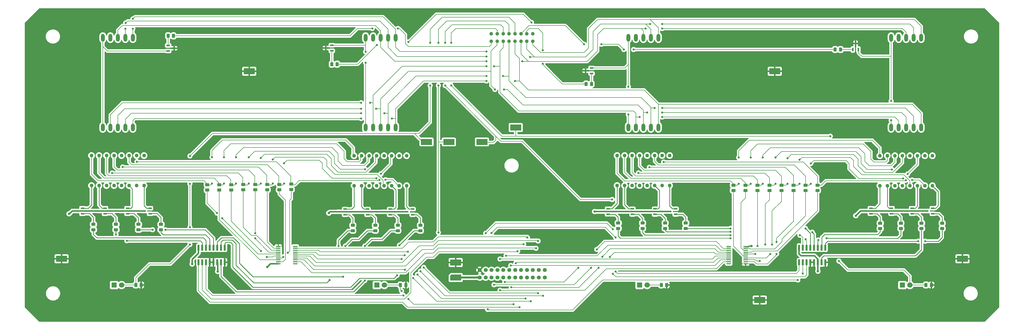
<source format=gbr>
%TF.GenerationSoftware,KiCad,Pcbnew,8.0.8-8.0.8-0~ubuntu24.04.1*%
%TF.CreationDate,2025-08-07T17:00:54-04:00*%
%TF.ProjectId,display_15_in,64697370-6c61-4795-9f31-355f696e2e6b,2*%
%TF.SameCoordinates,Original*%
%TF.FileFunction,Copper,L1,Top*%
%TF.FilePolarity,Positive*%
%FSLAX46Y46*%
G04 Gerber Fmt 4.6, Leading zero omitted, Abs format (unit mm)*
G04 Created by KiCad (PCBNEW 8.0.8-8.0.8-0~ubuntu24.04.1) date 2025-08-07 17:00:54*
%MOMM*%
%LPD*%
G01*
G04 APERTURE LIST*
G04 Aperture macros list*
%AMRoundRect*
0 Rectangle with rounded corners*
0 $1 Rounding radius*
0 $2 $3 $4 $5 $6 $7 $8 $9 X,Y pos of 4 corners*
0 Add a 4 corners polygon primitive as box body*
4,1,4,$2,$3,$4,$5,$6,$7,$8,$9,$2,$3,0*
0 Add four circle primitives for the rounded corners*
1,1,$1+$1,$2,$3*
1,1,$1+$1,$4,$5*
1,1,$1+$1,$6,$7*
1,1,$1+$1,$8,$9*
0 Add four rect primitives between the rounded corners*
20,1,$1+$1,$2,$3,$4,$5,0*
20,1,$1+$1,$4,$5,$6,$7,0*
20,1,$1+$1,$6,$7,$8,$9,0*
20,1,$1+$1,$8,$9,$2,$3,0*%
%AMOutline5P*
0 Free polygon, 5 corners , with rotation*
0 The origin of the aperture is its center*
0 number of corners: always 5*
0 $1 to $10 corner X, Y*
0 $11 Rotation angle, in degrees counterclockwise*
0 create outline with 5 corners*
4,1,5,$1,$2,$3,$4,$5,$6,$7,$8,$9,$10,$1,$2,$11*%
%AMOutline6P*
0 Free polygon, 6 corners , with rotation*
0 The origin of the aperture is its center*
0 number of corners: always 6*
0 $1 to $12 corner X, Y*
0 $13 Rotation angle, in degrees counterclockwise*
0 create outline with 6 corners*
4,1,6,$1,$2,$3,$4,$5,$6,$7,$8,$9,$10,$11,$12,$1,$2,$13*%
%AMOutline7P*
0 Free polygon, 7 corners , with rotation*
0 The origin of the aperture is its center*
0 number of corners: always 7*
0 $1 to $14 corner X, Y*
0 $15 Rotation angle, in degrees counterclockwise*
0 create outline with 7 corners*
4,1,7,$1,$2,$3,$4,$5,$6,$7,$8,$9,$10,$11,$12,$13,$14,$1,$2,$15*%
%AMOutline8P*
0 Free polygon, 8 corners , with rotation*
0 The origin of the aperture is its center*
0 number of corners: always 8*
0 $1 to $16 corner X, Y*
0 $17 Rotation angle, in degrees counterclockwise*
0 create outline with 8 corners*
4,1,8,$1,$2,$3,$4,$5,$6,$7,$8,$9,$10,$11,$12,$13,$14,$15,$16,$1,$2,$17*%
G04 Aperture macros list end*
%TA.AperFunction,SMDPad,CuDef*%
%ADD10RoundRect,0.250000X-0.450000X0.262500X-0.450000X-0.262500X0.450000X-0.262500X0.450000X0.262500X0*%
%TD*%
%TA.AperFunction,ComponentPad*%
%ADD11C,1.270000*%
%TD*%
%TA.AperFunction,ComponentPad*%
%ADD12R,1.800000X1.800000*%
%TD*%
%TA.AperFunction,ComponentPad*%
%ADD13C,1.800000*%
%TD*%
%TA.AperFunction,SMDPad,CuDef*%
%ADD14RoundRect,0.250000X0.450000X-0.262500X0.450000X0.262500X-0.450000X0.262500X-0.450000X-0.262500X0*%
%TD*%
%TA.AperFunction,SMDPad,CuDef*%
%ADD15R,1.168400X0.533400*%
%TD*%
%TA.AperFunction,SMDPad,CuDef*%
%ADD16R,3.800000X2.000000*%
%TD*%
%TA.AperFunction,ComponentPad*%
%ADD17O,1.308000X2.616000*%
%TD*%
%TA.AperFunction,SMDPad,CuDef*%
%ADD18RoundRect,0.075000X0.225000X-0.910000X0.225000X0.910000X-0.225000X0.910000X-0.225000X-0.910000X0*%
%TD*%
%TA.AperFunction,SMDPad,CuDef*%
%ADD19RoundRect,0.250000X0.262500X0.450000X-0.262500X0.450000X-0.262500X-0.450000X0.262500X-0.450000X0*%
%TD*%
%TA.AperFunction,SMDPad,CuDef*%
%ADD20RoundRect,0.250000X-0.262500X-0.450000X0.262500X-0.450000X0.262500X0.450000X-0.262500X0.450000X0*%
%TD*%
%TA.AperFunction,SMDPad,CuDef*%
%ADD21R,0.533400X1.168400*%
%TD*%
%TA.AperFunction,ComponentPad*%
%ADD22C,1.219200*%
%TD*%
%TA.AperFunction,SMDPad,CuDef*%
%ADD23RoundRect,0.051250X0.733750X0.153750X-0.733750X0.153750X-0.733750X-0.153750X0.733750X-0.153750X0*%
%TD*%
%TA.AperFunction,SMDPad,CuDef*%
%ADD24RoundRect,0.051250X-0.733750X-0.153750X0.733750X-0.153750X0.733750X0.153750X-0.733750X0.153750X0*%
%TD*%
%TA.AperFunction,ComponentPad*%
%ADD25C,1.346200*%
%TD*%
%TA.AperFunction,SMDPad,CuDef*%
%ADD26Outline5P,-1.900000X0.600000X-1.500000X1.000000X1.900000X1.000000X1.900000X-1.000000X-1.900000X-1.000000X0.000000*%
%TD*%
%TA.AperFunction,ViaPad*%
%ADD27C,0.800000*%
%TD*%
%TA.AperFunction,ViaPad*%
%ADD28C,0.850000*%
%TD*%
%TA.AperFunction,ViaPad*%
%ADD29C,0.740000*%
%TD*%
%TA.AperFunction,Conductor*%
%ADD30C,0.508000*%
%TD*%
%TA.AperFunction,Conductor*%
%ADD31C,0.381000*%
%TD*%
%TA.AperFunction,Conductor*%
%ADD32C,0.635000*%
%TD*%
%TA.AperFunction,Conductor*%
%ADD33C,0.254000*%
%TD*%
%TA.AperFunction,Conductor*%
%ADD34C,0.203200*%
%TD*%
%TA.AperFunction,Conductor*%
%ADD35C,0.200000*%
%TD*%
G04 APERTURE END LIST*
D10*
%TO.P,R9,1*%
%TO.N,Net-(M9-Pad1)*%
X262763000Y-150274000D03*
%TO.P,R9,2*%
%TO.N,/tim_disp/R25*%
X262763000Y-152099000D03*
%TD*%
%TO.P,R4,1*%
%TO.N,Net-(M4-Pad1)*%
X92202000Y-150719099D03*
%TO.P,R4,2*%
%TO.N,/tim_disp/R4*%
X92202000Y-152544099D03*
%TD*%
D11*
%TO.P,T4,1,1*%
%TO.N,/tim_disp/C14*%
X343027000Y-137621000D03*
%TO.P,T4,2,2*%
%TO.N,/tim_disp/C13*%
X345567000Y-137621000D03*
%TO.P,T4,3,3*%
%TO.N,/tim_disp/D2*%
X348107000Y-137621000D03*
%TO.P,T4,4,4*%
%TO.N,unconnected-(T4-Pad4)*%
X350647000Y-137621000D03*
%TO.P,T4,5,5*%
%TO.N,/tim_disp/E2*%
X353187000Y-137621000D03*
%TO.P,T4,6,6*%
%TO.N,/tim_disp/C16*%
X355727000Y-137621000D03*
%TO.P,T4,7,7*%
%TO.N,/tim_disp/DP2*%
X358267000Y-137621000D03*
%TO.P,T4,8,8*%
%TO.N,/tim_disp/C15*%
X360807000Y-137621000D03*
%TO.P,T4,9,9*%
%TO.N,unconnected-(T4-Pad9)*%
X360807000Y-127461000D03*
%TO.P,T4,10,10*%
%TO.N,unconnected-(T4-Pad10)*%
X358267000Y-127461000D03*
%TO.P,T4,11,11*%
%TO.N,/tim_disp/F2*%
X355727000Y-127461000D03*
%TO.P,T4,12,12*%
%TO.N,unconnected-(T4-Pad12)*%
X353187000Y-127461000D03*
%TO.P,T4,13,13*%
%TO.N,/tim_disp/C_2*%
X350647000Y-127461000D03*
%TO.P,T4,14,14*%
%TO.N,/tim_disp/A2*%
X348107000Y-127461000D03*
%TO.P,T4,15,15*%
%TO.N,/tim_disp/G2*%
X345567000Y-127461000D03*
%TO.P,T4,16,16*%
%TO.N,/tim_disp/B2*%
X343027000Y-127461000D03*
%TD*%
D12*
%TO.P,PT2,1,+*%
%TO.N,+3.3V*%
X172842000Y-171276000D03*
D13*
%TO.P,PT2,2,-*%
%TO.N,PA12*%
X175382000Y-171276000D03*
%TD*%
D14*
%TO.P,R25,1*%
%TO.N,Net-(U3-\u002AY8)*%
X313794707Y-139272000D03*
%TO.P,R25,2*%
%TO.N,/tim_disp/E2*%
X313794707Y-137447000D03*
%TD*%
D15*
%TO.P,M1,1*%
%TO.N,Net-(M1-Pad1)*%
X80873600Y-147146000D03*
%TO.P,M1,2*%
%TO.N,/tim_disp/C1*%
X80873600Y-145245998D03*
%TO.P,M1,3*%
%TO.N,+3.3V*%
X78841600Y-146195999D03*
%TD*%
D12*
%TO.P,PT3,1,+*%
%TO.N,+3.3V*%
X261742000Y-171276000D03*
D13*
%TO.P,PT3,2,-*%
%TO.N,PA13*%
X264282000Y-171276000D03*
%TD*%
D16*
%TO.P,GND1,1,1*%
%TO.N,GND*%
X370967000Y-162386000D03*
%TD*%
D17*
%TO.P,U7,1,CA*%
%TO.N,/plc_disp/CA2*%
X169037000Y-117896000D03*
%TO.P,U7,2,F*%
%TO.N,PA5*%
X171577000Y-117896000D03*
%TO.P,U7,3,G*%
%TO.N,PA6*%
X174117000Y-117896000D03*
%TO.P,U7,4,E*%
%TO.N,PA4*%
X176657000Y-117896000D03*
%TO.P,U7,5,D*%
%TO.N,PA3*%
X179197000Y-117896000D03*
%TO.P,U7,6,CA*%
%TO.N,/plc_disp/CA2*%
X169037000Y-87496000D03*
%TO.P,U7,7,DP*%
%TO.N,unconnected-(U7-DP-Pad7)*%
X171577000Y-87496000D03*
%TO.P,U7,8,C*%
%TO.N,PA2*%
X174117000Y-87496000D03*
%TO.P,U7,9,B*%
%TO.N,PA1*%
X176657000Y-87496000D03*
%TO.P,U7,10,A*%
%TO.N,PA0*%
X179197000Y-87496000D03*
%TD*%
D18*
%TO.P,U4,1,A0*%
%TO.N,PB8*%
X112522000Y-163591000D03*
%TO.P,U4,2,A1*%
%TO.N,PB9*%
X113792000Y-163591000D03*
%TO.P,U4,3,A2*%
%TO.N,PB10*%
X115062000Y-163591000D03*
%TO.P,U4,4,~{E0}*%
%TO.N,GND*%
X116332000Y-163591000D03*
%TO.P,U4,5,~{E1}*%
X117602000Y-163591000D03*
%TO.P,U4,6,E2*%
%TO.N,+3.3V*%
X118872000Y-163591000D03*
%TO.P,U4,7,~{Y7}*%
%TO.N,/tim_disp/R8*%
X120142000Y-163591000D03*
%TO.P,U4,8,GND*%
%TO.N,GND*%
X121412000Y-163591000D03*
%TO.P,U4,9,~{Y6}*%
%TO.N,/tim_disp/R7*%
X121412000Y-158641000D03*
%TO.P,U4,10,~{Y5}*%
%TO.N,/tim_disp/R6*%
X120142000Y-158641000D03*
%TO.P,U4,11,~{Y4}*%
%TO.N,/tim_disp/R5*%
X118872000Y-158641000D03*
%TO.P,U4,12,~{Y3}*%
%TO.N,/tim_disp/R4*%
X117602000Y-158641000D03*
%TO.P,U4,13,~{Y2}*%
%TO.N,/tim_disp/R3*%
X116332000Y-158641000D03*
%TO.P,U4,14,~{Y1}*%
%TO.N,/tim_disp/R2*%
X115062000Y-158641000D03*
%TO.P,U4,15,~{Y0}*%
%TO.N,/tim_disp/R1*%
X113792000Y-158641000D03*
%TO.P,U4,16,VCC*%
%TO.N,+3.3V*%
X112522000Y-158641000D03*
%TD*%
D15*
%TO.P,M11,1*%
%TO.N,Net-(M11-Pad1)*%
X273939000Y-147348002D03*
%TO.P,M11,2*%
%TO.N,/tim_disp/C11*%
X273939000Y-145448000D03*
%TO.P,M11,3*%
%TO.N,+3.3V*%
X271907000Y-146398001D03*
%TD*%
D19*
%TO.P,R35,1*%
%TO.N,/plc_disp/P_SEL_3*%
X245491000Y-103204000D03*
%TO.P,R35,2*%
%TO.N,PA9*%
X243666000Y-103204000D03*
%TD*%
D16*
%TO.P,PA13,1,1*%
%TO.N,PA13*%
X208407000Y-122802658D03*
%TD*%
D10*
%TO.P,R8,1*%
%TO.N,Net-(M8-Pad1)*%
X179959000Y-151036000D03*
%TO.P,R8,2*%
%TO.N,/tim_disp/R8*%
X179959000Y-152861000D03*
%TD*%
D19*
%TO.P,R36,1*%
%TO.N,/plc_disp/P_SEL_4*%
X329715500Y-91520000D03*
%TO.P,R36,2*%
%TO.N,PA10*%
X327890500Y-91520000D03*
%TD*%
D15*
%TO.P,M3,1*%
%TO.N,Net-(M3-Pad1)*%
X96113600Y-147146000D03*
%TO.P,M3,2*%
%TO.N,/tim_disp/C3*%
X96113600Y-145245998D03*
%TO.P,M3,3*%
%TO.N,+3.3V*%
X94081600Y-146195999D03*
%TD*%
D10*
%TO.P,R7,1*%
%TO.N,Net-(M7-Pad1)*%
X187579000Y-151036000D03*
%TO.P,R7,2*%
%TO.N,/tim_disp/R7*%
X187579000Y-152861000D03*
%TD*%
D16*
%TO.P,PA12,1,1*%
%TO.N,PA12*%
X197196851Y-122802658D03*
%TD*%
D10*
%TO.P,R12,1*%
%TO.N,Net-(M12-Pad1)*%
X270383000Y-150274000D03*
%TO.P,R12,2*%
%TO.N,/tim_disp/R28*%
X270383000Y-152099000D03*
%TD*%
D20*
%TO.P,R34,1*%
%TO.N,/plc_disp/P_SEL_2*%
X157594694Y-96476779D03*
%TO.P,R34,2*%
%TO.N,PA8*%
X159419694Y-96476779D03*
%TD*%
D10*
%TO.P,R16,1*%
%TO.N,Net-(M16-Pad1)*%
X357124000Y-150321000D03*
%TO.P,R16,2*%
%TO.N,/tim_disp/R32*%
X357124000Y-152146000D03*
%TD*%
D15*
%TO.P,M13,1*%
%TO.N,Net-(M13-Pad1)*%
X346964000Y-147141002D03*
%TO.P,M13,2*%
%TO.N,/tim_disp/C13*%
X346964000Y-145241000D03*
%TO.P,M13,3*%
%TO.N,+3.3V*%
X344932000Y-146191001D03*
%TD*%
D10*
%TO.P,R15,1*%
%TO.N,Net-(M15-Pad1)*%
X364109000Y-150321000D03*
%TO.P,R15,2*%
%TO.N,/tim_disp/R31*%
X364109000Y-152146000D03*
%TD*%
D14*
%TO.P,R21,1*%
%TO.N,Net-(U2-\u002AY4)*%
X123571001Y-139121500D03*
%TO.P,R21,2*%
%TO.N,/tim_disp/A*%
X123571001Y-137296500D03*
%TD*%
D10*
%TO.P,R6,1*%
%TO.N,Net-(M6-Pad1)*%
X164719000Y-151036000D03*
%TO.P,R6,2*%
%TO.N,/tim_disp/R6*%
X164719000Y-152861000D03*
%TD*%
%TO.P,R5,1*%
%TO.N,Net-(M5-Pad1)*%
X172339000Y-151036000D03*
%TO.P,R5,2*%
%TO.N,/tim_disp/R5*%
X172339000Y-152861000D03*
%TD*%
D14*
%TO.P,R20,1*%
%TO.N,Net-(U2-\u002AY5)*%
X115443001Y-139121500D03*
%TO.P,R20,2*%
%TO.N,/tim_disp/B*%
X115443001Y-137296500D03*
%TD*%
%TO.P,R31,1*%
%TO.N,Net-(U3-\u002AY2)*%
X297538707Y-139272000D03*
%TO.P,R31,2*%
%TO.N,/tim_disp/G2*%
X297538707Y-137447000D03*
%TD*%
D21*
%TO.P,M20,1*%
%TO.N,/plc_disp/P_SEL_4*%
X333883000Y-91520000D03*
%TO.P,M20,2*%
%TO.N,/plc_disp/CA4*%
X335783002Y-91520000D03*
%TO.P,M20,3*%
%TO.N,GND*%
X334833001Y-89488000D03*
%TD*%
D10*
%TO.P,R1,1*%
%TO.N,Net-(M1-Pad1)*%
X84582000Y-150719099D03*
%TO.P,R1,2*%
%TO.N,/tim_disp/R1*%
X84582000Y-152544099D03*
%TD*%
D15*
%TO.P,M7,1*%
%TO.N,Net-(M7-Pad1)*%
X184937400Y-147445802D03*
%TO.P,M7,2*%
%TO.N,/tim_disp/C7*%
X184937400Y-145545800D03*
%TO.P,M7,3*%
%TO.N,+3.3V*%
X182905400Y-146495801D03*
%TD*%
%TO.P,M12,1*%
%TO.N,Net-(M12-Pad1)*%
X266954000Y-147348002D03*
%TO.P,M12,2*%
%TO.N,/tim_disp/C12*%
X266954000Y-145448000D03*
%TO.P,M12,3*%
%TO.N,+3.3V*%
X264922000Y-146398001D03*
%TD*%
%TO.P,M2,1*%
%TO.N,Net-(M2-Pad1)*%
X73253600Y-147146000D03*
%TO.P,M2,2*%
%TO.N,/tim_disp/C2*%
X73253600Y-145245998D03*
%TO.P,M2,3*%
%TO.N,+3.3V*%
X71221600Y-146195999D03*
%TD*%
%TO.P,M18,1*%
%TO.N,/plc_disp/P_SEL_2*%
X157607000Y-91962001D03*
%TO.P,M18,2*%
%TO.N,/plc_disp/CA2*%
X157607000Y-90061999D03*
%TO.P,M18,3*%
%TO.N,GND*%
X155575000Y-91012000D03*
%TD*%
D10*
%TO.P,R13,1*%
%TO.N,Net-(M13-Pad1)*%
X350139000Y-150321000D03*
%TO.P,R13,2*%
%TO.N,/tim_disp/R29*%
X350139000Y-152146000D03*
%TD*%
D16*
%TO.P,PA14,1,1*%
%TO.N,PA14*%
X219837000Y-117936000D03*
%TD*%
D11*
%TO.P,T1,1,1*%
%TO.N,/tim_disp/C2*%
X76301600Y-137597500D03*
%TO.P,T1,2,2*%
%TO.N,/tim_disp/C1*%
X78841600Y-137597500D03*
%TO.P,T1,3,3*%
%TO.N,/tim_disp/D*%
X81381600Y-137597500D03*
%TO.P,T1,4,4*%
%TO.N,unconnected-(T1-Pad4)*%
X83921600Y-137597500D03*
%TO.P,T1,5,5*%
%TO.N,/tim_disp/E*%
X86461600Y-137597500D03*
%TO.P,T1,6,6*%
%TO.N,/tim_disp/C4*%
X89001600Y-137597500D03*
%TO.P,T1,7,7*%
%TO.N,/tim_disp/DP1*%
X91541600Y-137597500D03*
%TO.P,T1,8,8*%
%TO.N,/tim_disp/C3*%
X94081600Y-137597500D03*
%TO.P,T1,9,9*%
%TO.N,unconnected-(T1-Pad9)*%
X94081600Y-127437500D03*
%TO.P,T1,10,10*%
%TO.N,unconnected-(T1-Pad10)*%
X91541600Y-127437500D03*
%TO.P,T1,11,11*%
%TO.N,/tim_disp/F*%
X89001600Y-127437500D03*
%TO.P,T1,12,12*%
%TO.N,unconnected-(T1-Pad12)*%
X86461600Y-127437500D03*
%TO.P,T1,13,13*%
%TO.N,/tim_disp/C*%
X83921600Y-127437500D03*
%TO.P,T1,14,14*%
%TO.N,/tim_disp/A*%
X81381600Y-127437500D03*
%TO.P,T1,15,15*%
%TO.N,/tim_disp/G*%
X78841600Y-127437500D03*
%TO.P,T1,16,16*%
%TO.N,/tim_disp/B*%
X76301600Y-127437500D03*
%TD*%
D20*
%TO.P,R43,1*%
%TO.N,PA13*%
X269089500Y-171276000D03*
%TO.P,R43,2*%
%TO.N,GND*%
X270914500Y-171276000D03*
%TD*%
D15*
%TO.P,M10,1*%
%TO.N,Net-(M10-Pad1)*%
X251079000Y-147334001D03*
%TO.P,M10,2*%
%TO.N,/tim_disp/C10*%
X251079000Y-145433999D03*
%TO.P,M10,3*%
%TO.N,+3.3V*%
X249047000Y-146384000D03*
%TD*%
D14*
%TO.P,R29,1*%
%TO.N,Net-(U3-\u002AY4)*%
X301602707Y-139272000D03*
%TO.P,R29,2*%
%TO.N,/tim_disp/A2*%
X301602707Y-137447000D03*
%TD*%
D17*
%TO.P,U6,1,CA*%
%TO.N,/plc_disp/CA1*%
X80137000Y-117896000D03*
%TO.P,U6,2,F*%
%TO.N,PA5*%
X82677000Y-117896000D03*
%TO.P,U6,3,G*%
%TO.N,PA6*%
X85217000Y-117896000D03*
%TO.P,U6,4,E*%
%TO.N,PA4*%
X87757000Y-117896000D03*
%TO.P,U6,5,D*%
%TO.N,PA3*%
X90297000Y-117896000D03*
%TO.P,U6,6,CA*%
%TO.N,/plc_disp/CA1*%
X80137000Y-87496000D03*
%TO.P,U6,7,DP*%
%TO.N,unconnected-(U6-DP-Pad7)*%
X82677000Y-87496000D03*
%TO.P,U6,8,C*%
%TO.N,PA2*%
X85217000Y-87496000D03*
%TO.P,U6,9,B*%
%TO.N,PA1*%
X87757000Y-87496000D03*
%TO.P,U6,10,A*%
%TO.N,PA0*%
X90297000Y-87496000D03*
%TD*%
D16*
%TO.P,GND7,1,1*%
%TO.N,GND*%
X129667000Y-98886000D03*
%TD*%
D14*
%TO.P,R30,1*%
%TO.N,Net-(U3-\u002AY3)*%
X321922707Y-139272000D03*
%TO.P,R30,2*%
%TO.N,/tim_disp/DP2*%
X321922707Y-137447000D03*
%TD*%
D20*
%TO.P,R44,1*%
%TO.N,PA14*%
X358624500Y-171276000D03*
%TO.P,R44,2*%
%TO.N,GND*%
X360449500Y-171276000D03*
%TD*%
D16*
%TO.P,GND6,1,1*%
%TO.N,GND*%
X307467000Y-98886000D03*
%TD*%
D15*
%TO.P,M14,1*%
%TO.N,Net-(M14-Pad1)*%
X339979000Y-147141002D03*
%TO.P,M14,2*%
%TO.N,/tim_disp/C14*%
X339979000Y-145241000D03*
%TO.P,M14,3*%
%TO.N,+3.3V*%
X337947000Y-146191001D03*
%TD*%
D16*
%TO.P,GND8,1,1*%
%TO.N,GND*%
X199517000Y-163656000D03*
%TD*%
D17*
%TO.P,U8,1,CA*%
%TO.N,/plc_disp/CA3*%
X257937000Y-117896000D03*
%TO.P,U8,2,F*%
%TO.N,PA5*%
X260477000Y-117896000D03*
%TO.P,U8,3,G*%
%TO.N,PA6*%
X263017000Y-117896000D03*
%TO.P,U8,4,E*%
%TO.N,PA4*%
X265557000Y-117896000D03*
%TO.P,U8,5,D*%
%TO.N,PA3*%
X268097000Y-117896000D03*
%TO.P,U8,6,CA*%
%TO.N,/plc_disp/CA3*%
X257937000Y-87496000D03*
%TO.P,U8,7,DP*%
%TO.N,unconnected-(U8-DP-Pad7)*%
X260477000Y-87496000D03*
%TO.P,U8,8,C*%
%TO.N,PA2*%
X263017000Y-87496000D03*
%TO.P,U8,9,B*%
%TO.N,PA1*%
X265557000Y-87496000D03*
%TO.P,U8,10,A*%
%TO.N,PA0*%
X268097000Y-87496000D03*
%TD*%
D15*
%TO.P,M6,1*%
%TO.N,Net-(M6-Pad1)*%
X162077400Y-147445802D03*
%TO.P,M6,2*%
%TO.N,/tim_disp/C6*%
X162077400Y-145545800D03*
%TO.P,M6,3*%
%TO.N,+3.3V*%
X160045400Y-146495801D03*
%TD*%
%TO.P,M9,1*%
%TO.N,Net-(M9-Pad1)*%
X259334000Y-147348002D03*
%TO.P,M9,2*%
%TO.N,/tim_disp/C9*%
X259334000Y-145448000D03*
%TO.P,M9,3*%
%TO.N,+3.3V*%
X257302000Y-146398001D03*
%TD*%
D14*
%TO.P,R27,1*%
%TO.N,Net-(U3-\u002AY6)*%
X309730707Y-139272000D03*
%TO.P,R27,2*%
%TO.N,/tim_disp/C_2*%
X309730707Y-137447000D03*
%TD*%
D20*
%TO.P,R41,1*%
%TO.N,PA11*%
X91289500Y-171276000D03*
%TO.P,R41,2*%
%TO.N,GND*%
X93114500Y-171276000D03*
%TD*%
D11*
%TO.P,T3,1,1*%
%TO.N,/tim_disp/C10*%
X254127000Y-137574000D03*
%TO.P,T3,2,2*%
%TO.N,/tim_disp/C9*%
X256667000Y-137574000D03*
%TO.P,T3,3,3*%
%TO.N,/tim_disp/D2*%
X259207000Y-137574000D03*
%TO.P,T3,4,4*%
%TO.N,unconnected-(T3-Pad4)*%
X261747000Y-137574000D03*
%TO.P,T3,5,5*%
%TO.N,/tim_disp/E2*%
X264287000Y-137574000D03*
%TO.P,T3,6,6*%
%TO.N,/tim_disp/C12*%
X266827000Y-137574000D03*
%TO.P,T3,7,7*%
%TO.N,/tim_disp/DP2*%
X269367000Y-137574000D03*
%TO.P,T3,8,8*%
%TO.N,/tim_disp/C11*%
X271907000Y-137574000D03*
%TO.P,T3,9,9*%
%TO.N,unconnected-(T3-Pad9)*%
X271907000Y-127414000D03*
%TO.P,T3,10,10*%
%TO.N,unconnected-(T3-Pad10)*%
X269367000Y-127414000D03*
%TO.P,T3,11,11*%
%TO.N,/tim_disp/F2*%
X266827000Y-127414000D03*
%TO.P,T3,12,12*%
%TO.N,unconnected-(T3-Pad12)*%
X264287000Y-127414000D03*
%TO.P,T3,13,13*%
%TO.N,/tim_disp/C_2*%
X261747000Y-127414000D03*
%TO.P,T3,14,14*%
%TO.N,/tim_disp/A2*%
X259207000Y-127414000D03*
%TO.P,T3,15,15*%
%TO.N,/tim_disp/G2*%
X256667000Y-127414000D03*
%TO.P,T3,16,16*%
%TO.N,/tim_disp/B2*%
X254127000Y-127414000D03*
%TD*%
D10*
%TO.P,R10,1*%
%TO.N,Net-(M10-Pad1)*%
X254508000Y-150274000D03*
%TO.P,R10,2*%
%TO.N,/tim_disp/R26*%
X254508000Y-152099000D03*
%TD*%
D16*
%TO.P,GND5,1,1*%
%TO.N,GND*%
X302387000Y-176356000D03*
%TD*%
D14*
%TO.P,R19,1*%
%TO.N,Net-(U2-\u002AY6)*%
X131699000Y-139018000D03*
%TO.P,R19,2*%
%TO.N,/tim_disp/C*%
X131699000Y-137193000D03*
%TD*%
%TO.P,R22,1*%
%TO.N,Net-(U2-\u002AY3)*%
X143890999Y-138914500D03*
%TO.P,R22,2*%
%TO.N,/tim_disp/DP1*%
X143890999Y-137089500D03*
%TD*%
%TO.P,R17,1*%
%TO.N,Net-(U2-\u002AY8)*%
X135763000Y-139018000D03*
%TO.P,R17,2*%
%TO.N,/tim_disp/E*%
X135763000Y-137193000D03*
%TD*%
%TO.P,R24,1*%
%TO.N,Net-(U2-\u002AY1)*%
X139827000Y-139018000D03*
%TO.P,R24,2*%
%TO.N,/tim_disp/F*%
X139827000Y-137193000D03*
%TD*%
D15*
%TO.P,M16,1*%
%TO.N,Net-(M16-Pad1)*%
X353949000Y-147141002D03*
%TO.P,M16,2*%
%TO.N,/tim_disp/C16*%
X353949000Y-145241000D03*
%TO.P,M16,3*%
%TO.N,+3.3V*%
X351917000Y-146191001D03*
%TD*%
%TO.P,M4,1*%
%TO.N,Net-(M4-Pad1)*%
X88493600Y-147146000D03*
%TO.P,M4,2*%
%TO.N,/tim_disp/C4*%
X88493600Y-145245998D03*
%TO.P,M4,3*%
%TO.N,+3.3V*%
X86461600Y-146195999D03*
%TD*%
D22*
%TO.P,U1,1,1*%
%TO.N,PA0*%
X225583886Y-88726000D03*
%TO.P,U1,2,2*%
%TO.N,PA1*%
X223583887Y-88726000D03*
%TO.P,U1,3,3*%
%TO.N,PA2*%
X221583886Y-88726000D03*
%TO.P,U1,4,4*%
%TO.N,PA3*%
X219583887Y-88726000D03*
%TO.P,U1,5,5*%
%TO.N,PA4*%
X217583886Y-88726000D03*
%TO.P,U1,6,6*%
%TO.N,PA5*%
X215583888Y-88726000D03*
%TO.P,U1,7,7*%
%TO.N,PA6*%
X213583887Y-88726000D03*
%TO.P,U1,8,8*%
%TO.N,PA7*%
X211583886Y-88726000D03*
%TO.P,U1,9,9*%
%TO.N,PA8*%
X225583886Y-86186000D03*
%TO.P,U1,10,10*%
%TO.N,PA9*%
X223583887Y-86186000D03*
%TO.P,U1,11,11*%
%TO.N,PA10*%
X221583886Y-86186000D03*
%TO.P,U1,12,12*%
%TO.N,PA11*%
X219583887Y-86186000D03*
%TO.P,U1,13,13*%
%TO.N,PA12*%
X217583886Y-86186000D03*
%TO.P,U1,14,14*%
%TO.N,PA13*%
X215583888Y-86186000D03*
%TO.P,U1,15,15*%
%TO.N,PA14*%
X213583887Y-86186000D03*
%TO.P,U1,16,16*%
%TO.N,unconnected-(U1-Pad16)*%
X211583886Y-86186000D03*
%TD*%
D23*
%TO.P,U2,1,\u002ACLR*%
%TO.N,unconnected-(U2-\u002ACLR-Pad1)*%
X145237000Y-164041000D03*
%TO.P,U2,2,D1*%
%TO.N,PB3*%
X145237000Y-163391000D03*
%TO.P,U2,3,D2*%
%TO.N,PB4*%
X145237000Y-162741000D03*
%TO.P,U2,4,D3*%
%TO.N,PB7*%
X145237000Y-162091000D03*
%TO.P,U2,5,D4*%
%TO.N,PB1*%
X145237000Y-161441000D03*
%TO.P,U2,6,D5*%
%TO.N,PB6*%
X145237000Y-160791000D03*
%TO.P,U2,7,D6*%
%TO.N,PB0*%
X145237000Y-160141000D03*
%TO.P,U2,8,D7*%
%TO.N,PB2*%
X145237000Y-159491000D03*
%TO.P,U2,9,D8*%
%TO.N,PB5*%
X145237000Y-158841000D03*
%TO.P,U2,10,CLK*%
%TO.N,unconnected-(U2-CLK-Pad10)*%
X145237000Y-158191000D03*
%TO.P,U2,11,GND*%
%TO.N,GND*%
X139497000Y-158191000D03*
%TO.P,U2,12,\u002AY8*%
%TO.N,Net-(U2-\u002AY8)*%
X139497000Y-158841000D03*
%TO.P,U2,13,\u002AY7*%
%TO.N,Net-(U2-\u002AY7)*%
X139497000Y-159491000D03*
%TO.P,U2,14,\u002AY6*%
%TO.N,Net-(U2-\u002AY6)*%
X139497000Y-160141000D03*
%TO.P,U2,15,\u002AY5*%
%TO.N,Net-(U2-\u002AY5)*%
X139497000Y-160791000D03*
%TO.P,U2,16,\u002AY4*%
%TO.N,Net-(U2-\u002AY4)*%
X139497000Y-161441000D03*
%TO.P,U2,17,\u002AY3*%
%TO.N,Net-(U2-\u002AY3)*%
X139497000Y-162091000D03*
%TO.P,U2,18,\u002AY2*%
%TO.N,Net-(U2-\u002AY2)*%
X139497000Y-162741000D03*
%TO.P,U2,19,\u002AY1*%
%TO.N,Net-(U2-\u002AY1)*%
X139497000Y-163391000D03*
%TO.P,U2,20,VCC*%
%TO.N,+3.3V*%
X139497000Y-164041000D03*
%TD*%
D14*
%TO.P,R28,1*%
%TO.N,Net-(U3-\u002AY5)*%
X293474707Y-139272000D03*
%TO.P,R28,2*%
%TO.N,/tim_disp/B2*%
X293474707Y-137447000D03*
%TD*%
D16*
%TO.P,PA11,1,1*%
%TO.N,PA11*%
X189635301Y-122807644D03*
%TD*%
D24*
%TO.P,U3,1,\u002ACLR*%
%TO.N,unconnected-(U3-\u002ACLR-Pad1)*%
X291897000Y-158191000D03*
%TO.P,U3,2,D1*%
%TO.N,PC3*%
X291897000Y-158841000D03*
%TO.P,U3,3,D2*%
%TO.N,PC4*%
X291897000Y-159491000D03*
%TO.P,U3,4,D3*%
%TO.N,PC7*%
X291897000Y-160141000D03*
%TO.P,U3,5,D4*%
%TO.N,PC1*%
X291897000Y-160791000D03*
%TO.P,U3,6,D5*%
%TO.N,PC6*%
X291897000Y-161441000D03*
%TO.P,U3,7,D6*%
%TO.N,PC0*%
X291897000Y-162091000D03*
%TO.P,U3,8,D7*%
%TO.N,PC2*%
X291897000Y-162741000D03*
%TO.P,U3,9,D8*%
%TO.N,PC5*%
X291897000Y-163391000D03*
%TO.P,U3,10,CLK*%
%TO.N,unconnected-(U3-CLK-Pad10)*%
X291897000Y-164041000D03*
%TO.P,U3,11,GND*%
%TO.N,GND*%
X297637000Y-164041000D03*
%TO.P,U3,12,\u002AY8*%
%TO.N,Net-(U3-\u002AY8)*%
X297637000Y-163391000D03*
%TO.P,U3,13,\u002AY7*%
%TO.N,Net-(U3-\u002AY7)*%
X297637000Y-162741000D03*
%TO.P,U3,14,\u002AY6*%
%TO.N,Net-(U3-\u002AY6)*%
X297637000Y-162091000D03*
%TO.P,U3,15,\u002AY5*%
%TO.N,Net-(U3-\u002AY5)*%
X297637000Y-161441000D03*
%TO.P,U3,16,\u002AY4*%
%TO.N,Net-(U3-\u002AY4)*%
X297637000Y-160791000D03*
%TO.P,U3,17,\u002AY3*%
%TO.N,Net-(U3-\u002AY3)*%
X297637000Y-160141000D03*
%TO.P,U3,18,\u002AY2*%
%TO.N,Net-(U3-\u002AY2)*%
X297637000Y-159491000D03*
%TO.P,U3,19,\u002AY1*%
%TO.N,Net-(U3-\u002AY1)*%
X297637000Y-158841000D03*
%TO.P,U3,20,VCC*%
%TO.N,+3.3V*%
X297637000Y-158191000D03*
%TD*%
D15*
%TO.P,M19,1*%
%TO.N,/plc_disp/P_SEL_3*%
X245491000Y-99648000D03*
%TO.P,M19,2*%
%TO.N,/plc_disp/CA3*%
X245491000Y-97747998D03*
%TO.P,M19,3*%
%TO.N,GND*%
X243459000Y-98697999D03*
%TD*%
D18*
%TO.P,U5,1,A0*%
%TO.N,PC8*%
X315722000Y-163591000D03*
%TO.P,U5,2,A1*%
%TO.N,PC9*%
X316992000Y-163591000D03*
%TO.P,U5,3,A2*%
%TO.N,PC10*%
X318262000Y-163591000D03*
%TO.P,U5,4,~{E0}*%
%TO.N,GND*%
X319532000Y-163591000D03*
%TO.P,U5,5,~{E1}*%
X320802000Y-163591000D03*
%TO.P,U5,6,E2*%
%TO.N,+3.3V*%
X322072000Y-163591000D03*
%TO.P,U5,7,~{Y7}*%
%TO.N,/tim_disp/R32*%
X323342000Y-163591000D03*
%TO.P,U5,8,GND*%
%TO.N,GND*%
X324612000Y-163591000D03*
%TO.P,U5,9,~{Y6}*%
%TO.N,/tim_disp/R31*%
X324612000Y-158641000D03*
%TO.P,U5,10,~{Y5}*%
%TO.N,/tim_disp/R30*%
X323342000Y-158641000D03*
%TO.P,U5,11,~{Y4}*%
%TO.N,/tim_disp/R29*%
X322072000Y-158641000D03*
%TO.P,U5,12,~{Y3}*%
%TO.N,/tim_disp/R28*%
X320802000Y-158641000D03*
%TO.P,U5,13,~{Y2}*%
%TO.N,/tim_disp/R27*%
X319532000Y-158641000D03*
%TO.P,U5,14,~{Y1}*%
%TO.N,/tim_disp/R26*%
X318262000Y-158641000D03*
%TO.P,U5,15,~{Y0}*%
%TO.N,/tim_disp/R25*%
X316992000Y-158641000D03*
%TO.P,U5,16,VCC*%
%TO.N,+3.3V*%
X315722000Y-158641000D03*
%TD*%
D15*
%TO.P,M5,1*%
%TO.N,Net-(M5-Pad1)*%
X169697400Y-147445802D03*
%TO.P,M5,2*%
%TO.N,/tim_disp/C5*%
X169697400Y-145545800D03*
%TO.P,M5,3*%
%TO.N,+3.3V*%
X167665400Y-146495801D03*
%TD*%
D10*
%TO.P,R11,1*%
%TO.N,Net-(M11-Pad1)*%
X277368000Y-150274000D03*
%TO.P,R11,2*%
%TO.N,/tim_disp/R27*%
X277368000Y-152099000D03*
%TD*%
D14*
%TO.P,R18,1*%
%TO.N,Net-(U2-\u002AY7)*%
X127635000Y-139018000D03*
%TO.P,R18,2*%
%TO.N,/tim_disp/D*%
X127635000Y-137193000D03*
%TD*%
D15*
%TO.P,M17,1*%
%TO.N,/plc_disp/P_SEL_1*%
X102235000Y-90127998D03*
%TO.P,M17,2*%
%TO.N,/plc_disp/CA1*%
X102235000Y-92028000D03*
%TO.P,M17,3*%
%TO.N,GND*%
X104267000Y-91077999D03*
%TD*%
D25*
%TO.P,J1,1,1*%
%TO.N,PB0*%
X229643641Y-168696000D03*
%TO.P,J1,2,2*%
%TO.N,PB1*%
X229643641Y-166196000D03*
%TO.P,J1,3,3*%
%TO.N,PB2*%
X227643640Y-168696000D03*
%TO.P,J1,4,4*%
%TO.N,PB3*%
X227643640Y-166196000D03*
%TO.P,J1,5,5*%
%TO.N,PB4*%
X225643642Y-168696000D03*
%TO.P,J1,6,6*%
%TO.N,PB5*%
X225643642Y-166196000D03*
%TO.P,J1,7,7*%
%TO.N,PB6*%
X223643640Y-168696000D03*
%TO.P,J1,8,8*%
%TO.N,PB7*%
X223643640Y-166196000D03*
%TO.P,J1,9,9*%
%TO.N,PB8*%
X221643642Y-168696000D03*
%TO.P,J1,10,10*%
%TO.N,PB9*%
X221643642Y-166196000D03*
%TO.P,J1,11,11*%
%TO.N,PB10*%
X219643641Y-168696000D03*
%TO.P,J1,12,12*%
%TO.N,PC0*%
X219643641Y-166196000D03*
%TO.P,J1,13,13*%
%TO.N,PC1*%
X217643640Y-168696000D03*
%TO.P,J1,14,14*%
%TO.N,PC2*%
X217643640Y-166196000D03*
%TO.P,J1,15,15*%
%TO.N,PC3*%
X215643641Y-168696000D03*
%TO.P,J1,16,16*%
%TO.N,PC4*%
X215643641Y-166196000D03*
%TO.P,J1,17,17*%
%TO.N,PC5*%
X213643640Y-168696000D03*
%TO.P,J1,18,18*%
%TO.N,PC6*%
X213643640Y-166196000D03*
%TO.P,J1,19,19*%
%TO.N,PC7*%
X211643642Y-168696000D03*
%TO.P,J1,20,20*%
%TO.N,PC8*%
X211643642Y-166196000D03*
%TO.P,J1,21,21*%
%TO.N,PC9*%
X209643641Y-168696000D03*
%TO.P,J1,22,22*%
%TO.N,PC10*%
X209643641Y-166196000D03*
%TO.P,J1,23,23*%
%TO.N,+3.3V*%
X207643642Y-168696000D03*
%TO.P,J1,24,24*%
%TO.N,GND*%
X207643642Y-166196000D03*
%TD*%
D20*
%TO.P,R42,1*%
%TO.N,PA12*%
X180824500Y-171276000D03*
%TO.P,R42,2*%
%TO.N,GND*%
X182649500Y-171276000D03*
%TD*%
D14*
%TO.P,R32,1*%
%TO.N,Net-(U3-\u002AY1)*%
X317858707Y-139272000D03*
%TO.P,R32,2*%
%TO.N,/tim_disp/F2*%
X317858707Y-137447000D03*
%TD*%
D10*
%TO.P,R3,1*%
%TO.N,Net-(M3-Pad1)*%
X99822000Y-150719099D03*
%TO.P,R3,2*%
%TO.N,/tim_disp/R3*%
X99822000Y-152544099D03*
%TD*%
D12*
%TO.P,PT1,1,+*%
%TO.N,+3.3V*%
X83942000Y-171276000D03*
D13*
%TO.P,PT1,2,-*%
%TO.N,PA11*%
X86482000Y-171276000D03*
%TD*%
D15*
%TO.P,M15,1*%
%TO.N,Net-(M15-Pad1)*%
X360934000Y-147141002D03*
%TO.P,M15,2*%
%TO.N,/tim_disp/C15*%
X360934000Y-145241000D03*
%TO.P,M15,3*%
%TO.N,+3.3V*%
X358902000Y-146191001D03*
%TD*%
D17*
%TO.P,U9,1,CA*%
%TO.N,/plc_disp/CA4*%
X346837000Y-117896000D03*
%TO.P,U9,2,F*%
%TO.N,PA5*%
X349377000Y-117896000D03*
%TO.P,U9,3,G*%
%TO.N,PA6*%
X351917000Y-117896000D03*
%TO.P,U9,4,E*%
%TO.N,PA4*%
X354457000Y-117896000D03*
%TO.P,U9,5,D*%
%TO.N,PA3*%
X356997000Y-117896000D03*
%TO.P,U9,6,CA*%
%TO.N,/plc_disp/CA4*%
X346837000Y-87496000D03*
%TO.P,U9,7,DP*%
%TO.N,unconnected-(U9-DP-Pad7)*%
X349377000Y-87496000D03*
%TO.P,U9,8,C*%
%TO.N,PA2*%
X351917000Y-87496000D03*
%TO.P,U9,9,B*%
%TO.N,PA1*%
X354457000Y-87496000D03*
%TO.P,U9,10,A*%
%TO.N,PA0*%
X356997000Y-87496000D03*
%TD*%
D10*
%TO.P,R14,1*%
%TO.N,Net-(M14-Pad1)*%
X343154000Y-150321000D03*
%TO.P,R14,2*%
%TO.N,/tim_disp/R30*%
X343154000Y-152146000D03*
%TD*%
D12*
%TO.P,PT4,1,+*%
%TO.N,+3.3V*%
X350642000Y-171276000D03*
D13*
%TO.P,PT4,2,-*%
%TO.N,PA14*%
X353182000Y-171276000D03*
%TD*%
D26*
%TO.P,3V4,1,1*%
%TO.N,+3.3V*%
X199517000Y-168736000D03*
%TD*%
D14*
%TO.P,R23,1*%
%TO.N,Net-(U2-\u002AY2)*%
X119507001Y-139121500D03*
%TO.P,R23,2*%
%TO.N,/tim_disp/G*%
X119507001Y-137296500D03*
%TD*%
D20*
%TO.P,R33,1*%
%TO.N,/plc_disp/P_SEL_1*%
X102214089Y-86891818D03*
%TO.P,R33,2*%
%TO.N,PA7*%
X104039089Y-86891818D03*
%TD*%
D16*
%TO.P,GND2,1,1*%
%TO.N,GND*%
X66167000Y-162386000D03*
%TD*%
D14*
%TO.P,R26,1*%
%TO.N,Net-(U3-\u002AY7)*%
X305666707Y-139272000D03*
%TO.P,R26,2*%
%TO.N,/tim_disp/D2*%
X305666707Y-137447000D03*
%TD*%
D11*
%TO.P,T2,1,1*%
%TO.N,/tim_disp/C6*%
X165125400Y-137621000D03*
%TO.P,T2,2,2*%
%TO.N,/tim_disp/C5*%
X167665400Y-137621000D03*
%TO.P,T2,3,3*%
%TO.N,/tim_disp/D*%
X170205400Y-137621000D03*
%TO.P,T2,4,4*%
%TO.N,unconnected-(T2-Pad4)*%
X172745400Y-137621000D03*
%TO.P,T2,5,5*%
%TO.N,/tim_disp/E*%
X175285400Y-137621000D03*
%TO.P,T2,6,6*%
%TO.N,/tim_disp/C8*%
X177825400Y-137621000D03*
%TO.P,T2,7,7*%
%TO.N,/tim_disp/DP1*%
X180365400Y-137621000D03*
%TO.P,T2,8,8*%
%TO.N,/tim_disp/C7*%
X182905400Y-137621000D03*
%TO.P,T2,9,9*%
%TO.N,unconnected-(T2-Pad9)*%
X182905400Y-127461000D03*
%TO.P,T2,10,10*%
%TO.N,unconnected-(T2-Pad10)*%
X180365400Y-127461000D03*
%TO.P,T2,11,11*%
%TO.N,/tim_disp/F*%
X177825400Y-127461000D03*
%TO.P,T2,12,12*%
%TO.N,unconnected-(T2-Pad12)*%
X175285400Y-127461000D03*
%TO.P,T2,13,13*%
%TO.N,/tim_disp/C*%
X172745400Y-127461000D03*
%TO.P,T2,14,14*%
%TO.N,/tim_disp/A*%
X170205400Y-127461000D03*
%TO.P,T2,15,15*%
%TO.N,/tim_disp/G*%
X167665400Y-127461000D03*
%TO.P,T2,16,16*%
%TO.N,/tim_disp/B*%
X165125400Y-127461000D03*
%TD*%
D15*
%TO.P,M8,1*%
%TO.N,Net-(M8-Pad1)*%
X177317400Y-147445802D03*
%TO.P,M8,2*%
%TO.N,/tim_disp/C8*%
X177317400Y-145545800D03*
%TO.P,M8,3*%
%TO.N,+3.3V*%
X175285400Y-146495801D03*
%TD*%
D10*
%TO.P,R2,1*%
%TO.N,Net-(M2-Pad1)*%
X76962000Y-150719099D03*
%TO.P,R2,2*%
%TO.N,/tim_disp/R2*%
X76962000Y-152544099D03*
%TD*%
D27*
%TO.N,+3.3V*%
X299593000Y-158068000D03*
X110363000Y-164164000D03*
X322072000Y-166577000D03*
D28*
X156591000Y-146892000D03*
D27*
X118999000Y-166704000D03*
X68707000Y-147146000D03*
X135763000Y-165180000D03*
X334899000Y-147784913D03*
X246507000Y-146384000D03*
D29*
%TO.N,GND*%
X207645000Y-163910000D03*
X285242000Y-150321000D03*
X106553000Y-91012000D03*
X210312000Y-134446000D03*
X153289000Y-91012000D03*
X183642000Y-149686000D03*
X81407000Y-149686000D03*
X182753000Y-169498000D03*
X146177000Y-149686000D03*
X81407000Y-162386000D03*
X105537000Y-149686000D03*
X353187000Y-142701000D03*
X334899000Y-87710000D03*
X168402000Y-149686000D03*
X272669000Y-171276000D03*
X89027000Y-149686000D03*
X320929000Y-165942000D03*
X319659000Y-165942000D03*
X205359000Y-163910000D03*
X121412000Y-165942000D03*
X258572000Y-150321000D03*
X117602000Y-165815000D03*
X346202000Y-158576000D03*
X139573000Y-156798000D03*
X96647000Y-149686000D03*
X346202000Y-150321000D03*
X94996000Y-171276000D03*
X205359000Y-166196000D03*
X360172000Y-150321000D03*
X362585000Y-171276000D03*
X185547000Y-112856000D03*
X331597000Y-150321000D03*
X176022000Y-149686000D03*
X83947000Y-142066000D03*
X231902000Y-155401000D03*
X325882000Y-133176000D03*
X266192000Y-150321000D03*
X114427000Y-149686000D03*
X273177000Y-150321000D03*
X324739000Y-165942000D03*
X297815000Y-165180000D03*
X295656000Y-164037000D03*
X172847000Y-142701000D03*
X234442000Y-128731000D03*
X116332000Y-165815000D03*
X241173000Y-98632000D03*
X353373224Y-150286309D03*
X262382000Y-142701000D03*
%TO.N,/tim_disp/R5*%
X162179000Y-158068000D03*
X161417000Y-168482000D03*
%TO.N,/tim_disp/R6*%
X156845000Y-169617000D03*
X159893000Y-158068000D03*
%TO.N,/tim_disp/R1*%
X84582000Y-154131000D03*
X88265000Y-156290000D03*
%TO.N,PB10*%
X181864000Y-174832000D03*
X183515000Y-175975000D03*
X219075000Y-177753000D03*
%TO.N,PB9*%
X220472000Y-159846000D03*
%TO.N,/tim_disp/R8*%
X168783000Y-158068000D03*
X168783000Y-169752000D03*
%TO.N,PB8*%
X221107000Y-178769000D03*
%TO.N,/tim_disp/R7*%
X179705000Y-167974000D03*
X180467000Y-157814000D03*
%TO.N,/tim_disp/R4*%
X101283099Y-152544099D03*
X96965099Y-152544099D03*
%TO.N,PB4*%
X182372000Y-166069000D03*
X224917000Y-176779331D03*
X185166000Y-168863000D03*
%TO.N,PB3*%
X226695000Y-158830000D03*
%TO.N,PB5*%
X223774000Y-155147000D03*
%TO.N,PB2*%
X227359820Y-174099820D03*
X188722000Y-165307000D03*
X183388000Y-159973000D03*
%TO.N,PB6*%
X186563000Y-167720000D03*
X223139000Y-175848000D03*
X181229000Y-162428571D03*
%TO.N,PB0*%
X182245000Y-161232714D03*
X187579000Y-166577000D03*
X229108000Y-174916665D03*
%TO.N,PB7*%
X222504000Y-157433000D03*
%TO.N,PB1*%
X227393500Y-156353500D03*
%TO.N,/tim_disp/R28*%
X292481000Y-153210250D03*
X320167000Y-153369000D03*
%TO.N,/tim_disp/R26*%
X317881000Y-155782000D03*
X292481000Y-155401000D03*
%TO.N,PC9*%
X210331000Y-179512000D03*
X315276655Y-169560655D03*
X316992000Y-167339000D03*
%TO.N,/tim_disp/R25*%
X292481000Y-154385000D03*
X315976000Y-154385000D03*
%TO.N,/tim_disp/R31*%
X358394000Y-156417000D03*
X355981000Y-156417000D03*
%TO.N,/tim_disp/R27*%
X292481000Y-152099000D03*
X317881000Y-152099000D03*
%TO.N,PC10*%
X209677000Y-153750000D03*
X252730000Y-167466000D03*
X252730000Y-152353000D03*
%TO.N,PC8*%
X211643642Y-153684642D03*
X253619000Y-166704000D03*
X253619000Y-155147000D03*
%TO.N,/tim_disp/R29*%
X324993000Y-155401000D03*
X322183450Y-156020450D03*
%TO.N,PC4*%
X216535000Y-161370000D03*
%TO.N,PC6*%
X214503000Y-162470666D03*
%TO.N,PC5*%
X214503000Y-173054000D03*
%TO.N,PC1*%
X247904000Y-165434000D03*
X218313000Y-172038000D03*
X251714000Y-161751000D03*
%TO.N,PC2*%
X218186000Y-164672000D03*
%TO.N,PC7*%
X245364000Y-165434000D03*
X212471000Y-171191333D03*
X249110500Y-161687500D03*
%TO.N,PC0*%
X219837000Y-163910000D03*
%TO.N,PC3*%
X216154000Y-170260000D03*
X247269000Y-159211000D03*
X241046000Y-165434000D03*
%TO.N,PA1*%
X87838266Y-82538744D03*
X269367000Y-82884000D03*
X265303000Y-82884000D03*
X209931000Y-93842284D03*
X87757000Y-84516228D03*
X224663000Y-94060000D03*
%TO.N,PA6*%
X264287000Y-112856000D03*
X212800540Y-105057540D03*
X167513000Y-111586000D03*
X215852126Y-105072107D03*
X269367000Y-112856000D03*
X172593000Y-111586000D03*
%TO.N,PA5*%
X209931000Y-97180568D03*
X261747000Y-114380000D03*
X170561000Y-109554000D03*
X212471000Y-97219272D03*
X167513000Y-109554000D03*
X269367000Y-114380000D03*
%TO.N,PA0*%
X90282595Y-84499445D03*
X209931000Y-92173142D03*
X90295659Y-81129018D03*
%TO.N,PA2*%
X222050536Y-95511536D03*
X269367000Y-84408000D03*
X263779000Y-84408000D03*
X209931000Y-95511426D03*
%TO.N,PA3*%
X219583000Y-102188000D03*
X167513000Y-114888000D03*
X209931000Y-102188000D03*
X177927000Y-114888000D03*
%TO.N,PA4*%
X167513000Y-113110000D03*
X209931000Y-100518852D03*
X215519000Y-100516983D03*
X266827000Y-111332000D03*
X269367000Y-111332000D03*
X175387000Y-113110000D03*
%TO.N,/tim_disp/E*%
X137668000Y-128778000D03*
X137668000Y-136906000D03*
X86868000Y-131318000D03*
%TO.N,/tim_disp/D*%
X83312000Y-133350000D03*
X129540000Y-136906000D03*
X129540000Y-128016000D03*
X168910000Y-132080000D03*
%TO.N,/tim_disp/C*%
X133604000Y-128270000D03*
X133604000Y-136906000D03*
%TO.N,/tim_disp/B*%
X117094000Y-136906000D03*
X117094000Y-128016000D03*
%TO.N,/tim_disp/A*%
X125222000Y-128016000D03*
X125222000Y-136906000D03*
%TO.N,/tim_disp/G*%
X121158000Y-128016000D03*
X121158000Y-136906000D03*
%TO.N,/tim_disp/F*%
X172720000Y-135128000D03*
X174244000Y-133604000D03*
X141478000Y-136906000D03*
X141478000Y-130048000D03*
%TO.N,/tim_disp/E2*%
X315849000Y-136986000D03*
X315849000Y-128858000D03*
X265049000Y-131398000D03*
%TO.N,/tim_disp/D2*%
X347091000Y-132160000D03*
X261366000Y-133303000D03*
X307721000Y-136986000D03*
X307721000Y-128096000D03*
%TO.N,/tim_disp/B2*%
X295275000Y-128096000D03*
X295275000Y-136986000D03*
%TO.N,/tim_disp/A2*%
X303403000Y-136986000D03*
X303403000Y-128096000D03*
%TO.N,/tim_disp/G2*%
X299339000Y-136986000D03*
X299339000Y-128096000D03*
%TO.N,/tim_disp/F2*%
X352425000Y-133684000D03*
X319659000Y-136986000D03*
X350901000Y-135208000D03*
X319659000Y-130128000D03*
%TO.N,PA7*%
X171323000Y-84408000D03*
X179959000Y-84408000D03*
%TO.N,PA8*%
X183515000Y-88980000D03*
X172847000Y-89996000D03*
X225171000Y-82376000D03*
%TO.N,PA9*%
X228981000Y-91774000D03*
X228981000Y-96346000D03*
%TO.N,PA10*%
X242951000Y-89742000D03*
X259715000Y-91520000D03*
X256413000Y-91520000D03*
X248793000Y-89742000D03*
%TO.N,/tim_disp/DP1*%
X91694000Y-129540000D03*
X173673644Y-135698356D03*
X175768000Y-135636000D03*
%TO.N,/tim_disp/DP2*%
X351854644Y-135778356D03*
X269875000Y-129620000D03*
X353949000Y-135716000D03*
%TO.N,Net-(U2-\u002AY6)*%
X131699000Y-155401000D03*
X131699000Y-153750000D03*
%TO.N,Net-(U2-\u002AY5)*%
X118745000Y-146892000D03*
X120523000Y-148670000D03*
%TO.N,Net-(U2-\u002AY4)*%
X135636000Y-161751000D03*
X133667500Y-159782500D03*
%TO.N,Net-(U2-\u002AY3)*%
X142748000Y-160354000D03*
X141224000Y-161751000D03*
%TO.N,Net-(U3-\u002AY8)*%
X308104640Y-160744334D03*
X308103143Y-156672143D03*
%TO.N,PA11*%
X190881000Y-103712000D03*
X109601000Y-127588000D03*
X109601000Y-157560000D03*
X109601000Y-151718000D03*
X190881000Y-89234000D03*
X109601000Y-136986000D03*
%TO.N,PA13*%
X252476000Y-142320000D03*
X195961000Y-89234000D03*
X195961000Y-103712000D03*
%TO.N,PA12*%
X193675000Y-103712000D03*
X193675000Y-89234000D03*
X193675000Y-153496000D03*
X181229000Y-173308000D03*
%TO.N,PA14*%
X197993000Y-89234000D03*
X197993000Y-103712000D03*
X329184000Y-163148000D03*
X326263000Y-120857000D03*
%TO.N,Net-(U3-\u002AY7)*%
X304292000Y-157560000D03*
X302387000Y-163148000D03*
%TO.N,Net-(U3-\u002AY6)*%
X305943000Y-160768000D03*
X306578000Y-157560000D03*
%TO.N,Net-(U3-\u002AY4)*%
X300863000Y-160768000D03*
X301625000Y-158068000D03*
%TO.N,/plc_disp/CA2*%
X169037000Y-95965000D03*
X169037000Y-92282000D03*
%TO.N,/plc_disp/CA3*%
X257927636Y-113533305D03*
X257946448Y-104127462D03*
%TO.N,/plc_disp/CA4*%
X346850048Y-115500269D03*
X346837000Y-108980701D03*
%TO.N,/tim_disp/C_2*%
X311785000Y-136986000D03*
X311785000Y-128350000D03*
%TD*%
D30*
%TO.N,+3.3V*%
X110363000Y-162640000D02*
X112522000Y-160481000D01*
X68771392Y-147184436D02*
X69787392Y-146168436D01*
X337947000Y-146191001D02*
X358902000Y-146191001D01*
X110363000Y-164164000D02*
X110363000Y-162640000D01*
X118999000Y-166704000D02*
X118999000Y-163718000D01*
X136893000Y-164050000D02*
X139497000Y-164050000D01*
X71285992Y-146170336D02*
X78905992Y-146170336D01*
X316368639Y-161381639D02*
X320940639Y-161381639D01*
X160045400Y-146495801D02*
X182905400Y-146495801D01*
X112522000Y-160481000D02*
X112522000Y-158641000D01*
X78905992Y-146170336D02*
X86525992Y-146170336D01*
X322072000Y-166577000D02*
X322072000Y-163591000D01*
D31*
X299593000Y-158068000D02*
X298704000Y-158068000D01*
D32*
X199517000Y-168736000D02*
X207603642Y-168736000D01*
D30*
X118999000Y-163718000D02*
X118872000Y-163591000D01*
X320940639Y-161381639D02*
X322072000Y-162513000D01*
X271892999Y-146384000D02*
X271907000Y-146398001D01*
X156591000Y-146892000D02*
X156987199Y-146495801D01*
X334899000Y-147784913D02*
X336492912Y-146191001D01*
X315722000Y-158641000D02*
X315722000Y-160735000D01*
X322072000Y-162513000D02*
X322072000Y-163591000D01*
X86525992Y-146170336D02*
X94145992Y-146170336D01*
D31*
X298704000Y-158068000D02*
X298581000Y-158191000D01*
D32*
X207603642Y-168736000D02*
X207643642Y-168696000D01*
D31*
X298581000Y-158191000D02*
X297637000Y-158191000D01*
D30*
X246507000Y-146384000D02*
X271892999Y-146384000D01*
X156987199Y-146495801D02*
X160045400Y-146495801D01*
X315722000Y-160735000D02*
X316368639Y-161381639D01*
X135763000Y-165180000D02*
X136893000Y-164050000D01*
X336492912Y-146191001D02*
X337947000Y-146191001D01*
X69789292Y-146170336D02*
X71285992Y-146170336D01*
D33*
%TO.N,/tim_disp/C1*%
X78841600Y-144162450D02*
X78841600Y-137597500D01*
X79925148Y-145245998D02*
X78841600Y-144162450D01*
X80873600Y-145245998D02*
X79925148Y-145245998D01*
%TO.N,Net-(M1-Pad1)*%
X80873600Y-147080001D02*
X83246001Y-147080001D01*
X84582000Y-148416000D02*
X84582000Y-150653100D01*
X83246001Y-147080001D02*
X84582000Y-148416000D01*
%TO.N,/tim_disp/C2*%
X76301600Y-144203234D02*
X76301600Y-137597500D01*
X73253600Y-145245998D02*
X75258836Y-145245998D01*
X75258836Y-145245998D02*
X76301600Y-144203234D01*
%TO.N,Net-(M2-Pad1)*%
X75676801Y-147080001D02*
X76962000Y-148365200D01*
X73253600Y-147080001D02*
X75676801Y-147080001D01*
X76962000Y-148365200D02*
X76962000Y-150653100D01*
%TO.N,/tim_disp/C3*%
X94081600Y-144391050D02*
X94936548Y-145245998D01*
X94081600Y-137597500D02*
X94081600Y-144391050D01*
X94936548Y-145245998D02*
X96113600Y-145245998D01*
%TO.N,Net-(M3-Pad1)*%
X96113600Y-147080001D02*
X98486001Y-147080001D01*
X98486001Y-147080001D02*
X99822000Y-148416000D01*
X99822000Y-148416000D02*
X99822000Y-150653100D01*
%TO.N,/tim_disp/C4*%
X88493600Y-145245998D02*
X89657002Y-145245998D01*
X90068400Y-138664300D02*
X89001600Y-137597500D01*
X90068400Y-144834600D02*
X90068400Y-138664300D01*
X89657002Y-145245998D02*
X90068400Y-144834600D01*
%TO.N,Net-(M4-Pad1)*%
X92202000Y-148568400D02*
X92202000Y-150653100D01*
X88493600Y-147080001D02*
X90713601Y-147080001D01*
X90713601Y-147080001D02*
X92202000Y-148568400D01*
%TO.N,/tim_disp/C5*%
X168427400Y-145545800D02*
X169697400Y-145545800D01*
X167665400Y-137621000D02*
X167665400Y-144783800D01*
X167665400Y-144783800D02*
X168427400Y-145545800D01*
%TO.N,Net-(M5-Pad1)*%
X169697400Y-147445802D02*
X171191002Y-147445802D01*
X171191002Y-147445802D02*
X172339000Y-148593800D01*
X172339000Y-148593800D02*
X172339000Y-151036000D01*
%TO.N,/tim_disp/C6*%
X165125400Y-144783800D02*
X164363400Y-145545800D01*
X164363400Y-145545800D02*
X162077400Y-145545800D01*
X165125400Y-137621000D02*
X165125400Y-144783800D01*
%TO.N,Net-(M6-Pad1)*%
X162077400Y-147445802D02*
X163571002Y-147445802D01*
X163571002Y-147445802D02*
X164719000Y-148593800D01*
X164719000Y-148593800D02*
X164719000Y-151036000D01*
%TO.N,/tim_disp/C7*%
X183718200Y-145545800D02*
X184937400Y-145545800D01*
X182905400Y-144733000D02*
X183718200Y-145545800D01*
X182905400Y-137621000D02*
X182905400Y-144733000D01*
%TO.N,Net-(M7-Pad1)*%
X187579000Y-148593800D02*
X187579000Y-151036000D01*
X184937400Y-147445802D02*
X186431002Y-147445802D01*
X186431002Y-147445802D02*
X187579000Y-148593800D01*
%TO.N,Net-(M8-Pad1)*%
X179959000Y-148593800D02*
X179959000Y-151036000D01*
X178811002Y-147445802D02*
X179959000Y-148593800D01*
X177317400Y-147445802D02*
X178811002Y-147445802D01*
%TO.N,/tim_disp/C8*%
X178689000Y-145545800D02*
X179298600Y-144936200D01*
X179298600Y-139094200D02*
X177825400Y-137621000D01*
X179298600Y-144936200D02*
X179298600Y-139094200D01*
X177317400Y-145545800D02*
X178689000Y-145545800D01*
%TO.N,/tim_disp/C9*%
X257987800Y-145448000D02*
X259334000Y-145448000D01*
X256667000Y-137574000D02*
X256667000Y-144127200D01*
X256667000Y-144127200D02*
X257987800Y-145448000D01*
%TO.N,Net-(M9-Pad1)*%
X259334000Y-147348002D02*
X261387825Y-147348002D01*
X261387825Y-147348002D02*
X262763000Y-148723177D01*
X262763000Y-148723177D02*
X262763000Y-150274000D01*
%TO.N,/tim_disp/C10*%
X252363001Y-145433999D02*
X251079000Y-145433999D01*
X254127000Y-143670000D02*
X252363001Y-145433999D01*
X254127000Y-137574000D02*
X254127000Y-143670000D01*
%TO.N,Net-(M10-Pad1)*%
X253576539Y-147400000D02*
X254508000Y-148331461D01*
X254508000Y-148331461D02*
X254508000Y-150274000D01*
X251144999Y-147400000D02*
X253576539Y-147400000D01*
X251079000Y-147334001D02*
X251144999Y-147400000D01*
%TO.N,/tim_disp/C11*%
X272872200Y-145448000D02*
X273939000Y-145448000D01*
X271907000Y-144482800D02*
X272872200Y-145448000D01*
X271907000Y-137574000D02*
X271907000Y-144482800D01*
%TO.N,Net-(M11-Pad1)*%
X273939000Y-147348002D02*
X276361927Y-147348002D01*
X277368000Y-148354075D02*
X277368000Y-150274000D01*
X276361927Y-147348002D02*
X277368000Y-148354075D01*
%TO.N,/tim_disp/C12*%
X267944600Y-145448000D02*
X266954000Y-145448000D01*
X268452600Y-144940000D02*
X267944600Y-145448000D01*
X266827000Y-137574000D02*
X268452600Y-139199600D01*
X268452600Y-139199600D02*
X268452600Y-144940000D01*
%TO.N,Net-(M12-Pad1)*%
X268987746Y-147348002D02*
X270383000Y-148743256D01*
X266954000Y-147348002D02*
X268987746Y-147348002D01*
X270383000Y-148743256D02*
X270383000Y-150274000D01*
%TO.N,/tim_disp/C13*%
X345567000Y-137621000D02*
X345567000Y-144631400D01*
X345567000Y-144631400D02*
X346176600Y-145241000D01*
X346176600Y-145241000D02*
X346964000Y-145241000D01*
%TO.N,Net-(M13-Pad1)*%
X346964000Y-147141002D02*
X349092602Y-147141002D01*
X349092602Y-147141002D02*
X350139000Y-148187400D01*
X350139000Y-148187400D02*
X350139000Y-150321000D01*
%TO.N,/tim_disp/C14*%
X343027000Y-143767800D02*
X343027000Y-137621000D01*
X339979000Y-145241000D02*
X341553800Y-145241000D01*
X341553800Y-145241000D02*
X343027000Y-143767800D01*
%TO.N,Net-(M14-Pad1)*%
X343128600Y-148136600D02*
X343128600Y-150295600D01*
X342133002Y-147141002D02*
X343128600Y-148136600D01*
X339979000Y-147141002D02*
X342133002Y-147141002D01*
X343128600Y-150295600D02*
X343154000Y-150321000D01*
%TO.N,Net-(M15-Pad1)*%
X360934000Y-147141002D02*
X363011802Y-147141002D01*
X363011802Y-147141002D02*
X364109000Y-148238200D01*
X364109000Y-148238200D02*
X364109000Y-150321000D01*
%TO.N,/tim_disp/C15*%
X360807000Y-137621000D02*
X362788200Y-139602200D01*
X362788200Y-139602200D02*
X362788200Y-144377400D01*
X362788200Y-144377400D02*
X361924600Y-145241000D01*
X361924600Y-145241000D02*
X360934000Y-145241000D01*
%TO.N,/tim_disp/C16*%
X353949000Y-145241000D02*
X355015800Y-145241000D01*
X355727000Y-144529800D02*
X355727000Y-137621000D01*
X355015800Y-145241000D02*
X355727000Y-144529800D01*
%TO.N,Net-(M16-Pad1)*%
X357124000Y-148314400D02*
X357124000Y-150321000D01*
X353949000Y-147141002D02*
X355950602Y-147141002D01*
X355950602Y-147141002D02*
X357124000Y-148314400D01*
D34*
%TO.N,/plc_disp/P_SEL_1*%
X102214089Y-90107087D02*
X102235000Y-90127998D01*
X102214089Y-86891818D02*
X102214089Y-90107087D01*
%TO.N,/plc_disp/P_SEL_2*%
X157607000Y-96464473D02*
X157594694Y-96476779D01*
X157607000Y-91962001D02*
X157607000Y-96464473D01*
%TO.N,/plc_disp/P_SEL_3*%
X245491000Y-99648000D02*
X245491000Y-103204000D01*
%TO.N,/plc_disp/P_SEL_4*%
X329715500Y-91520000D02*
X333883000Y-91520000D01*
D33*
%TO.N,/tim_disp/R5*%
X166751000Y-155782000D02*
X169672000Y-152861000D01*
X130937000Y-168482000D02*
X126365000Y-163910000D01*
X162179000Y-158068000D02*
X164465000Y-155782000D01*
X126365000Y-163910000D02*
X126365000Y-157306000D01*
X161417000Y-168482000D02*
X130937000Y-168482000D01*
X126365000Y-157306000D02*
X124333000Y-155274000D01*
X120269000Y-155274000D02*
X118872000Y-156671000D01*
X118872000Y-156671000D02*
X118872000Y-158641000D01*
X169672000Y-152861000D02*
X172339000Y-152861000D01*
X124333000Y-155274000D02*
X120269000Y-155274000D01*
X164465000Y-155782000D02*
X166751000Y-155782000D01*
%TO.N,/tim_disp/R6*%
X131191000Y-170514000D02*
X125222000Y-164545000D01*
X159893000Y-158068000D02*
X159893000Y-156036000D01*
X155948000Y-170514000D02*
X131699000Y-170514000D01*
X159893000Y-156036000D02*
X163068000Y-152861000D01*
X120142000Y-156671000D02*
X120142000Y-158641000D01*
X123952000Y-156036000D02*
X120777000Y-156036000D01*
X163068000Y-152861000D02*
X164719000Y-152861000D01*
X156845000Y-169617000D02*
X155948000Y-170514000D01*
X131699000Y-170514000D02*
X131191000Y-170514000D01*
X125222000Y-157306000D02*
X123952000Y-156036000D01*
X125222000Y-164545000D02*
X125222000Y-157306000D01*
X120777000Y-156036000D02*
X120142000Y-156671000D01*
%TO.N,/tim_disp/R1*%
X84582000Y-154131000D02*
X84582000Y-152607000D01*
X113792000Y-156925000D02*
X113792000Y-158641000D01*
X113157000Y-156290000D02*
X113792000Y-156925000D01*
X88265000Y-156290000D02*
X113157000Y-156290000D01*
D34*
%TO.N,PB10*%
X115062000Y-163591000D02*
X115062000Y-172673000D01*
X219032664Y-177753000D02*
X185335336Y-177753000D01*
X181483000Y-174832000D02*
X181864000Y-174832000D01*
X115062000Y-172673000D02*
X117221000Y-174832000D01*
X185293000Y-177753000D02*
X183515000Y-175975000D01*
X185335336Y-177753000D02*
X185293000Y-177710664D01*
X219075000Y-177710664D02*
X219032664Y-177753000D01*
X117221000Y-174832000D02*
X181610000Y-174832000D01*
%TO.N,PB9*%
X182245000Y-175975000D02*
X184404000Y-173816000D01*
X193802000Y-159973000D02*
X220345000Y-159973000D01*
X191897000Y-161878000D02*
X193802000Y-159973000D01*
X189611000Y-161878000D02*
X191897000Y-161878000D01*
X113792000Y-163591000D02*
X113792000Y-172927000D01*
X113792000Y-172927000D02*
X116840000Y-175975000D01*
X116840000Y-175975000D02*
X182245000Y-175975000D01*
X184404000Y-167085000D02*
X189611000Y-161878000D01*
X220345000Y-159973000D02*
X220472000Y-159846000D01*
X184404000Y-173816000D02*
X184404000Y-167085000D01*
D33*
%TO.N,/tim_disp/R8*%
X125349000Y-173562000D02*
X120142000Y-168355000D01*
X171069000Y-155782000D02*
X168783000Y-158068000D01*
X179959000Y-152861000D02*
X177546000Y-152861000D01*
X120142000Y-168355000D02*
X120142000Y-163591000D01*
X174625000Y-155782000D02*
X171069000Y-155782000D01*
X177546000Y-152861000D02*
X174625000Y-155782000D01*
X168783000Y-169752000D02*
X164973000Y-173562000D01*
X164973000Y-173562000D02*
X125349000Y-173562000D01*
D34*
%TO.N,PB8*%
X112522000Y-164575999D02*
X112522000Y-163591000D01*
X112526503Y-164580502D02*
X112522000Y-164575999D01*
X112526503Y-173185503D02*
X112526503Y-164580502D01*
X183261000Y-178769000D02*
X181610000Y-177118000D01*
X181610000Y-177118000D02*
X116459000Y-177118000D01*
X221107000Y-178769000D02*
X183261000Y-178769000D01*
X116459000Y-177118000D02*
X112526503Y-173185503D01*
D33*
%TO.N,/tim_disp/R2*%
X76962000Y-154131000D02*
X76962000Y-152544099D01*
X115062000Y-156163000D02*
X114173000Y-155274000D01*
X114173000Y-155274000D02*
X78105000Y-155274000D01*
X115062000Y-158641000D02*
X115062000Y-156163000D01*
X78105000Y-155274000D02*
X76962000Y-154131000D01*
%TO.N,/tim_disp/R7*%
X179705000Y-167974000D02*
X178689000Y-168990000D01*
X167005000Y-168990000D02*
X163957000Y-172038000D01*
X163957000Y-172038000D02*
X130937000Y-172038000D01*
X185420000Y-152861000D02*
X187579000Y-152861000D01*
X124079000Y-157560000D02*
X124079000Y-165180000D01*
X178689000Y-168990000D02*
X167005000Y-168990000D01*
X121793000Y-156798000D02*
X123317000Y-156798000D01*
X121412000Y-157179000D02*
X121793000Y-156798000D01*
X180467000Y-157814000D02*
X185420000Y-152861000D01*
X124079000Y-165180000D02*
X130937000Y-172038000D01*
X123317000Y-156798000D02*
X124079000Y-157560000D01*
X121412000Y-158641000D02*
X121412000Y-157179000D01*
%TO.N,/tim_disp/R4*%
X101283099Y-152544099D02*
X101306287Y-152567287D01*
X117602000Y-155401000D02*
X117602000Y-158641000D01*
X114768287Y-152567287D02*
X117602000Y-155401000D01*
X101306287Y-152567287D02*
X114768287Y-152567287D01*
X96965099Y-152544099D02*
X92202000Y-152544099D01*
%TO.N,/tim_disp/R3*%
X114935000Y-154258000D02*
X116332000Y-155655000D01*
X99822000Y-153496000D02*
X100584000Y-154258000D01*
X99822000Y-152670500D02*
X99822000Y-153496000D01*
X100584000Y-154258000D02*
X114935000Y-154258000D01*
X116332000Y-155655000D02*
X116332000Y-158641000D01*
D34*
%TO.N,PB4*%
X148183000Y-162741000D02*
X145237000Y-162741000D01*
X182372000Y-166069000D02*
X182319142Y-166016142D01*
X151458142Y-166016142D02*
X148183000Y-162741000D01*
X224917000Y-176779331D02*
X193082331Y-176779331D01*
X193082331Y-176779331D02*
X185166000Y-168863000D01*
X182319142Y-166016142D02*
X151458142Y-166016142D01*
%TO.N,PB3*%
X189103000Y-160481000D02*
X182499000Y-167085000D01*
X226695000Y-158830000D02*
X226568000Y-158703000D01*
X150876003Y-167085000D02*
X147182000Y-163390997D01*
X145237000Y-163391000D02*
X147182000Y-163391000D01*
X193675000Y-158703000D02*
X191897000Y-160481000D01*
X226568000Y-158703000D02*
X193675000Y-158703000D01*
X191897000Y-160481000D02*
X189103000Y-160481000D01*
X182499000Y-167085000D02*
X150876003Y-167085000D01*
%TO.N,PB5*%
X146021999Y-158841000D02*
X145237000Y-158841000D01*
X223774000Y-155147000D02*
X223520000Y-154893000D01*
X181483000Y-158841000D02*
X181472000Y-158830000D01*
X145237000Y-158841000D02*
X181483000Y-158841000D01*
X191897000Y-156671000D02*
X183642000Y-156671000D01*
X183642000Y-156671000D02*
X181483000Y-158830000D01*
X223520000Y-154893000D02*
X193675000Y-154893000D01*
X146032999Y-158830000D02*
X146021999Y-158841000D01*
X193675000Y-154893000D02*
X191897000Y-156671000D01*
X181483000Y-158830000D02*
X181472000Y-158830000D01*
%TO.N,PB2*%
X153707857Y-159973000D02*
X181483000Y-159973000D01*
X227262640Y-173985332D02*
X197612000Y-173985332D01*
X153098141Y-159491000D02*
X153643998Y-160036857D01*
X197612000Y-173985332D02*
X197400332Y-173985332D01*
X197400332Y-173985332D02*
X188722000Y-165307000D01*
X181483000Y-159973000D02*
X183388000Y-159973000D01*
X145237000Y-159491000D02*
X153098143Y-159491000D01*
X153644000Y-160036857D02*
X153707857Y-159973000D01*
%TO.N,PB6*%
X195072000Y-175847998D02*
X194690998Y-175847998D01*
X151214429Y-160879334D02*
X152728165Y-162393070D01*
X145237000Y-160791000D02*
X145308000Y-160862000D01*
X223138998Y-175847998D02*
X194945000Y-175847998D01*
X145308000Y-160862000D02*
X151214429Y-160862000D01*
X194690998Y-175847998D02*
X186563000Y-167720000D01*
X223139000Y-175848000D02*
X223138998Y-175847998D01*
X181229000Y-162428571D02*
X152781000Y-162428571D01*
X151214429Y-160862000D02*
X151214429Y-160879334D01*
%TO.N,PB0*%
X153203832Y-161232714D02*
X152112118Y-160141000D01*
X152112118Y-160141000D02*
X145237000Y-160141000D01*
X196088000Y-174916665D02*
X195918665Y-174916665D01*
X182245000Y-161232714D02*
X153203832Y-161232714D01*
X195918665Y-174916665D02*
X187579000Y-166577000D01*
X229108000Y-174916665D02*
X196088000Y-174916665D01*
%TO.N,PB7*%
X191897000Y-159211000D02*
X188214000Y-159211000D01*
X222504000Y-157433000D02*
X193675000Y-157433000D01*
X145266951Y-162120951D02*
X149184000Y-162120951D01*
X193675000Y-157433000D02*
X191897000Y-159211000D01*
X182604715Y-164820285D02*
X151913285Y-164820285D01*
X149184000Y-162120951D02*
X151883332Y-164820283D01*
X188214000Y-159211000D02*
X182604715Y-164820285D01*
X145237000Y-162091000D02*
X145266951Y-162120951D01*
%TO.N,PB1*%
X150140070Y-161441000D02*
X150140071Y-161440999D01*
X152323500Y-163624428D02*
X181514572Y-163624428D01*
X227203000Y-156163000D02*
X193675000Y-156163000D01*
X227393500Y-156353500D02*
X227203000Y-156163000D01*
X187198000Y-157941000D02*
X190373000Y-157941000D01*
X193675000Y-156163000D02*
X191897000Y-157941000D01*
X181514572Y-163624428D02*
X187198000Y-157941000D01*
X150140071Y-161440999D02*
X152323500Y-163624428D01*
X145237000Y-161441000D02*
X150140070Y-161441000D01*
X191897000Y-157941000D02*
X190373000Y-157941000D01*
D33*
%TO.N,/tim_disp/R28*%
X270383000Y-152702250D02*
X270383000Y-152099000D01*
X320167000Y-153369000D02*
X320802000Y-154004000D01*
X270891000Y-153210250D02*
X270383000Y-152702250D01*
X320802000Y-154004000D02*
X320802000Y-158641000D01*
X292481000Y-153210250D02*
X270891000Y-153210250D01*
%TO.N,/tim_disp/R26*%
X254508000Y-152099000D02*
X254508000Y-154639000D01*
D34*
X318262000Y-156163000D02*
X318262000Y-158641000D01*
D33*
X254508000Y-154639000D02*
X255270000Y-155401000D01*
D34*
X317881000Y-155782000D02*
X318262000Y-156163000D01*
X255270000Y-155432750D02*
X292481000Y-155432750D01*
%TO.N,PC9*%
X316992000Y-167339000D02*
X316992000Y-163591000D01*
X239052000Y-179747000D02*
X249238345Y-169560655D01*
X249238345Y-169560655D02*
X315276655Y-169560655D01*
X210331000Y-179512000D02*
X210566000Y-179747000D01*
X210566000Y-179747000D02*
X239052000Y-179747000D01*
D33*
%TO.N,/tim_disp/R32*%
X324104000Y-161370000D02*
X323342000Y-162132000D01*
X357124000Y-159338000D02*
X355092000Y-161370000D01*
X355092000Y-161370000D02*
X324104000Y-161370000D01*
X357124000Y-152146000D02*
X357124000Y-159338000D01*
X323342000Y-162132000D02*
X323342000Y-163591000D01*
%TO.N,/tim_disp/R30*%
X323374175Y-158608825D02*
X323342000Y-158641000D01*
X343154000Y-153242000D02*
X342265000Y-154131000D01*
X342265000Y-154131000D02*
X324358000Y-154131000D01*
X343154000Y-152146000D02*
X343154000Y-153242000D01*
X324358000Y-154131000D02*
X323374175Y-155114825D01*
X323374175Y-155114825D02*
X323374175Y-158608825D01*
%TO.N,/tim_disp/R25*%
X263525000Y-154321500D02*
X262763000Y-153559500D01*
X292481000Y-154321500D02*
X263525000Y-154321500D01*
X262763000Y-153559500D02*
X262763000Y-152099000D01*
D34*
X315976000Y-154385000D02*
X316230000Y-154385000D01*
X316992000Y-155147000D02*
X316992000Y-158641000D01*
X316230000Y-154385000D02*
X316992000Y-155147000D01*
D33*
%TO.N,/tim_disp/R31*%
X355981000Y-156417000D02*
X325374000Y-156417000D01*
X324612000Y-157179000D02*
X324612000Y-158641000D01*
X325374000Y-156417000D02*
X324612000Y-157179000D01*
X362839000Y-156417000D02*
X364109000Y-155147000D01*
X358394000Y-156417000D02*
X362839000Y-156417000D01*
X364109000Y-155147000D02*
X364109000Y-152146000D01*
%TO.N,/tim_disp/R27*%
X319532000Y-153750000D02*
X319532000Y-158641000D01*
X317881000Y-152099000D02*
X319532000Y-153750000D01*
X292481000Y-152099000D02*
X277368000Y-152099000D01*
D34*
%TO.N,PC10*%
X252730000Y-167466000D02*
X253746000Y-168482000D01*
X317627000Y-168482000D02*
X318262000Y-167847000D01*
X213106000Y-150321000D02*
X250698000Y-150321000D01*
X250698000Y-150321000D02*
X252730000Y-152353000D01*
X253746000Y-168482000D02*
X317627000Y-168482000D01*
X318262000Y-167847000D02*
X318262000Y-163591000D01*
X209677000Y-153750000D02*
X213106000Y-150321000D01*
%TO.N,PC8*%
X250190000Y-151718000D02*
X253619000Y-155147000D01*
X211643642Y-153684642D02*
X213610284Y-151718000D01*
X314833000Y-167339000D02*
X315722000Y-166450000D01*
X213610284Y-151718000D02*
X242824000Y-151718000D01*
X254254000Y-167339000D02*
X314833000Y-167339000D01*
X242824000Y-151718000D02*
X250190000Y-151718000D01*
X315722000Y-166450000D02*
X315722000Y-163591000D01*
X253619000Y-166704000D02*
X254254000Y-167339000D01*
D33*
%TO.N,/tim_disp/R29*%
X349123000Y-155401000D02*
X350139000Y-154385000D01*
X322183450Y-156020450D02*
X322072000Y-156131900D01*
X350139000Y-154385000D02*
X350139000Y-152146000D01*
X322072000Y-156131900D02*
X322072000Y-158641000D01*
X324993000Y-155401000D02*
X349123000Y-155401000D01*
D34*
%TO.N,PC4*%
X289192038Y-159522111D02*
X288077463Y-158407537D01*
X287426400Y-157771666D02*
X250994334Y-157771666D01*
X291884038Y-159522111D02*
X289192038Y-159522111D01*
X288023038Y-158353111D02*
X288007845Y-158353111D01*
X247396000Y-161370000D02*
X216535000Y-161370000D01*
X250994334Y-157771666D02*
X247396000Y-161370000D01*
X215643641Y-166196000D02*
X215646000Y-166193641D01*
X288077463Y-158407537D02*
X288023038Y-158353111D01*
X288007845Y-158353111D02*
X287426400Y-157771666D01*
%TO.N,PC6*%
X214503000Y-162470666D02*
X214503000Y-162259000D01*
X287416000Y-161454664D02*
X287429664Y-161441000D01*
X287429664Y-161441000D02*
X291897000Y-161441000D01*
X286400000Y-162470666D02*
X287416000Y-161454666D01*
X214503000Y-162470666D02*
X286400000Y-162470666D01*
%TO.N,PC5*%
X250520200Y-165738800D02*
X287731200Y-165738800D01*
X242570000Y-173054000D02*
X243205000Y-173054000D01*
X290079000Y-163391000D02*
X291897000Y-163391000D01*
X287731200Y-165738800D02*
X290079000Y-163391000D01*
X242569999Y-173053999D02*
X242570000Y-173054000D01*
X243205000Y-173054000D02*
X250520200Y-165738800D01*
X214503000Y-173053999D02*
X242569999Y-173053999D01*
%TO.N,PC1*%
X218313000Y-172122666D02*
X241215334Y-172122666D01*
X241215334Y-172122666D02*
X247904000Y-165434000D01*
X286892998Y-160226998D02*
X256286000Y-160226998D01*
X251714000Y-161751000D02*
X253238002Y-160226998D01*
X287457000Y-160791000D02*
X286892998Y-160226998D01*
X253238002Y-160226998D02*
X256286000Y-160226998D01*
X291897000Y-160791000D02*
X287457000Y-160791000D01*
%TO.N,PC2*%
X218186000Y-164672000D02*
X287274000Y-164672000D01*
X289205000Y-162741000D02*
X291897000Y-162741000D01*
X287274000Y-164672000D02*
X289205000Y-162741000D01*
%TO.N,PC7*%
X245364000Y-165434000D02*
X239606667Y-171191333D01*
X251798668Y-158999332D02*
X287272259Y-158999332D01*
X288445038Y-160172111D02*
X291884038Y-160172111D01*
X239606667Y-171191333D02*
X212471000Y-171191333D01*
X287272259Y-158999332D02*
X288445038Y-160172111D01*
X249110500Y-161687500D02*
X251798668Y-158999332D01*
%TO.N,PC0*%
X286850668Y-163571332D02*
X288331000Y-162091000D01*
X220175668Y-163571332D02*
X286850668Y-163571332D01*
X219837000Y-163910000D02*
X220175668Y-163571332D01*
X288331000Y-162091000D02*
X291897000Y-162091000D01*
%TO.N,PC3*%
X236220000Y-170260000D02*
X216154000Y-170260000D01*
X287737927Y-156544000D02*
X249936000Y-156544000D01*
X249936000Y-156544000D02*
X247269000Y-159211000D01*
X290066038Y-158872111D02*
X287737927Y-156544000D01*
X241046000Y-165434000D02*
X236220000Y-170260000D01*
X291884038Y-158872111D02*
X290066038Y-158872111D01*
%TO.N,PA1*%
X173863000Y-81868000D02*
X176657000Y-84662000D01*
X263779000Y-82884000D02*
X248539000Y-82884000D01*
X265557000Y-87496000D02*
X265557000Y-84662000D01*
X248539000Y-82884000D02*
X245999000Y-85424000D01*
X269367000Y-82884000D02*
X353187000Y-82884000D01*
X176657000Y-90758000D02*
X176657000Y-87496000D01*
X179959000Y-93842284D02*
X179741284Y-93842284D01*
X88509010Y-81868000D02*
X173863000Y-81868000D01*
X245999000Y-91520000D02*
X243459000Y-94060000D01*
X263779000Y-82884000D02*
X265303000Y-82884000D01*
X265557000Y-84662000D02*
X263779000Y-82884000D01*
X353187000Y-82884000D02*
X354457000Y-84154000D01*
X224663000Y-94060000D02*
X226187000Y-94060000D01*
X87757000Y-84516228D02*
X87757000Y-87496000D01*
X243459000Y-94060000D02*
X226187000Y-94060000D01*
X87838266Y-82538744D02*
X88509010Y-81868000D01*
X209931000Y-93842284D02*
X179959000Y-93842284D01*
X223583887Y-91456887D02*
X223583887Y-88726000D01*
X179741284Y-93842284D02*
X176657000Y-90758000D01*
X354457000Y-84154000D02*
X354457000Y-87496000D01*
X226187000Y-94060000D02*
X223583887Y-91456887D01*
X245999000Y-85424000D02*
X245999000Y-91520000D01*
X176657000Y-84662000D02*
X176657000Y-87496000D01*
%TO.N,PA6*%
X263017000Y-112094000D02*
X263017000Y-113364000D01*
X87503000Y-111586000D02*
X85217000Y-113872000D01*
X183551290Y-98849710D02*
X174117000Y-108284000D01*
X211455000Y-92028000D02*
X213487000Y-89996000D01*
X172593000Y-111586000D02*
X174117000Y-111586000D01*
X221615000Y-109645733D02*
X222285267Y-110316000D01*
X213487000Y-88822887D02*
X213583887Y-88726000D01*
X211455000Y-103712000D02*
X211455000Y-92028000D01*
X264287000Y-112856000D02*
X263144000Y-112856000D01*
X269367000Y-112856000D02*
X350393000Y-112856000D01*
X213487000Y-89996000D02*
X213487000Y-88822887D01*
X263017000Y-112983000D02*
X263017000Y-113364000D01*
X215857567Y-105066666D02*
X215852126Y-105072107D01*
X174117000Y-108284000D02*
X174117000Y-110062000D01*
X174117000Y-111586000D02*
X174117000Y-110062000D01*
X217043000Y-105066666D02*
X221615000Y-109638666D01*
X85217000Y-113872000D02*
X85217000Y-117896000D01*
X217043000Y-105066666D02*
X215857567Y-105066666D01*
X167513000Y-111586000D02*
X87503000Y-111586000D01*
X212800540Y-105057540D02*
X211455000Y-103712000D01*
X221615000Y-109638666D02*
X221615000Y-109645733D01*
X263144000Y-112856000D02*
X263017000Y-112983000D01*
X350393000Y-112856000D02*
X351917000Y-114380000D01*
X263017000Y-113364000D02*
X263017000Y-117896000D01*
X174117000Y-110062000D02*
X174117000Y-117896000D01*
X261239000Y-110316000D02*
X263017000Y-112094000D01*
X222285267Y-110316000D02*
X261239000Y-110316000D01*
X351917000Y-114380000D02*
X351917000Y-117896000D01*
X211455000Y-98849710D02*
X183551290Y-98849710D01*
%TO.N,PA5*%
X82677000Y-113618000D02*
X86741000Y-109554000D01*
X86741000Y-109554000D02*
X167513000Y-109554000D01*
X214503000Y-92028000D02*
X214503000Y-105998000D01*
X171577000Y-107014000D02*
X171577000Y-109554000D01*
X348107000Y-114380000D02*
X349377000Y-115650000D01*
X170561000Y-109554000D02*
X171577000Y-109554000D01*
X181410432Y-97180568D02*
X171577000Y-107014000D01*
X260477000Y-113110000D02*
X260477000Y-114888000D01*
X260477000Y-114380000D02*
X261747000Y-114380000D01*
X82677000Y-117896000D02*
X82677000Y-113618000D01*
X214391728Y-97219272D02*
X214503000Y-97108000D01*
X214503000Y-105997999D02*
X220853000Y-112347999D01*
X215583888Y-90947112D02*
X214503000Y-92028000D01*
X259715000Y-112348000D02*
X260477000Y-113110000D01*
X220853000Y-112348000D02*
X259715000Y-112348000D01*
X171577000Y-109554000D02*
X171577000Y-117896000D01*
X269875000Y-114380000D02*
X348107000Y-114380000D01*
X215583888Y-88726000D02*
X215583888Y-90947112D01*
X349377000Y-115650000D02*
X349377000Y-117896000D01*
X212471000Y-97219272D02*
X214391728Y-97219272D01*
X269367000Y-114380000D02*
X270383000Y-114380000D01*
X260477000Y-114888000D02*
X260477000Y-114380000D01*
X209931000Y-97180568D02*
X181410432Y-97180568D01*
X260477000Y-117896000D02*
X260477000Y-114888000D01*
%TO.N,PA0*%
X265303000Y-81360000D02*
X354711000Y-81360000D01*
X242951000Y-92536000D02*
X228219000Y-92536000D01*
X225583886Y-89900886D02*
X225583886Y-88726000D01*
X90297000Y-84513850D02*
X90282595Y-84499445D01*
X179197000Y-84662000D02*
X179197000Y-87496000D01*
X90295659Y-81107341D02*
X90940000Y-80463000D01*
X268097000Y-84154000D02*
X265303000Y-81360000D01*
X265303000Y-81360000D02*
X247523000Y-81360000D01*
X180467000Y-92028000D02*
X179197000Y-90758000D01*
X180612142Y-92173142D02*
X180467000Y-92028000D01*
X179197000Y-90758000D02*
X179197000Y-87496000D01*
X244475000Y-84408000D02*
X244475000Y-91012000D01*
X244475000Y-91012000D02*
X242951000Y-92536000D01*
X247523000Y-81360000D02*
X244475000Y-84408000D01*
X90295659Y-81129018D02*
X90295659Y-81107341D01*
X90940000Y-80463000D02*
X174998000Y-80463000D01*
X354711000Y-81360000D02*
X356997000Y-83646000D01*
X90297000Y-87496000D02*
X90297000Y-84513850D01*
X228219000Y-92536000D02*
X225583886Y-89900886D01*
X268097000Y-87496000D02*
X268097000Y-84154000D01*
X356997000Y-83646000D02*
X356997000Y-87496000D01*
X174998000Y-80463000D02*
X179197000Y-84662000D01*
X209931000Y-92173142D02*
X180612142Y-92173142D01*
%TO.N,PA2*%
X247523000Y-86440000D02*
X249555000Y-84408000D01*
X224155000Y-95584000D02*
X243967000Y-95584000D01*
X247523000Y-92028000D02*
X247523000Y-86440000D01*
X243967000Y-95584000D02*
X247523000Y-92028000D01*
X85217000Y-84916000D02*
X85217000Y-87496000D01*
X263017000Y-85170000D02*
X263017000Y-87496000D01*
X249555000Y-84408000D02*
X262255000Y-84408000D01*
X174117000Y-90758000D02*
X178870426Y-95511426D01*
X262255000Y-84408000D02*
X263779000Y-84408000D01*
X222050536Y-95511536D02*
X222123000Y-95584000D01*
X222123000Y-95584000D02*
X224155000Y-95584000D01*
X179451000Y-95511426D02*
X209931000Y-95511426D01*
X269367000Y-84408000D02*
X350647000Y-84408000D01*
X174117000Y-87496000D02*
X174117000Y-85170000D01*
X221583886Y-88726000D02*
X221583886Y-93012886D01*
X351917000Y-85678000D02*
X351917000Y-87496000D01*
X221583886Y-93012886D02*
X224155000Y-95584000D01*
X174117000Y-87496000D02*
X174117000Y-90758000D01*
X86741000Y-83392000D02*
X85217000Y-84916000D01*
X178870426Y-95511426D02*
X179451000Y-95511426D01*
X262255000Y-84408000D02*
X263017000Y-85170000D01*
X174117000Y-85170000D02*
X172339000Y-83392000D01*
X350647000Y-84408000D02*
X351917000Y-85678000D01*
X172339000Y-83392000D02*
X86741000Y-83392000D01*
%TO.N,PA3*%
X263271000Y-105236000D02*
X268097000Y-110062000D01*
X179197000Y-111586000D02*
X179197000Y-115015000D01*
X188595000Y-102188000D02*
X179197000Y-111586000D01*
X90932000Y-114888000D02*
X90297000Y-115523000D01*
X224155000Y-105236000D02*
X263271000Y-105236000D01*
X221107000Y-102188000D02*
X224155000Y-105236000D01*
X353949000Y-110062000D02*
X356997000Y-113110000D01*
X209931000Y-102188000D02*
X188595000Y-102188000D01*
X90297000Y-115523000D02*
X90297000Y-117896000D01*
X179070000Y-114888000D02*
X179197000Y-115015000D01*
X219583887Y-88726000D02*
X219583887Y-93044887D01*
X268097000Y-117896000D02*
X268097000Y-110062000D01*
X221107000Y-102188000D02*
X219583000Y-102188000D01*
X219583000Y-88726887D02*
X219583887Y-88726000D01*
X356997000Y-113110000D02*
X356997000Y-117896000D01*
X177927000Y-114888000D02*
X179070000Y-114888000D01*
X219583887Y-93044887D02*
X221107000Y-94568000D01*
X268097000Y-110062000D02*
X353949000Y-110062000D01*
X221107000Y-94568000D02*
X221107000Y-102188000D01*
X167513000Y-114888000D02*
X90932000Y-114888000D01*
X179197000Y-115015000D02*
X179197000Y-117896000D01*
%TO.N,PA4*%
X265557000Y-111078000D02*
X265557000Y-111332000D01*
X354457000Y-114126000D02*
X354457000Y-117896000D01*
X217583886Y-102149610D02*
X218680609Y-103246333D01*
X218694000Y-103246333D02*
X223223667Y-107776000D01*
X223223667Y-107776000D02*
X262255000Y-107776000D01*
X351663000Y-111332000D02*
X354457000Y-114126000D01*
X175387000Y-113110000D02*
X176657000Y-113110000D01*
X218680609Y-103246333D02*
X218694000Y-103246333D01*
X215539231Y-100537214D02*
X215519000Y-100516983D01*
X265557000Y-111332000D02*
X265557000Y-117896000D01*
X186073148Y-100518852D02*
X176657000Y-109935000D01*
X269367000Y-111332000D02*
X351663000Y-111332000D01*
X209931000Y-100518852D02*
X186073148Y-100518852D01*
X217583886Y-100537214D02*
X215539231Y-100537214D01*
X217583886Y-88726000D02*
X217583886Y-102149610D01*
X89408000Y-113491000D02*
X89789000Y-113110000D01*
X87757000Y-115142000D02*
X89408000Y-113491000D01*
X87757000Y-117896000D02*
X87757000Y-115142000D01*
X176657000Y-113110000D02*
X176657000Y-117896000D01*
X176657000Y-109935000D02*
X176657000Y-113110000D01*
X89789000Y-113110000D02*
X167513000Y-113110000D01*
X265557000Y-111332000D02*
X266827000Y-111332000D01*
X262255000Y-107776000D02*
X265557000Y-111078000D01*
%TO.N,/tim_disp/E*%
X137668000Y-128778000D02*
X138430000Y-128016000D01*
X175006000Y-135890000D02*
X175006000Y-137541000D01*
X135613707Y-134089707D02*
X135613707Y-137367000D01*
X158750000Y-133858000D02*
X172974000Y-133858000D01*
X155956000Y-129032000D02*
X155956000Y-131064000D01*
X155956000Y-131064000D02*
X158750000Y-133858000D01*
X137207000Y-137367000D02*
X137668000Y-136906000D01*
X86868000Y-131318000D02*
X132842000Y-131318000D01*
X138430000Y-128016000D02*
X154940000Y-128016000D01*
X172974000Y-133858000D02*
X175006000Y-135890000D01*
X154940000Y-128016000D02*
X155956000Y-129032000D01*
X135613707Y-137367000D02*
X137207000Y-137367000D01*
X132842000Y-131318000D02*
X135613707Y-134089707D01*
%TO.N,/tim_disp/D*%
X158496000Y-127762000D02*
X156718000Y-125984000D01*
X83312000Y-133350000D02*
X125984000Y-133350000D01*
X125984000Y-133350000D02*
X127508000Y-134874000D01*
X129079000Y-137367000D02*
X129540000Y-136906000D01*
X156718000Y-125984000D02*
X131572000Y-125984000D01*
X160528000Y-132080000D02*
X158496000Y-130048000D01*
X168910000Y-132080000D02*
X160528000Y-132080000D01*
X127485707Y-137367000D02*
X129079000Y-137367000D01*
X158496000Y-130048000D02*
X158496000Y-127762000D01*
X127485707Y-134896293D02*
X127485707Y-137367000D01*
X131572000Y-125984000D02*
X129540000Y-128016000D01*
X127508000Y-134874000D02*
X127485707Y-134896293D01*
%TO.N,/tim_disp/C*%
X83947000Y-131191000D02*
X83947000Y-127462900D01*
X169164000Y-133096000D02*
X172466000Y-129794000D01*
X133143000Y-137367000D02*
X131549707Y-137367000D01*
X131549707Y-134343707D02*
X129540000Y-132334000D01*
X157480000Y-128524000D02*
X157480000Y-130810000D01*
X159766000Y-133096000D02*
X169164000Y-133096000D01*
X85090000Y-132334000D02*
X83947000Y-131191000D01*
X172466000Y-129794000D02*
X172466000Y-127381000D01*
X133604000Y-136906000D02*
X133143000Y-137367000D01*
X129540000Y-132334000D02*
X85090000Y-132334000D01*
X157480000Y-130810000D02*
X159766000Y-133096000D01*
X133604000Y-128270000D02*
X134874000Y-127000000D01*
X155956000Y-127000000D02*
X157480000Y-128524000D01*
X83947000Y-127462900D02*
X83921600Y-127437500D01*
X131549707Y-137367000D02*
X131549707Y-134343707D01*
X134874000Y-127000000D02*
X155956000Y-127000000D01*
%TO.N,/tim_disp/B*%
X78523707Y-135927707D02*
X114337707Y-135927707D01*
X116633000Y-137367000D02*
X117094000Y-136906000D01*
X114337707Y-135927707D02*
X115293707Y-136883707D01*
X117094000Y-128016000D02*
X117094000Y-125730000D01*
X76327000Y-127462900D02*
X76327000Y-133731000D01*
X120650000Y-122174000D02*
X162306000Y-122174000D01*
X162306000Y-122174000D02*
X164846000Y-124714000D01*
X164846000Y-124714000D02*
X164846000Y-127381000D01*
X117094000Y-125730000D02*
X120650000Y-122174000D01*
X115293707Y-137367000D02*
X116633000Y-137367000D01*
X115293707Y-136883707D02*
X115293707Y-137367000D01*
X76327000Y-133731000D02*
X78523707Y-135927707D01*
X76301600Y-127437500D02*
X76327000Y-127462900D01*
%TO.N,/tim_disp/A*%
X122061467Y-134253467D02*
X123444000Y-135636000D01*
X123421707Y-137367000D02*
X124761000Y-137367000D01*
X159766000Y-129286000D02*
X161290000Y-130810000D01*
X157734000Y-124714000D02*
X159766000Y-126746000D01*
X159766000Y-126746000D02*
X159766000Y-129286000D01*
X168656000Y-130810000D02*
X169926000Y-129540000D01*
X124761000Y-137367000D02*
X125222000Y-136906000D01*
X169926000Y-129540000D02*
X169926000Y-127381000D01*
X82183467Y-134253467D02*
X122061467Y-134253467D01*
X81381600Y-127437500D02*
X81407000Y-127462900D01*
X123444000Y-135636000D02*
X123421707Y-135658293D01*
X125222000Y-128016000D02*
X125222000Y-127254000D01*
X81407000Y-133477000D02*
X82183467Y-134253467D01*
X123421707Y-135658293D02*
X123421707Y-137367000D01*
X81407000Y-127462900D02*
X81407000Y-133477000D01*
X125222000Y-127254000D02*
X127762000Y-124714000D01*
X161290000Y-130810000D02*
X168656000Y-130810000D01*
X127762000Y-124714000D02*
X157734000Y-124714000D01*
%TO.N,/tim_disp/G*%
X121158000Y-125730000D02*
X123444000Y-123444000D01*
X123444000Y-123444000D02*
X159258000Y-123444000D01*
X80579370Y-135062370D02*
X117790370Y-135062370D01*
X161798000Y-128524000D02*
X162814000Y-129540000D01*
X117790370Y-135062370D02*
X119357707Y-136629707D01*
X78841600Y-127437500D02*
X78841600Y-133324600D01*
X121158000Y-128016000D02*
X121158000Y-125730000D01*
X167386000Y-129032000D02*
X167386000Y-127381000D01*
X162814000Y-129540000D02*
X166878000Y-129540000D01*
X119357707Y-136629707D02*
X119357707Y-137367000D01*
X119357707Y-137367000D02*
X120697000Y-137367000D01*
X78841600Y-133324600D02*
X80579370Y-135062370D01*
X166878000Y-129540000D02*
X167386000Y-129032000D01*
X161798000Y-125984000D02*
X161798000Y-128524000D01*
X159258000Y-123444000D02*
X161798000Y-125984000D01*
X120697000Y-137367000D02*
X121158000Y-136906000D01*
%TO.N,/tim_disp/F*%
X177546000Y-130302000D02*
X177546000Y-127381000D01*
X141017000Y-137367000D02*
X141478000Y-136906000D01*
X157734000Y-135128000D02*
X154432000Y-131826000D01*
X89916000Y-130556000D02*
X135890000Y-130556000D01*
X154432000Y-131826000D02*
X154432000Y-130048000D01*
X89001600Y-127437500D02*
X89001600Y-129641600D01*
X139677707Y-137367000D02*
X141017000Y-137367000D01*
X172720000Y-135128000D02*
X157734000Y-135128000D01*
X142494000Y-129032000D02*
X141478000Y-130048000D01*
X154432000Y-130048000D02*
X153416000Y-129032000D01*
X135890000Y-130556000D02*
X139677707Y-134343707D01*
X174244000Y-133604000D02*
X177546000Y-130302000D01*
X139677707Y-134343707D02*
X139677707Y-137367000D01*
X153416000Y-129032000D02*
X142494000Y-129032000D01*
X89001600Y-129641600D02*
X89916000Y-130556000D01*
%TO.N,/tim_disp/E2*%
X353187000Y-135970000D02*
X353187000Y-137621000D01*
X334137000Y-129112000D02*
X334137000Y-131144000D01*
X313794707Y-134169707D02*
X313794707Y-137447000D01*
X351155000Y-133938000D02*
X353187000Y-135970000D01*
X315388000Y-137447000D02*
X315849000Y-136986000D01*
X313794707Y-137447000D02*
X315388000Y-137447000D01*
X336931000Y-133938000D02*
X351155000Y-133938000D01*
X334137000Y-131144000D02*
X336931000Y-133938000D01*
X315849000Y-128858000D02*
X316611000Y-128096000D01*
X333121000Y-128096000D02*
X334137000Y-129112000D01*
X265049000Y-131398000D02*
X311023000Y-131398000D01*
X311023000Y-131398000D02*
X313794707Y-134169707D01*
X316611000Y-128096000D02*
X333121000Y-128096000D01*
%TO.N,/tim_disp/D2*%
X305666707Y-134976293D02*
X305666707Y-137447000D01*
X338709000Y-132160000D02*
X336677000Y-130128000D01*
X261493000Y-133430000D02*
X304165000Y-133430000D01*
X305689000Y-134954000D02*
X305666707Y-134976293D01*
X259207000Y-137574000D02*
X259207000Y-137240000D01*
X347091000Y-132160000D02*
X338709000Y-132160000D01*
X261366000Y-133303000D02*
X261493000Y-133430000D01*
X336677000Y-130128000D02*
X336677000Y-127842000D01*
X304165000Y-133430000D02*
X305689000Y-134954000D01*
X334899000Y-126064000D02*
X309753000Y-126064000D01*
X309753000Y-126064000D02*
X307721000Y-128096000D01*
X305666707Y-137447000D02*
X307260000Y-137447000D01*
X307260000Y-137447000D02*
X307721000Y-136986000D01*
X336677000Y-127842000D02*
X334899000Y-126064000D01*
%TO.N,/tim_disp/B2*%
X256704707Y-136007707D02*
X292518707Y-136007707D01*
X254127000Y-127414000D02*
X254127000Y-133430000D01*
X293474707Y-137447000D02*
X294814000Y-137447000D01*
X343027000Y-124794000D02*
X343027000Y-127461000D01*
X295275000Y-128096000D02*
X295275000Y-125810000D01*
X298831000Y-122254000D02*
X340487000Y-122254000D01*
X295275000Y-125810000D02*
X298831000Y-122254000D01*
X254127000Y-133430000D02*
X256704707Y-136007707D01*
X340487000Y-122254000D02*
X343027000Y-124794000D01*
X294814000Y-137447000D02*
X295275000Y-136986000D01*
X292518707Y-136007707D02*
X293474707Y-136963707D01*
X293474707Y-136963707D02*
X293474707Y-137447000D01*
%TO.N,/tim_disp/A2*%
X335915000Y-124794000D02*
X337947000Y-126826000D01*
X303403000Y-127334000D02*
X305943000Y-124794000D01*
X348107000Y-129620000D02*
X348107000Y-127461000D01*
X259207000Y-127414000D02*
X259207000Y-133176000D01*
X339471000Y-130890000D02*
X346837000Y-130890000D01*
X302942000Y-137447000D02*
X303403000Y-136986000D01*
X337947000Y-129366000D02*
X339471000Y-130890000D01*
X260364467Y-134333467D02*
X300242467Y-134333467D01*
X259207000Y-133176000D02*
X260364467Y-134333467D01*
X303403000Y-128096000D02*
X303403000Y-127334000D01*
X301625000Y-135716000D02*
X301602707Y-135738293D01*
X300242467Y-134333467D02*
X301625000Y-135716000D01*
X346837000Y-130890000D02*
X348107000Y-129620000D01*
X305943000Y-124794000D02*
X335915000Y-124794000D01*
X337947000Y-126826000D02*
X337947000Y-129366000D01*
X301602707Y-135738293D02*
X301602707Y-137447000D01*
X301602707Y-137447000D02*
X302942000Y-137447000D01*
%TO.N,/tim_disp/G2*%
X256667000Y-133049000D02*
X258760370Y-135142370D01*
X339979000Y-126064000D02*
X339979000Y-128604000D01*
X258760370Y-135142370D02*
X295971370Y-135142370D01*
X299339000Y-125810000D02*
X301625000Y-123524000D01*
X295971370Y-135142370D02*
X297538707Y-136709707D01*
X339979000Y-128604000D02*
X340995000Y-129620000D01*
X340995000Y-129620000D02*
X345059000Y-129620000D01*
X297538707Y-136709707D02*
X297538707Y-137447000D01*
X301625000Y-123524000D02*
X337439000Y-123524000D01*
X256667000Y-127414000D02*
X256667000Y-133049000D01*
X345059000Y-129620000D02*
X345567000Y-129112000D01*
X337439000Y-123524000D02*
X339979000Y-126064000D01*
X299339000Y-128096000D02*
X299339000Y-125810000D01*
X345567000Y-129112000D02*
X345567000Y-127461000D01*
X297538707Y-137447000D02*
X298878000Y-137447000D01*
X298878000Y-137447000D02*
X299339000Y-136986000D01*
%TO.N,/tim_disp/F2*%
X266827000Y-127414000D02*
X266827000Y-129366000D01*
X317858707Y-137447000D02*
X317858707Y-134423707D01*
X266827000Y-129366000D02*
X268097000Y-130636000D01*
X314071000Y-130636000D02*
X268097000Y-130636000D01*
X352425000Y-133684000D02*
X355727000Y-130382000D01*
X332613000Y-131906000D02*
X332613000Y-130128000D01*
X319198000Y-137447000D02*
X319659000Y-136986000D01*
X317858707Y-137447000D02*
X319198000Y-137447000D01*
X350901000Y-135208000D02*
X335915000Y-135208000D01*
X331597000Y-129112000D02*
X320675000Y-129112000D01*
X317858707Y-134423707D02*
X314071000Y-130636000D01*
X332613000Y-130128000D02*
X331597000Y-129112000D01*
X335915000Y-135208000D02*
X332613000Y-131906000D01*
X320675000Y-129112000D02*
X319659000Y-130128000D01*
X355727000Y-130382000D02*
X355727000Y-127461000D01*
%TO.N,PA7*%
X183515000Y-90504000D02*
X210947000Y-90504000D01*
X163759182Y-86891818D02*
X104039089Y-86891818D01*
X182499000Y-86440000D02*
X182499000Y-89488000D01*
X210947000Y-90504000D02*
X211583886Y-89867114D01*
X182499000Y-89488000D02*
X183515000Y-90504000D01*
X166243000Y-84408000D02*
X163759182Y-86891818D01*
X180467000Y-84408000D02*
X182499000Y-86440000D01*
X179959000Y-84408000D02*
X180467000Y-84408000D01*
X171323000Y-84408000D02*
X166243000Y-84408000D01*
X211583886Y-89867114D02*
X211583886Y-88726000D01*
%TO.N,PA8*%
X166366221Y-96476779D02*
X172847000Y-89996000D01*
X225171000Y-82376000D02*
X222377000Y-79582000D01*
X222377000Y-79582000D02*
X192913000Y-79582000D01*
X192913000Y-79582000D02*
X183515000Y-88980000D01*
X159419694Y-96476779D02*
X166366221Y-96476779D01*
%TO.N,PA9*%
X223583887Y-85233113D02*
X223583887Y-86186000D01*
X228981000Y-85932000D02*
X227457000Y-84408000D01*
X224409000Y-84408000D02*
X223583887Y-85233113D01*
X235585000Y-103204000D02*
X243666000Y-103204000D01*
X228981000Y-91774000D02*
X228981000Y-85932000D01*
X228981000Y-96600000D02*
X235585000Y-103204000D01*
X228981000Y-96346000D02*
X228981000Y-96600000D01*
X227457000Y-84408000D02*
X224409000Y-84408000D01*
%TO.N,PA10*%
X224354000Y-83415886D02*
X236624886Y-83415886D01*
X259715000Y-91520000D02*
X327890500Y-91520000D01*
X254635000Y-89742000D02*
X256413000Y-91520000D01*
X236624886Y-83415886D02*
X242951000Y-89742000D01*
X248793000Y-89742000D02*
X254635000Y-89742000D01*
X221583886Y-86186000D02*
X224354000Y-83415886D01*
%TO.N,/tim_disp/DP1*%
X178181000Y-135636000D02*
X180086000Y-137541000D01*
X91694000Y-129540000D02*
X138938000Y-129540000D01*
X143741707Y-134343707D02*
X143741707Y-137367000D01*
X146558000Y-135890000D02*
X145081000Y-137367000D01*
X145081000Y-137367000D02*
X143741707Y-137367000D01*
X173673644Y-135698356D02*
X173482000Y-135890000D01*
X173482000Y-135890000D02*
X146558000Y-135890000D01*
X138938000Y-129540000D02*
X143741707Y-134343707D01*
X175768000Y-135636000D02*
X178181000Y-135636000D01*
%TO.N,/tim_disp/DP2*%
X269875000Y-129620000D02*
X317119000Y-129620000D01*
X356362000Y-135716000D02*
X358267000Y-137621000D01*
X351854644Y-135778356D02*
X351663000Y-135970000D01*
X324739000Y-135970000D02*
X323262000Y-137447000D01*
X321922707Y-134423707D02*
X321922707Y-137447000D01*
X351663000Y-135970000D02*
X324739000Y-135970000D01*
X317119000Y-129620000D02*
X321922707Y-134423707D01*
X323262000Y-137447000D02*
X321922707Y-137447000D01*
X353949000Y-135716000D02*
X356362000Y-135716000D01*
%TO.N,Net-(U2-\u002AY8)*%
X135763000Y-156671000D02*
X137933000Y-158841000D01*
X137933000Y-158841000D02*
X139497000Y-158841000D01*
X135763000Y-139018000D02*
X135763000Y-156671000D01*
%TO.N,Net-(U2-\u002AY7)*%
X139497000Y-159491000D02*
X137186000Y-159491000D01*
X130429000Y-154512000D02*
X127635000Y-151718000D01*
X132207000Y-154512000D02*
X130429000Y-154512000D01*
X137186000Y-159491000D02*
X132207000Y-154512000D01*
X127635000Y-151718000D02*
X127635000Y-139018000D01*
%TO.N,Net-(U2-\u002AY6)*%
X131699000Y-153750000D02*
X131699000Y-139018000D01*
X136312000Y-160141000D02*
X139497000Y-160141000D01*
X131699000Y-155528000D02*
X136312000Y-160141000D01*
X131699000Y-155401000D02*
X131699000Y-155528000D01*
%TO.N,Net-(U2-\u002AY5)*%
X132630848Y-160777848D02*
X120523000Y-148670000D01*
X115443001Y-143590001D02*
X115443001Y-139121500D01*
X135290796Y-160777848D02*
X132630848Y-160777848D01*
X139497000Y-160791000D02*
X135303948Y-160791000D01*
X118745000Y-146892000D02*
X115443001Y-143590001D01*
X135303948Y-160791000D02*
X135290796Y-160777848D01*
%TO.N,Net-(U2-\u002AY4)*%
X135636000Y-161751000D02*
X137668000Y-161751000D01*
X137668000Y-161751000D02*
X137978000Y-161441000D01*
X123571001Y-149686001D02*
X123571001Y-139121500D01*
X133667500Y-159782500D02*
X123571001Y-149686001D01*
X137978000Y-161441000D02*
X139497000Y-161441000D01*
%TO.N,Net-(U2-\u002AY3)*%
X143383000Y-142574000D02*
X143891000Y-142066000D01*
X143891000Y-142066000D02*
X143891000Y-138914501D01*
X143383000Y-159719000D02*
X143383000Y-142574000D01*
X139497000Y-162091000D02*
X140884000Y-162091000D01*
X140884000Y-162091000D02*
X141224000Y-161751000D01*
X143891000Y-138914501D02*
X143890999Y-138914500D01*
X142748000Y-160354000D02*
X143383000Y-159719000D01*
%TO.N,Net-(U2-\u002AY2)*%
X139497000Y-162741000D02*
X133197000Y-162741000D01*
X133197000Y-162741000D02*
X119507001Y-149051001D01*
X119507001Y-149051001D02*
X119507001Y-139121500D01*
%TO.N,Net-(U2-\u002AY1)*%
X141986000Y-162513000D02*
X141986000Y-142574000D01*
X139497000Y-163391000D02*
X140281999Y-163391000D01*
X141986000Y-142574000D02*
X139827000Y-140415000D01*
X141097000Y-163402000D02*
X141986000Y-162513000D01*
X140281999Y-163391000D02*
X140292999Y-163402000D01*
X139827000Y-140415000D02*
X139827000Y-139018000D01*
X140292999Y-163402000D02*
X141097000Y-163402000D01*
%TO.N,Net-(U3-\u002AY8)*%
X300609000Y-163394000D02*
X297640000Y-163394000D01*
X308103143Y-156672143D02*
X308103143Y-155399857D01*
X308104640Y-160744334D02*
X308104640Y-160986360D01*
X301379000Y-164164000D02*
X300609000Y-163394000D01*
X313794707Y-149708293D02*
X313794707Y-139272000D01*
X304927000Y-164164000D02*
X301379000Y-164164000D01*
X308103143Y-155399857D02*
X313794707Y-149708293D01*
X297640000Y-163394000D02*
X297637000Y-163391000D01*
X308104640Y-160986360D02*
X304927000Y-164164000D01*
%TO.N,PA11*%
X219583887Y-82630887D02*
X217551000Y-80598000D01*
X187071000Y-119968000D02*
X185547000Y-119968000D01*
X109601000Y-136986000D02*
X109601000Y-151718000D01*
X91313000Y-168736000D02*
X91313000Y-169244000D01*
X86482000Y-171276000D02*
X91289500Y-171276000D01*
X190881000Y-84662000D02*
X190881000Y-89234000D01*
X117221000Y-119968000D02*
X109601000Y-127588000D01*
X109601000Y-157560000D02*
X102997000Y-164164000D01*
X217551000Y-80598000D02*
X194945000Y-80598000D01*
X219583887Y-86186000D02*
X219583887Y-82630887D01*
X194945000Y-80598000D02*
X190881000Y-84662000D01*
X190881000Y-103712000D02*
X190881000Y-116158000D01*
X102997000Y-164164000D02*
X95885000Y-164164000D01*
X190881000Y-116158000D02*
X187071000Y-119968000D01*
X95885000Y-164164000D02*
X91313000Y-168736000D01*
X188386644Y-122807644D02*
X189635301Y-122807644D01*
X91289500Y-169267500D02*
X91289500Y-171276000D01*
X185547000Y-119968000D02*
X117221000Y-119968000D01*
X185547000Y-119968000D02*
X188386644Y-122807644D01*
X91313000Y-169244000D02*
X91289500Y-169267500D01*
%TO.N,PA13*%
X215583888Y-86186000D02*
X215583888Y-83964888D01*
X241714387Y-142320000D02*
X252476000Y-142320000D01*
X214757000Y-83138000D02*
X198247000Y-83138000D01*
X195961000Y-85424000D02*
X195961000Y-89234000D01*
X198247000Y-83138000D02*
X195961000Y-85424000D01*
X264282000Y-171276000D02*
X269089500Y-171276000D01*
X215583888Y-83964888D02*
X214757000Y-83138000D01*
X212264000Y-123016000D02*
X208407000Y-123016000D01*
X213106000Y-120857000D02*
X214811414Y-122562414D01*
X221956801Y-122562414D02*
X241714387Y-142320000D01*
X195961000Y-103712000D02*
X213106000Y-120857000D01*
X213106000Y-122174000D02*
X212264000Y-123016000D01*
X213106000Y-120857000D02*
X213106000Y-122174000D01*
X214811414Y-122562414D02*
X221956801Y-122562414D01*
%TO.N,PA12*%
X217583886Y-86186000D02*
X217583886Y-83170886D01*
X181229000Y-173308000D02*
X180824500Y-172903500D01*
X175382000Y-171276000D02*
X180824500Y-171276000D01*
X193675000Y-84662000D02*
X193675000Y-89234000D01*
X193675000Y-103712000D02*
X193675000Y-123016000D01*
X180824500Y-172903500D02*
X180824500Y-171276000D01*
X196469000Y-81868000D02*
X193675000Y-84662000D01*
X193675000Y-123016000D02*
X193675000Y-153496000D01*
X216281000Y-81868000D02*
X196469000Y-81868000D01*
X217583886Y-83170886D02*
X216281000Y-81868000D01*
X193675000Y-122802658D02*
X197196851Y-122802658D01*
X193675000Y-123016000D02*
X193675000Y-122802658D01*
%TO.N,PA14*%
X212979000Y-84408000D02*
X199517000Y-84408000D01*
D35*
X219837000Y-117936000D02*
X219837000Y-120857000D01*
D34*
X329184000Y-163148000D02*
X332232000Y-166196000D01*
X353182000Y-168223000D02*
X353182000Y-171276000D01*
X219837000Y-120857000D02*
X326263000Y-120857000D01*
X213583887Y-85012887D02*
X213487000Y-84916000D01*
X351155000Y-166196000D02*
X353182000Y-168223000D01*
X353182000Y-171276000D02*
X358624500Y-171276000D01*
X332232000Y-166196000D02*
X351155000Y-166196000D01*
X215138000Y-120857000D02*
X219837000Y-120857000D01*
X197993000Y-103712000D02*
X215138000Y-120857000D01*
X199517000Y-84408000D02*
X197993000Y-85932000D01*
X213487000Y-84916000D02*
X212979000Y-84408000D01*
X197993000Y-85932000D02*
X197993000Y-89234000D01*
X213583887Y-86186000D02*
X213583887Y-85012887D01*
%TO.N,Net-(U3-\u002AY7)*%
X301371000Y-163148000D02*
X300964000Y-162741000D01*
X300964000Y-162741000D02*
X297637000Y-162741000D01*
X304292000Y-143844000D02*
X305666707Y-142469293D01*
X305666707Y-142469293D02*
X305666707Y-139272000D01*
X304292000Y-157560000D02*
X304292000Y-143844000D01*
X302387000Y-163148000D02*
X301371000Y-163148000D01*
%TO.N,Net-(U3-\u002AY6)*%
X306578000Y-146130000D02*
X309753000Y-142955000D01*
X306578000Y-157560000D02*
X306578000Y-146130000D01*
X309753000Y-142955000D02*
X309730707Y-142932707D01*
X309730707Y-142932707D02*
X309730707Y-139272000D01*
X304620000Y-162091000D02*
X305943000Y-160768000D01*
X297637000Y-162091000D02*
X304620000Y-162091000D01*
%TO.N,Net-(U3-\u002AY5)*%
X296852001Y-161441000D02*
X293474707Y-158063706D01*
X293474707Y-158063706D02*
X293474707Y-139272000D01*
X297637000Y-161441000D02*
X296852001Y-161441000D01*
%TO.N,Net-(U3-\u002AY4)*%
X301625000Y-157560000D02*
X301602707Y-157537707D01*
X301602707Y-157537707D02*
X301602707Y-139272000D01*
X300840000Y-160791000D02*
X297637000Y-160791000D01*
X301625000Y-158068000D02*
X301625000Y-157560000D01*
X300863000Y-160768000D02*
X300840000Y-160791000D01*
%TO.N,Net-(U3-\u002AY3)*%
X308346640Y-159728360D02*
X321922707Y-146152293D01*
X321922707Y-146152293D02*
X321922707Y-139272000D01*
X299593000Y-160141000D02*
X300005640Y-159728360D01*
X297637000Y-160141000D02*
X299593000Y-160141000D01*
X300005640Y-159728360D02*
X308346640Y-159728360D01*
%TO.N,Net-(U3-\u002AY2)*%
X296852001Y-159491000D02*
X296037000Y-158675999D01*
X296037000Y-158675999D02*
X296037000Y-143336000D01*
X297637000Y-159491000D02*
X296852001Y-159491000D01*
X297561000Y-141812000D02*
X297538707Y-141789707D01*
X296037000Y-143336000D02*
X297561000Y-141812000D01*
X297538707Y-141789707D02*
X297538707Y-139272000D01*
%TO.N,Net-(U3-\u002AY1)*%
X298831000Y-158841000D02*
X299074000Y-159084000D01*
X309943500Y-156607500D02*
X309943500Y-155718500D01*
X307467000Y-159084000D02*
X309943500Y-156607500D01*
X317858707Y-147803293D02*
X317858707Y-139272000D01*
X309943500Y-155718500D02*
X317858707Y-147803293D01*
X297637000Y-158841000D02*
X298831000Y-158841000D01*
X299074000Y-159084000D02*
X307467000Y-159084000D01*
%TO.N,/plc_disp/CA1*%
X80137000Y-117896000D02*
X80137000Y-87496000D01*
X80137000Y-87496000D02*
X80137000Y-90504000D01*
X81661000Y-92028000D02*
X102235000Y-92028000D01*
X80137000Y-90504000D02*
X81661000Y-92028000D01*
%TO.N,/plc_disp/CA2*%
X169037000Y-95965000D02*
X169037000Y-117896000D01*
X168971001Y-90061999D02*
X169037000Y-89996000D01*
X168971001Y-90061999D02*
X157607000Y-90061999D01*
X169037000Y-92282000D02*
X169037000Y-89996000D01*
X169037000Y-89246287D02*
X169037000Y-87496000D01*
X169037000Y-89996000D02*
X169037000Y-89246287D01*
%TO.N,/plc_disp/CA3*%
X257937000Y-96600000D02*
X257937000Y-87496000D01*
X257946448Y-104127462D02*
X257937000Y-104118014D01*
X257937000Y-113542669D02*
X257927636Y-113533305D01*
X256789002Y-97747998D02*
X257937000Y-96600000D01*
X245491000Y-97747998D02*
X256789002Y-97747998D01*
X257937000Y-104118014D02*
X257937000Y-96600000D01*
X257937000Y-117896000D02*
X257937000Y-113542669D01*
%TO.N,/plc_disp/CA4*%
X335783002Y-92658002D02*
X336931000Y-93806000D01*
X346837000Y-108980701D02*
X346837000Y-93806000D01*
X335783002Y-91520000D02*
X335783002Y-92658002D01*
X346837000Y-115513317D02*
X346837000Y-117896000D01*
X346850048Y-115500269D02*
X346837000Y-115513317D01*
X346837000Y-93806000D02*
X346837000Y-87496000D01*
X336931000Y-93806000D02*
X346837000Y-93806000D01*
%TO.N,/tim_disp/C_2*%
X311324000Y-137447000D02*
X311785000Y-136986000D01*
X311785000Y-128350000D02*
X313055000Y-127080000D01*
X313055000Y-127080000D02*
X334137000Y-127080000D01*
X335661000Y-130890000D02*
X337947000Y-133176000D01*
X347345000Y-133176000D02*
X350647000Y-129874000D01*
X337947000Y-133176000D02*
X347345000Y-133176000D01*
X334137000Y-127080000D02*
X335661000Y-128604000D01*
X309730707Y-137447000D02*
X311324000Y-137447000D01*
X309730707Y-134423707D02*
X307721000Y-132414000D01*
X307721000Y-132414000D02*
X263271000Y-132414000D01*
X350647000Y-129874000D02*
X350647000Y-127461000D01*
X309730707Y-137447000D02*
X309730707Y-134423707D01*
X263271000Y-132414000D02*
X261747000Y-130890000D01*
X261747000Y-130890000D02*
X261747000Y-127414000D01*
X335661000Y-128604000D02*
X335661000Y-130890000D01*
%TD*%
%TA.AperFunction,Conductor*%
%TO.N,GND*%
G36*
X183741894Y-166796116D02*
G01*
X183797828Y-166837987D01*
X183822245Y-166903452D01*
X183818336Y-166944391D01*
X183801900Y-167005731D01*
X183801900Y-170402876D01*
X183782215Y-170469915D01*
X183729411Y-170515670D01*
X183660253Y-170525614D01*
X183596697Y-170496589D01*
X183572362Y-170467973D01*
X183504319Y-170357659D01*
X183504316Y-170357655D01*
X183380345Y-170233684D01*
X183231124Y-170141643D01*
X183231119Y-170141641D01*
X183064697Y-170086494D01*
X183064690Y-170086493D01*
X182961986Y-170076000D01*
X182899500Y-170076000D01*
X182899500Y-172475999D01*
X182961972Y-172475999D01*
X182961986Y-172475998D01*
X183064697Y-172465505D01*
X183231119Y-172410358D01*
X183231124Y-172410356D01*
X183380345Y-172318315D01*
X183504315Y-172194345D01*
X183572361Y-172084026D01*
X183624309Y-172037302D01*
X183693272Y-172026079D01*
X183757354Y-172053923D01*
X183796210Y-172111991D01*
X183801900Y-172149123D01*
X183801900Y-173515239D01*
X183782215Y-173582278D01*
X183765581Y-173602920D01*
X182861671Y-174506830D01*
X182800348Y-174540315D01*
X182730656Y-174535331D01*
X182674723Y-174493459D01*
X182666603Y-174481149D01*
X182621011Y-174402181D01*
X182572129Y-174317515D01*
X182456864Y-174189500D01*
X182449688Y-174181530D01*
X182416491Y-174157411D01*
X182379488Y-174130526D01*
X182301646Y-174073970D01*
X182148040Y-174005582D01*
X182134481Y-173999545D01*
X182096134Y-173991394D01*
X182034589Y-173978312D01*
X181973108Y-173945119D01*
X181939332Y-173883956D01*
X181943984Y-173814241D01*
X181952980Y-173795029D01*
X182028622Y-173664015D01*
X182085168Y-173489984D01*
X182104295Y-173308000D01*
X182085168Y-173126016D01*
X182038624Y-172982768D01*
X182028624Y-172951990D01*
X182028621Y-172951984D01*
X181937129Y-172793515D01*
X181814687Y-172657529D01*
X181666648Y-172549972D01*
X181594654Y-172517918D01*
X181541418Y-172472669D01*
X181521096Y-172405820D01*
X181540141Y-172338596D01*
X181557405Y-172316962D01*
X181649674Y-172224693D01*
X181710995Y-172191210D01*
X181780687Y-172196194D01*
X181825034Y-172224695D01*
X181918654Y-172318315D01*
X182067875Y-172410356D01*
X182067880Y-172410358D01*
X182234302Y-172465505D01*
X182234309Y-172465506D01*
X182337019Y-172475999D01*
X182399499Y-172475998D01*
X182399500Y-172475998D01*
X182399500Y-170076000D01*
X182399499Y-170075999D01*
X182337028Y-170076000D01*
X182337011Y-170076001D01*
X182234302Y-170086494D01*
X182067880Y-170141641D01*
X182067875Y-170141643D01*
X181918657Y-170233682D01*
X181825034Y-170327305D01*
X181763710Y-170360789D01*
X181694019Y-170355805D01*
X181649672Y-170327304D01*
X181555657Y-170233289D01*
X181555656Y-170233288D01*
X181426600Y-170153686D01*
X181406336Y-170141187D01*
X181406331Y-170141185D01*
X181404862Y-170140698D01*
X181239797Y-170086001D01*
X181239795Y-170086000D01*
X181137010Y-170075500D01*
X180511998Y-170075500D01*
X180511980Y-170075501D01*
X180409203Y-170086000D01*
X180409200Y-170086001D01*
X180242668Y-170141185D01*
X180242663Y-170141187D01*
X180093342Y-170233289D01*
X179969289Y-170357342D01*
X179877187Y-170506663D01*
X179877185Y-170506668D01*
X179849935Y-170588904D01*
X179810162Y-170646349D01*
X179745646Y-170673172D01*
X179732229Y-170673900D01*
X176727935Y-170673900D01*
X176660896Y-170654215D01*
X176621037Y-170611242D01*
X176620729Y-170611444D01*
X176619549Y-170609638D01*
X176618881Y-170608918D01*
X176617927Y-170607155D01*
X176490983Y-170412852D01*
X176490980Y-170412849D01*
X176490979Y-170412847D01*
X176333784Y-170242087D01*
X176333779Y-170242083D01*
X176333777Y-170242081D01*
X176150634Y-170099535D01*
X176150628Y-170099531D01*
X175946504Y-169989064D01*
X175946495Y-169989061D01*
X175726984Y-169913702D01*
X175536450Y-169881908D01*
X175498049Y-169875500D01*
X175265951Y-169875500D01*
X175227550Y-169881908D01*
X175037015Y-169913702D01*
X174817504Y-169989061D01*
X174817495Y-169989064D01*
X174613371Y-170099531D01*
X174613365Y-170099535D01*
X174430222Y-170242081D01*
X174430218Y-170242085D01*
X174421866Y-170251158D01*
X174361979Y-170287148D01*
X174292141Y-170285047D01*
X174234525Y-170245522D01*
X174214455Y-170210507D01*
X174185797Y-170133671D01*
X174185793Y-170133664D01*
X174099547Y-170018455D01*
X174099544Y-170018452D01*
X173984335Y-169932206D01*
X173984328Y-169932202D01*
X173849482Y-169881908D01*
X173849483Y-169881908D01*
X173789883Y-169875501D01*
X173789881Y-169875500D01*
X173789873Y-169875500D01*
X173789864Y-169875500D01*
X171894129Y-169875500D01*
X171894123Y-169875501D01*
X171834516Y-169881908D01*
X171699671Y-169932202D01*
X171699664Y-169932206D01*
X171584455Y-170018452D01*
X171584452Y-170018455D01*
X171498206Y-170133664D01*
X171498202Y-170133671D01*
X171447908Y-170268517D01*
X171441501Y-170328116D01*
X171441500Y-170328135D01*
X171441500Y-172223870D01*
X171441501Y-172223876D01*
X171447908Y-172283483D01*
X171498202Y-172418328D01*
X171498206Y-172418335D01*
X171584452Y-172533544D01*
X171584455Y-172533547D01*
X171699664Y-172619793D01*
X171699671Y-172619797D01*
X171834517Y-172670091D01*
X171834516Y-172670091D01*
X171841444Y-172670835D01*
X171894127Y-172676500D01*
X173789872Y-172676499D01*
X173849483Y-172670091D01*
X173984331Y-172619796D01*
X174099546Y-172533546D01*
X174185796Y-172418331D01*
X174188600Y-172410814D01*
X174214455Y-172341493D01*
X174256326Y-172285559D01*
X174321790Y-172261141D01*
X174390063Y-172275992D01*
X174421866Y-172300843D01*
X174429302Y-172308920D01*
X174430215Y-172309912D01*
X174430222Y-172309918D01*
X174613365Y-172452464D01*
X174613371Y-172452468D01*
X174613374Y-172452470D01*
X174817497Y-172562936D01*
X174908225Y-172594083D01*
X175037015Y-172638297D01*
X175037017Y-172638297D01*
X175037019Y-172638298D01*
X175265951Y-172676500D01*
X175265952Y-172676500D01*
X175498048Y-172676500D01*
X175498049Y-172676500D01*
X175726981Y-172638298D01*
X175946503Y-172562936D01*
X176150626Y-172452470D01*
X176151359Y-172451900D01*
X176270173Y-172359423D01*
X176333784Y-172309913D01*
X176490979Y-172139153D01*
X176617924Y-171944849D01*
X176617924Y-171944847D01*
X176617927Y-171944844D01*
X176618881Y-171943082D01*
X176619459Y-171942499D01*
X176620729Y-171940556D01*
X176621128Y-171940817D01*
X176668100Y-171893491D01*
X176727935Y-171878100D01*
X179732229Y-171878100D01*
X179799268Y-171897785D01*
X179845023Y-171950589D01*
X179849935Y-171963096D01*
X179877185Y-172045331D01*
X179877187Y-172045336D01*
X179901051Y-172084026D01*
X179969288Y-172194656D01*
X180093344Y-172318712D01*
X180163496Y-172361981D01*
X180210221Y-172413927D01*
X180222400Y-172467520D01*
X180222400Y-172982768D01*
X180241487Y-173054000D01*
X180263433Y-173135903D01*
X180263434Y-173135904D01*
X180308464Y-173213898D01*
X180308465Y-173213901D01*
X180338504Y-173265932D01*
X180354437Y-173314968D01*
X180372832Y-173489984D01*
X180372833Y-173489987D01*
X180429375Y-173664009D01*
X180429378Y-173664015D01*
X180520871Y-173822485D01*
X180643313Y-173958471D01*
X180708156Y-174005582D01*
X180750821Y-174060912D01*
X180756800Y-174130526D01*
X180724194Y-174192321D01*
X180663355Y-174226678D01*
X180635270Y-174229900D01*
X165491882Y-174229900D01*
X165424843Y-174210215D01*
X165379088Y-174157411D01*
X165369144Y-174088253D01*
X165398169Y-174024697D01*
X165404200Y-174018220D01*
X165460410Y-173962009D01*
X168763600Y-170658819D01*
X168824923Y-170625334D01*
X168851281Y-170622500D01*
X168874491Y-170622500D01*
X168874493Y-170622500D01*
X169053481Y-170584455D01*
X169220648Y-170510028D01*
X169368687Y-170402471D01*
X169491129Y-170266485D01*
X169582622Y-170108015D01*
X169639168Y-169933984D01*
X169658295Y-169752000D01*
X169658295Y-169751997D01*
X169658295Y-169745502D01*
X169660194Y-169745502D01*
X169671117Y-169685742D01*
X169718845Y-169634714D01*
X169781874Y-169617500D01*
X178750804Y-169617500D01*
X178750805Y-169617499D01*
X178872035Y-169593386D01*
X178964232Y-169555196D01*
X178986233Y-169546083D01*
X179089008Y-169477411D01*
X179176411Y-169390008D01*
X179685600Y-168880819D01*
X179746923Y-168847334D01*
X179773281Y-168844500D01*
X179796491Y-168844500D01*
X179796493Y-168844500D01*
X179975481Y-168806455D01*
X180142648Y-168732028D01*
X180290687Y-168624471D01*
X180413129Y-168488485D01*
X180504622Y-168330015D01*
X180561168Y-168155984D01*
X180580295Y-167974000D01*
X180564535Y-167824058D01*
X180577104Y-167755332D01*
X180624836Y-167704308D01*
X180687856Y-167687100D01*
X182578266Y-167687100D01*
X182578268Y-167687100D01*
X182731402Y-167646067D01*
X182868698Y-167566800D01*
X182980800Y-167454698D01*
X183610882Y-166824615D01*
X183672203Y-166791132D01*
X183741894Y-166796116D01*
G37*
%TD.AperFunction*%
%TA.AperFunction,Conductor*%
G36*
X123072758Y-157445185D02*
G01*
X123093400Y-157461819D01*
X123415181Y-157783600D01*
X123448666Y-157844923D01*
X123451500Y-157871281D01*
X123451500Y-165241807D01*
X123475612Y-165363027D01*
X123475614Y-165363035D01*
X123500198Y-165422385D01*
X123522915Y-165477230D01*
X123522920Y-165477238D01*
X123566527Y-165542500D01*
X123566528Y-165542501D01*
X123591590Y-165580010D01*
X123591591Y-165580011D01*
X130449589Y-172438008D01*
X130526496Y-172514915D01*
X130536993Y-172525412D01*
X130639763Y-172594081D01*
X130639765Y-172594082D01*
X130639767Y-172594083D01*
X130664832Y-172604465D01*
X130664833Y-172604466D01*
X130664834Y-172604466D01*
X130753966Y-172641386D01*
X130835124Y-172657529D01*
X130875192Y-172665499D01*
X130875196Y-172665500D01*
X130875197Y-172665500D01*
X164018804Y-172665500D01*
X164018805Y-172665499D01*
X164140035Y-172641386D01*
X164229166Y-172604466D01*
X164254233Y-172594083D01*
X164357008Y-172525411D01*
X164444411Y-172438008D01*
X167228600Y-169653819D01*
X167289923Y-169620334D01*
X167316281Y-169617500D01*
X167730718Y-169617500D01*
X167797757Y-169637185D01*
X167843512Y-169689989D01*
X167853456Y-169759147D01*
X167824431Y-169822703D01*
X167818399Y-169829181D01*
X164749400Y-172898181D01*
X164688077Y-172931666D01*
X164661719Y-172934500D01*
X125660281Y-172934500D01*
X125593242Y-172914815D01*
X125572600Y-172898181D01*
X120805819Y-168131400D01*
X120772334Y-168070077D01*
X120769500Y-168043719D01*
X120769500Y-165136020D01*
X120789185Y-165068981D01*
X120841989Y-165023226D01*
X120911147Y-165013282D01*
X120940953Y-165021459D01*
X121036895Y-165061199D01*
X121149302Y-165075999D01*
X121149317Y-165076000D01*
X121162000Y-165076000D01*
X121662000Y-165076000D01*
X121674683Y-165076000D01*
X121674697Y-165075999D01*
X121787104Y-165061199D01*
X121787108Y-165061198D01*
X121926978Y-165003263D01*
X122047094Y-164911094D01*
X122139263Y-164790978D01*
X122197198Y-164651108D01*
X122197199Y-164651104D01*
X122211999Y-164538697D01*
X122212000Y-164538683D01*
X122212000Y-163841000D01*
X121662000Y-163841000D01*
X121662000Y-165076000D01*
X121162000Y-165076000D01*
X121162000Y-163341000D01*
X121662000Y-163341000D01*
X122212000Y-163341000D01*
X122212000Y-162643316D01*
X122211999Y-162643302D01*
X122197199Y-162530895D01*
X122197198Y-162530891D01*
X122139263Y-162391021D01*
X122047094Y-162270905D01*
X121926978Y-162178736D01*
X121787108Y-162120801D01*
X121787104Y-162120800D01*
X121674697Y-162106000D01*
X121662000Y-162106000D01*
X121662000Y-163341000D01*
X121162000Y-163341000D01*
X121162000Y-162106000D01*
X121149302Y-162106000D01*
X121036895Y-162120800D01*
X121036891Y-162120801D01*
X120897019Y-162178737D01*
X120852894Y-162212595D01*
X120787724Y-162237788D01*
X120719280Y-162223749D01*
X120701924Y-162212595D01*
X120657233Y-162178302D01*
X120657229Y-162178300D01*
X120593801Y-162152027D01*
X120517236Y-162120313D01*
X120503171Y-162118461D01*
X120404727Y-162105500D01*
X120404720Y-162105500D01*
X119879280Y-162105500D01*
X119879272Y-162105500D01*
X119766764Y-162120313D01*
X119766763Y-162120313D01*
X119626766Y-162178301D01*
X119582486Y-162212279D01*
X119517316Y-162237473D01*
X119448871Y-162223434D01*
X119431514Y-162212279D01*
X119387233Y-162178301D01*
X119287725Y-162137084D01*
X119247236Y-162120313D01*
X119233171Y-162118461D01*
X119134727Y-162105500D01*
X119134720Y-162105500D01*
X118609280Y-162105500D01*
X118609272Y-162105500D01*
X118496764Y-162120313D01*
X118496763Y-162120313D01*
X118356769Y-162178300D01*
X118356766Y-162178302D01*
X118312076Y-162212594D01*
X118246906Y-162237788D01*
X118178462Y-162223749D01*
X118161104Y-162212594D01*
X118116980Y-162178737D01*
X118116981Y-162178737D01*
X117977108Y-162120801D01*
X117977104Y-162120800D01*
X117864697Y-162106000D01*
X117852000Y-162106000D01*
X117852000Y-165076000D01*
X117864683Y-165076000D01*
X117864697Y-165075999D01*
X117977104Y-165061199D01*
X117977105Y-165061199D01*
X118073047Y-165021459D01*
X118142516Y-165013990D01*
X118204996Y-165045265D01*
X118240648Y-165105354D01*
X118244500Y-165136020D01*
X118244500Y-166176606D01*
X118227888Y-166238604D01*
X118192519Y-166299867D01*
X118171820Y-166335718D01*
X118171818Y-166335722D01*
X118113327Y-166515740D01*
X118113326Y-166515744D01*
X118093540Y-166704000D01*
X118113326Y-166892256D01*
X118113327Y-166892259D01*
X118171818Y-167072277D01*
X118171821Y-167072284D01*
X118266467Y-167236216D01*
X118378957Y-167361148D01*
X118393129Y-167376888D01*
X118546265Y-167488148D01*
X118546270Y-167488151D01*
X118719192Y-167565142D01*
X118719197Y-167565144D01*
X118904354Y-167604500D01*
X118904355Y-167604500D01*
X119093644Y-167604500D01*
X119093646Y-167604500D01*
X119278803Y-167565144D01*
X119340066Y-167537867D01*
X119409312Y-167528582D01*
X119472589Y-167558210D01*
X119509804Y-167617344D01*
X119514500Y-167651147D01*
X119514500Y-168416807D01*
X119538612Y-168538028D01*
X119538613Y-168538032D01*
X119538614Y-168538035D01*
X119561257Y-168592698D01*
X119585913Y-168652225D01*
X119585923Y-168652243D01*
X119639232Y-168732026D01*
X119639233Y-168732026D01*
X119639234Y-168732028D01*
X119654589Y-168755008D01*
X119654592Y-168755011D01*
X119654594Y-168755014D01*
X124861589Y-173962008D01*
X124861590Y-173962009D01*
X124917800Y-174018220D01*
X124951284Y-174079543D01*
X124946299Y-174149235D01*
X124904428Y-174205168D01*
X124838963Y-174229584D01*
X124830118Y-174229900D01*
X117521760Y-174229900D01*
X117454721Y-174210215D01*
X117434079Y-174193581D01*
X115700419Y-172459921D01*
X115666934Y-172398598D01*
X115664100Y-172372240D01*
X115664100Y-165125499D01*
X115683785Y-165058460D01*
X115736589Y-165012705D01*
X115805747Y-165002761D01*
X115835553Y-165010938D01*
X115956895Y-165061199D01*
X116069302Y-165075999D01*
X116069317Y-165076000D01*
X116082000Y-165076000D01*
X116582000Y-165076000D01*
X116594683Y-165076000D01*
X116594697Y-165075999D01*
X116707104Y-165061199D01*
X116707108Y-165061198D01*
X116846979Y-165003263D01*
X116846982Y-165003261D01*
X116891513Y-164969091D01*
X116956682Y-164943896D01*
X117025127Y-164957934D01*
X117042487Y-164969091D01*
X117087017Y-165003261D01*
X117087020Y-165003263D01*
X117226891Y-165061198D01*
X117226895Y-165061199D01*
X117339302Y-165075999D01*
X117339317Y-165076000D01*
X117352000Y-165076000D01*
X117352000Y-163841000D01*
X116582000Y-163841000D01*
X116582000Y-165076000D01*
X116082000Y-165076000D01*
X116082000Y-163341000D01*
X116582000Y-163341000D01*
X117352000Y-163341000D01*
X117352000Y-162106000D01*
X117339302Y-162106000D01*
X117226895Y-162120800D01*
X117226891Y-162120801D01*
X117087020Y-162178736D01*
X117087018Y-162178738D01*
X117042486Y-162212909D01*
X116977317Y-162238103D01*
X116908872Y-162224064D01*
X116891514Y-162212909D01*
X116846981Y-162178738D01*
X116846979Y-162178736D01*
X116707108Y-162120801D01*
X116707104Y-162120800D01*
X116594697Y-162106000D01*
X116582000Y-162106000D01*
X116582000Y-163341000D01*
X116082000Y-163341000D01*
X116082000Y-162106000D01*
X116069302Y-162106000D01*
X115956895Y-162120800D01*
X115956891Y-162120801D01*
X115817019Y-162178737D01*
X115772894Y-162212595D01*
X115707724Y-162237788D01*
X115639280Y-162223749D01*
X115621924Y-162212595D01*
X115577233Y-162178302D01*
X115577229Y-162178300D01*
X115513801Y-162152027D01*
X115437236Y-162120313D01*
X115423171Y-162118461D01*
X115324727Y-162105500D01*
X115324720Y-162105500D01*
X114799280Y-162105500D01*
X114799272Y-162105500D01*
X114686764Y-162120313D01*
X114686763Y-162120313D01*
X114546766Y-162178301D01*
X114502486Y-162212279D01*
X114437316Y-162237473D01*
X114368871Y-162223434D01*
X114351514Y-162212279D01*
X114307233Y-162178301D01*
X114207725Y-162137084D01*
X114167236Y-162120313D01*
X114153171Y-162118461D01*
X114054727Y-162105500D01*
X114054720Y-162105500D01*
X113529280Y-162105500D01*
X113529272Y-162105500D01*
X113416764Y-162120313D01*
X113416763Y-162120313D01*
X113276766Y-162178301D01*
X113232486Y-162212279D01*
X113167316Y-162237473D01*
X113098871Y-162223434D01*
X113081514Y-162212279D01*
X113037233Y-162178301D01*
X112937725Y-162137084D01*
X112897236Y-162120313D01*
X112883171Y-162118461D01*
X112784727Y-162105500D01*
X112784720Y-162105500D01*
X112263888Y-162105500D01*
X112196849Y-162085815D01*
X112151094Y-162033011D01*
X112141150Y-161963853D01*
X112170175Y-161900297D01*
X112176207Y-161893819D01*
X113108056Y-160961969D01*
X113108059Y-160961966D01*
X113190630Y-160838390D01*
X113239863Y-160719529D01*
X113247505Y-160701080D01*
X113255039Y-160663204D01*
X113276501Y-160555312D01*
X113276501Y-160406688D01*
X113276501Y-160401578D01*
X113276500Y-160401552D01*
X113276500Y-160234615D01*
X113296185Y-160167576D01*
X113348989Y-160121821D01*
X113416686Y-160111676D01*
X113416761Y-160111685D01*
X113416764Y-160111687D01*
X113529280Y-160126500D01*
X113529287Y-160126500D01*
X114054713Y-160126500D01*
X114054720Y-160126500D01*
X114167236Y-160111687D01*
X114307233Y-160053698D01*
X114351514Y-160019720D01*
X114416683Y-159994526D01*
X114485128Y-160008564D01*
X114502486Y-160019720D01*
X114513256Y-160027984D01*
X114546767Y-160053698D01*
X114686764Y-160111687D01*
X114799280Y-160126500D01*
X114799287Y-160126500D01*
X115324713Y-160126500D01*
X115324720Y-160126500D01*
X115437236Y-160111687D01*
X115577233Y-160053698D01*
X115621514Y-160019720D01*
X115686683Y-159994526D01*
X115755128Y-160008564D01*
X115772486Y-160019720D01*
X115783256Y-160027984D01*
X115816767Y-160053698D01*
X115956764Y-160111687D01*
X116069280Y-160126500D01*
X116069287Y-160126500D01*
X116594713Y-160126500D01*
X116594720Y-160126500D01*
X116707236Y-160111687D01*
X116847233Y-160053698D01*
X116891514Y-160019720D01*
X116956683Y-159994526D01*
X117025128Y-160008564D01*
X117042486Y-160019720D01*
X117053256Y-160027984D01*
X117086767Y-160053698D01*
X117226764Y-160111687D01*
X117339280Y-160126500D01*
X117339287Y-160126500D01*
X117864713Y-160126500D01*
X117864720Y-160126500D01*
X117977236Y-160111687D01*
X118117233Y-160053698D01*
X118161514Y-160019720D01*
X118226683Y-159994526D01*
X118295128Y-160008564D01*
X118312486Y-160019720D01*
X118323256Y-160027984D01*
X118356767Y-160053698D01*
X118496764Y-160111687D01*
X118609280Y-160126500D01*
X118609287Y-160126500D01*
X119134713Y-160126500D01*
X119134720Y-160126500D01*
X119247236Y-160111687D01*
X119387233Y-160053698D01*
X119431514Y-160019720D01*
X119496683Y-159994526D01*
X119565128Y-160008564D01*
X119582486Y-160019720D01*
X119593256Y-160027984D01*
X119626767Y-160053698D01*
X119766764Y-160111687D01*
X119879280Y-160126500D01*
X119879287Y-160126500D01*
X120404713Y-160126500D01*
X120404720Y-160126500D01*
X120517236Y-160111687D01*
X120657233Y-160053698D01*
X120701514Y-160019720D01*
X120766683Y-159994526D01*
X120835128Y-160008564D01*
X120852486Y-160019720D01*
X120863256Y-160027984D01*
X120896767Y-160053698D01*
X121036764Y-160111687D01*
X121149280Y-160126500D01*
X121149287Y-160126500D01*
X121674713Y-160126500D01*
X121674720Y-160126500D01*
X121787236Y-160111687D01*
X121927233Y-160053698D01*
X122047451Y-159961451D01*
X122139698Y-159841233D01*
X122197687Y-159701236D01*
X122212500Y-159588720D01*
X122212500Y-157693280D01*
X122197687Y-157580764D01*
X122197686Y-157580763D01*
X122196626Y-157572707D01*
X122198124Y-157572509D01*
X122199573Y-157511739D01*
X122238738Y-157453878D01*
X122302967Y-157426376D01*
X122317684Y-157425500D01*
X123005719Y-157425500D01*
X123072758Y-157445185D01*
G37*
%TD.AperFunction*%
%TA.AperFunction,Conductor*%
G36*
X215867888Y-160594785D02*
G01*
X215913643Y-160647589D01*
X215923587Y-160716747D01*
X215894562Y-160780303D01*
X215892999Y-160782072D01*
X215826870Y-160855516D01*
X215735378Y-161013984D01*
X215735375Y-161013990D01*
X215683569Y-161173437D01*
X215678832Y-161188016D01*
X215659705Y-161370000D01*
X215678832Y-161551984D01*
X215678833Y-161551987D01*
X215728955Y-161706248D01*
X215730950Y-161776089D01*
X215694869Y-161835922D01*
X215632168Y-161866750D01*
X215611024Y-161868566D01*
X215187449Y-161868566D01*
X215120410Y-161848881D01*
X215095300Y-161827539D01*
X215088689Y-161820197D01*
X215088688Y-161820196D01*
X215088687Y-161820195D01*
X214977893Y-161739698D01*
X214940646Y-161712636D01*
X214773479Y-161638210D01*
X214642806Y-161610435D01*
X214594493Y-161600166D01*
X214411507Y-161600166D01*
X214380131Y-161606834D01*
X214232519Y-161638210D01*
X214232514Y-161638212D01*
X214065353Y-161712638D01*
X214065348Y-161712640D01*
X213917314Y-161820193D01*
X213917307Y-161820199D01*
X213794870Y-161956181D01*
X213703378Y-162114650D01*
X213703375Y-162114656D01*
X213646833Y-162288678D01*
X213646832Y-162288682D01*
X213627705Y-162470666D01*
X213646832Y-162652650D01*
X213646833Y-162652653D01*
X213703375Y-162826675D01*
X213703378Y-162826681D01*
X213794871Y-162985151D01*
X213917313Y-163121137D01*
X213954287Y-163148000D01*
X214065353Y-163228695D01*
X214134609Y-163259529D01*
X214232519Y-163303121D01*
X214411507Y-163341166D01*
X214411508Y-163341166D01*
X214594491Y-163341166D01*
X214594493Y-163341166D01*
X214773481Y-163303121D01*
X214940648Y-163228694D01*
X215088687Y-163121137D01*
X215092547Y-163116849D01*
X215095300Y-163113793D01*
X215154787Y-163077145D01*
X215187449Y-163072766D01*
X219140966Y-163072766D01*
X219208005Y-163092451D01*
X219253760Y-163145255D01*
X219263704Y-163214413D01*
X219234679Y-163277969D01*
X219233116Y-163279738D01*
X219128870Y-163395515D01*
X219037378Y-163553984D01*
X219037375Y-163553990D01*
X218992552Y-163691944D01*
X218980832Y-163728016D01*
X218961705Y-163910000D01*
X218961705Y-163910003D01*
X218961705Y-163916221D01*
X218942020Y-163983260D01*
X218889216Y-164029015D01*
X218820058Y-164038959D01*
X218764820Y-164016539D01*
X218623649Y-163913972D01*
X218623648Y-163913971D01*
X218456479Y-163839544D01*
X218325806Y-163811769D01*
X218277493Y-163801500D01*
X218094507Y-163801500D01*
X218063131Y-163808168D01*
X217915519Y-163839544D01*
X217915514Y-163839546D01*
X217748353Y-163913972D01*
X217748348Y-163913974D01*
X217600314Y-164021527D01*
X217600307Y-164021533D01*
X217477870Y-164157515D01*
X217386378Y-164315984D01*
X217386375Y-164315990D01*
X217334858Y-164474546D01*
X217329832Y-164490016D01*
X217310705Y-164672000D01*
X217328448Y-164840819D01*
X217329833Y-164853989D01*
X217352741Y-164924494D01*
X217354736Y-164994335D01*
X217318655Y-165054168D01*
X217279604Y-165078438D01*
X217118280Y-165140934D01*
X217118279Y-165140935D01*
X216933362Y-165255432D01*
X216933360Y-165255433D01*
X216933358Y-165255435D01*
X216772623Y-165401963D01*
X216772621Y-165401965D01*
X216742593Y-165441728D01*
X216686484Y-165483363D01*
X216616772Y-165488054D01*
X216555590Y-165454311D01*
X216544686Y-165441726D01*
X216514661Y-165401966D01*
X216514658Y-165401963D01*
X216353923Y-165255435D01*
X216169001Y-165140935D01*
X216169000Y-165140934D01*
X215966191Y-165062366D01*
X215966190Y-165062365D01*
X215966188Y-165062365D01*
X215752391Y-165022400D01*
X215534891Y-165022400D01*
X215321094Y-165062365D01*
X215321092Y-165062365D01*
X215321090Y-165062366D01*
X215118281Y-165140934D01*
X215118280Y-165140935D01*
X214933363Y-165255432D01*
X214933361Y-165255433D01*
X214933359Y-165255435D01*
X214772624Y-165401963D01*
X214772622Y-165401965D01*
X214742593Y-165441729D01*
X214686484Y-165483364D01*
X214616772Y-165488055D01*
X214555590Y-165454312D01*
X214544686Y-165441728D01*
X214538849Y-165433999D01*
X214514657Y-165401963D01*
X214353922Y-165255435D01*
X214169000Y-165140935D01*
X214168999Y-165140934D01*
X213966190Y-165062366D01*
X213966189Y-165062365D01*
X213966187Y-165062365D01*
X213752390Y-165022400D01*
X213534890Y-165022400D01*
X213321093Y-165062365D01*
X213321091Y-165062365D01*
X213321089Y-165062366D01*
X213118280Y-165140934D01*
X213118279Y-165140935D01*
X212933362Y-165255432D01*
X212933360Y-165255433D01*
X212933358Y-165255435D01*
X212862658Y-165319885D01*
X212772621Y-165401964D01*
X212742595Y-165441726D01*
X212686485Y-165483362D01*
X212616773Y-165488053D01*
X212555592Y-165454311D01*
X212544687Y-165441726D01*
X212514660Y-165401964D01*
X212514659Y-165401963D01*
X212353924Y-165255435D01*
X212169002Y-165140935D01*
X212169001Y-165140934D01*
X211966192Y-165062366D01*
X211966191Y-165062365D01*
X211966189Y-165062365D01*
X211752392Y-165022400D01*
X211534892Y-165022400D01*
X211321095Y-165062365D01*
X211321093Y-165062365D01*
X211321091Y-165062366D01*
X211118282Y-165140934D01*
X211118281Y-165140935D01*
X210933364Y-165255432D01*
X210933362Y-165255433D01*
X210933360Y-165255435D01*
X210772625Y-165401963D01*
X210772623Y-165401965D01*
X210742594Y-165441729D01*
X210686485Y-165483364D01*
X210616773Y-165488055D01*
X210555591Y-165454312D01*
X210544687Y-165441728D01*
X210538850Y-165433999D01*
X210514658Y-165401963D01*
X210353923Y-165255435D01*
X210169001Y-165140935D01*
X210169000Y-165140934D01*
X209966191Y-165062366D01*
X209966190Y-165062365D01*
X209966188Y-165062365D01*
X209752391Y-165022400D01*
X209534891Y-165022400D01*
X209321094Y-165062365D01*
X209321092Y-165062365D01*
X209321090Y-165062366D01*
X209118281Y-165140934D01*
X209118280Y-165140935D01*
X208933363Y-165255432D01*
X208933361Y-165255433D01*
X208933359Y-165255435D01*
X208772624Y-165401963D01*
X208772619Y-165401968D01*
X208692855Y-165507591D01*
X208664746Y-165528448D01*
X208060550Y-166132644D01*
X208034181Y-166034234D01*
X207979005Y-165938667D01*
X207900975Y-165860637D01*
X207805408Y-165805461D01*
X207706997Y-165779091D01*
X208277429Y-165208658D01*
X208277428Y-165208657D01*
X208168781Y-165141387D01*
X208168775Y-165141383D01*
X207966053Y-165062849D01*
X207752344Y-165022900D01*
X207534940Y-165022900D01*
X207321225Y-165062850D01*
X207118516Y-165141380D01*
X207118503Y-165141386D01*
X207009853Y-165208658D01*
X207580287Y-165779091D01*
X207481876Y-165805461D01*
X207386309Y-165860637D01*
X207308279Y-165938667D01*
X207253103Y-166034234D01*
X207226733Y-166132644D01*
X206653986Y-165559897D01*
X206653985Y-165559897D01*
X206641979Y-165575797D01*
X206545073Y-165770408D01*
X206485575Y-165979524D01*
X206465516Y-166195999D01*
X206465516Y-166196000D01*
X206485575Y-166412475D01*
X206545073Y-166621591D01*
X206641979Y-166816203D01*
X206653984Y-166832101D01*
X206653985Y-166832101D01*
X207226733Y-166259354D01*
X207253103Y-166357766D01*
X207308279Y-166453333D01*
X207386309Y-166531363D01*
X207481876Y-166586539D01*
X207580287Y-166612908D01*
X207009853Y-167183340D01*
X207009854Y-167183341D01*
X207118502Y-167250613D01*
X207118508Y-167250616D01*
X207323692Y-167330104D01*
X207379093Y-167372677D01*
X207402684Y-167438444D01*
X207386973Y-167506524D01*
X207336949Y-167555303D01*
X207323692Y-167561357D01*
X207118291Y-167640930D01*
X207118281Y-167640935D01*
X206933364Y-167755432D01*
X206933359Y-167755436D01*
X206790532Y-167885638D01*
X206727728Y-167916254D01*
X206706995Y-167918000D01*
X202041499Y-167918000D01*
X201974460Y-167898315D01*
X201928705Y-167845511D01*
X201917499Y-167794000D01*
X201917499Y-167688129D01*
X201917498Y-167688123D01*
X201917390Y-167687122D01*
X201911091Y-167628517D01*
X201902133Y-167604500D01*
X201860797Y-167493671D01*
X201860793Y-167493664D01*
X201774547Y-167378455D01*
X201774544Y-167378452D01*
X201659335Y-167292206D01*
X201659328Y-167292202D01*
X201524482Y-167241908D01*
X201524483Y-167241908D01*
X201464883Y-167235501D01*
X201464881Y-167235500D01*
X201464873Y-167235500D01*
X201464864Y-167235500D01*
X197976029Y-167235500D01*
X197891950Y-167246060D01*
X197758984Y-167301136D01*
X197692065Y-167353121D01*
X197692058Y-167353127D01*
X197234117Y-167811067D01*
X197234108Y-167811077D01*
X197182136Y-167877982D01*
X197127060Y-168010950D01*
X197116500Y-168095019D01*
X197116500Y-169783870D01*
X197116501Y-169783876D01*
X197122908Y-169843483D01*
X197173202Y-169978328D01*
X197173206Y-169978335D01*
X197259452Y-170093544D01*
X197259455Y-170093547D01*
X197374664Y-170179793D01*
X197374671Y-170179797D01*
X197509517Y-170230091D01*
X197509516Y-170230091D01*
X197516444Y-170230835D01*
X197569127Y-170236500D01*
X201464872Y-170236499D01*
X201524483Y-170230091D01*
X201659331Y-170179796D01*
X201774546Y-170093546D01*
X201860796Y-169978331D01*
X201911091Y-169843483D01*
X201917500Y-169783873D01*
X201917500Y-169678000D01*
X201937185Y-169610961D01*
X201989989Y-169565206D01*
X202041500Y-169554000D01*
X206794753Y-169554000D01*
X206861792Y-169573685D01*
X206878283Y-169586356D01*
X206933360Y-169636565D01*
X207118282Y-169751065D01*
X207321095Y-169829635D01*
X207534892Y-169869600D01*
X207534895Y-169869600D01*
X207752389Y-169869600D01*
X207752392Y-169869600D01*
X207966189Y-169829635D01*
X208169002Y-169751065D01*
X208353924Y-169636565D01*
X208514659Y-169490037D01*
X208544688Y-169450271D01*
X208600793Y-169408637D01*
X208670505Y-169403944D01*
X208731687Y-169437685D01*
X208742593Y-169450271D01*
X208766757Y-169482268D01*
X208772624Y-169490037D01*
X208933359Y-169636565D01*
X209118281Y-169751065D01*
X209321094Y-169829635D01*
X209534891Y-169869600D01*
X209534894Y-169869600D01*
X209752388Y-169869600D01*
X209752391Y-169869600D01*
X209966188Y-169829635D01*
X210169001Y-169751065D01*
X210353923Y-169636565D01*
X210514658Y-169490037D01*
X210544686Y-169450272D01*
X210600794Y-169408636D01*
X210670506Y-169403943D01*
X210731688Y-169437685D01*
X210742595Y-169450271D01*
X210772625Y-169490037D01*
X210933360Y-169636565D01*
X211118282Y-169751065D01*
X211321095Y-169829635D01*
X211534892Y-169869600D01*
X211534895Y-169869600D01*
X211752389Y-169869600D01*
X211752392Y-169869600D01*
X211966189Y-169829635D01*
X212169002Y-169751065D01*
X212353924Y-169636565D01*
X212514659Y-169490037D01*
X212544687Y-169450272D01*
X212600795Y-169408636D01*
X212670507Y-169403944D01*
X212731689Y-169437686D01*
X212742593Y-169450271D01*
X212772623Y-169490037D01*
X212933358Y-169636565D01*
X213118280Y-169751065D01*
X213321093Y-169829635D01*
X213534890Y-169869600D01*
X213534893Y-169869600D01*
X213752387Y-169869600D01*
X213752390Y-169869600D01*
X213966187Y-169829635D01*
X214169000Y-169751065D01*
X214353922Y-169636565D01*
X214514657Y-169490037D01*
X214544685Y-169450272D01*
X214600793Y-169408636D01*
X214670505Y-169403943D01*
X214731687Y-169437685D01*
X214742594Y-169450271D01*
X214772624Y-169490037D01*
X214933359Y-169636565D01*
X215118281Y-169751065D01*
X215241982Y-169798987D01*
X215262726Y-169807023D01*
X215318127Y-169849596D01*
X215341718Y-169915363D01*
X215335863Y-169960968D01*
X215298487Y-170076001D01*
X215297832Y-170078016D01*
X215278705Y-170260000D01*
X215297832Y-170441984D01*
X215297833Y-170441987D01*
X215298512Y-170448446D01*
X215296592Y-170448647D01*
X215291978Y-170509120D01*
X215249840Y-170564853D01*
X215184260Y-170588958D01*
X215176004Y-170589233D01*
X213155449Y-170589233D01*
X213088410Y-170569548D01*
X213063300Y-170548206D01*
X213056689Y-170540864D01*
X213056688Y-170540863D01*
X213056687Y-170540862D01*
X212959037Y-170469915D01*
X212908646Y-170433303D01*
X212741479Y-170358877D01*
X212596813Y-170328128D01*
X212562493Y-170320833D01*
X212379507Y-170320833D01*
X212349063Y-170327304D01*
X212200519Y-170358877D01*
X212200514Y-170358879D01*
X212033353Y-170433305D01*
X212033348Y-170433307D01*
X211885314Y-170540860D01*
X211885307Y-170540866D01*
X211762870Y-170676848D01*
X211671378Y-170835317D01*
X211671375Y-170835323D01*
X211617410Y-171001414D01*
X211614832Y-171009349D01*
X211595705Y-171191333D01*
X211614832Y-171373317D01*
X211614833Y-171373320D01*
X211671375Y-171547342D01*
X211671378Y-171547348D01*
X211762871Y-171705818D01*
X211885313Y-171841804D01*
X211956454Y-171893491D01*
X212033353Y-171949362D01*
X212126093Y-171990651D01*
X212200519Y-172023788D01*
X212379507Y-172061833D01*
X212379508Y-172061833D01*
X212562491Y-172061833D01*
X212562493Y-172061833D01*
X212741481Y-172023788D01*
X212908648Y-171949361D01*
X213056687Y-171841804D01*
X213060547Y-171837516D01*
X213063300Y-171834460D01*
X213122787Y-171797812D01*
X213155449Y-171793433D01*
X217325694Y-171793433D01*
X217392733Y-171813118D01*
X217438488Y-171865922D01*
X217449014Y-171930392D01*
X217437705Y-172038000D01*
X217454137Y-172194345D01*
X217456833Y-172219989D01*
X217479445Y-172289582D01*
X217481440Y-172359423D01*
X217445359Y-172419255D01*
X217382658Y-172450083D01*
X217361514Y-172451899D01*
X215187448Y-172451899D01*
X215120409Y-172432214D01*
X215095299Y-172410872D01*
X215088689Y-172403531D01*
X215088688Y-172403530D01*
X215088687Y-172403529D01*
X214999315Y-172338596D01*
X214940646Y-172295970D01*
X214773479Y-172221544D01*
X214630766Y-172191210D01*
X214594493Y-172183500D01*
X214411507Y-172183500D01*
X214380131Y-172190168D01*
X214232519Y-172221544D01*
X214232514Y-172221546D01*
X214065353Y-172295972D01*
X214065348Y-172295974D01*
X213917314Y-172403527D01*
X213917307Y-172403533D01*
X213794870Y-172539515D01*
X213703378Y-172697984D01*
X213703375Y-172697990D01*
X213646833Y-172872012D01*
X213646832Y-172872016D01*
X213627705Y-173054000D01*
X213646832Y-173235984D01*
X213646833Y-173235987D01*
X213647512Y-173242446D01*
X213645591Y-173242647D01*
X213640980Y-173303113D01*
X213598846Y-173358848D01*
X213533267Y-173382956D01*
X213525004Y-173383232D01*
X197701092Y-173383232D01*
X197634053Y-173363547D01*
X197613411Y-173346913D01*
X189631139Y-165364641D01*
X189597654Y-165303318D01*
X189595501Y-165289938D01*
X189578168Y-165125016D01*
X189538750Y-165003699D01*
X189521624Y-164950990D01*
X189521621Y-164950984D01*
X189430129Y-164792515D01*
X189350289Y-164703844D01*
X197117000Y-164703844D01*
X197123401Y-164763372D01*
X197123403Y-164763379D01*
X197173645Y-164898086D01*
X197173649Y-164898093D01*
X197259809Y-165013187D01*
X197259812Y-165013190D01*
X197374906Y-165099350D01*
X197374913Y-165099354D01*
X197509620Y-165149596D01*
X197509627Y-165149598D01*
X197569155Y-165155999D01*
X197569172Y-165156000D01*
X199267000Y-165156000D01*
X199767000Y-165156000D01*
X201464828Y-165156000D01*
X201464844Y-165155999D01*
X201524372Y-165149598D01*
X201524379Y-165149596D01*
X201659086Y-165099354D01*
X201659093Y-165099350D01*
X201774187Y-165013190D01*
X201774190Y-165013187D01*
X201860350Y-164898093D01*
X201860354Y-164898086D01*
X201910596Y-164763379D01*
X201910598Y-164763372D01*
X201916999Y-164703844D01*
X201917000Y-164703827D01*
X201917000Y-163906000D01*
X199767000Y-163906000D01*
X199767000Y-165156000D01*
X199267000Y-165156000D01*
X199267000Y-163906000D01*
X197117000Y-163906000D01*
X197117000Y-164703844D01*
X189350289Y-164703844D01*
X189307687Y-164656529D01*
X189213650Y-164588207D01*
X189159646Y-164548970D01*
X188992479Y-164474544D01*
X188861806Y-164446769D01*
X188813493Y-164436500D01*
X188630507Y-164436500D01*
X188599131Y-164443168D01*
X188451519Y-164474544D01*
X188451514Y-164474546D01*
X188284353Y-164548972D01*
X188284348Y-164548974D01*
X188136314Y-164656527D01*
X188136307Y-164656533D01*
X188013870Y-164792515D01*
X187922378Y-164950984D01*
X187922375Y-164950990D01*
X187865833Y-165125012D01*
X187865832Y-165125016D01*
X187846705Y-165307000D01*
X187865832Y-165488984D01*
X187865833Y-165488987D01*
X187889873Y-165562975D01*
X187891868Y-165632816D01*
X187855788Y-165692649D01*
X187793087Y-165723477D01*
X187746162Y-165722584D01*
X187670493Y-165706500D01*
X187487507Y-165706500D01*
X187460625Y-165712214D01*
X187308519Y-165744544D01*
X187308514Y-165744546D01*
X187141353Y-165818972D01*
X187141348Y-165818974D01*
X186993314Y-165926527D01*
X186993307Y-165926533D01*
X186870870Y-166062515D01*
X186779378Y-166220984D01*
X186779375Y-166220990D01*
X186724871Y-166388740D01*
X186722832Y-166395016D01*
X186703705Y-166577000D01*
X186717950Y-166712540D01*
X186705382Y-166781268D01*
X186657649Y-166832292D01*
X186594630Y-166849500D01*
X186471507Y-166849500D01*
X186440131Y-166856168D01*
X186292519Y-166887544D01*
X186292514Y-166887546D01*
X186125353Y-166961972D01*
X186125348Y-166961974D01*
X185977314Y-167069527D01*
X185977307Y-167069533D01*
X185854870Y-167205515D01*
X185763378Y-167363984D01*
X185763375Y-167363990D01*
X185712993Y-167519054D01*
X185706832Y-167538016D01*
X185687705Y-167720000D01*
X185706830Y-167901966D01*
X185706833Y-167901989D01*
X185715329Y-167928137D01*
X185717324Y-167997978D01*
X185681243Y-168057811D01*
X185618542Y-168088638D01*
X185549128Y-168080673D01*
X185546964Y-168079734D01*
X185436484Y-168030546D01*
X185436479Y-168030544D01*
X185283265Y-167997978D01*
X185257493Y-167992500D01*
X185130100Y-167992500D01*
X185063061Y-167972815D01*
X185017306Y-167920011D01*
X185006100Y-167868500D01*
X185006100Y-167385760D01*
X185025785Y-167318721D01*
X185042419Y-167298079D01*
X189732343Y-162608155D01*
X197117000Y-162608155D01*
X197117000Y-163406000D01*
X199267000Y-163406000D01*
X199767000Y-163406000D01*
X201917000Y-163406000D01*
X201917000Y-162608172D01*
X201916999Y-162608155D01*
X201910598Y-162548627D01*
X201910596Y-162548620D01*
X201860354Y-162413913D01*
X201860350Y-162413906D01*
X201774190Y-162298812D01*
X201774187Y-162298809D01*
X201659093Y-162212649D01*
X201659086Y-162212645D01*
X201524379Y-162162403D01*
X201524372Y-162162401D01*
X201464844Y-162156000D01*
X199767000Y-162156000D01*
X199767000Y-163406000D01*
X199267000Y-163406000D01*
X199267000Y-162156000D01*
X197569155Y-162156000D01*
X197509627Y-162162401D01*
X197509620Y-162162403D01*
X197374913Y-162212645D01*
X197374906Y-162212649D01*
X197259812Y-162298809D01*
X197259809Y-162298812D01*
X197173649Y-162413906D01*
X197173645Y-162413913D01*
X197123403Y-162548620D01*
X197123401Y-162548627D01*
X197117000Y-162608155D01*
X189732343Y-162608155D01*
X189824079Y-162516419D01*
X189885402Y-162482934D01*
X189911760Y-162480100D01*
X191976266Y-162480100D01*
X191976268Y-162480100D01*
X192129402Y-162439067D01*
X192266698Y-162359800D01*
X192378800Y-162247698D01*
X194015079Y-160611419D01*
X194076402Y-160577934D01*
X194102760Y-160575100D01*
X215800849Y-160575100D01*
X215867888Y-160594785D01*
G37*
%TD.AperFunction*%
%TA.AperFunction,Conductor*%
G36*
X208651077Y-166849881D02*
G01*
X208653555Y-166850426D01*
X208692856Y-166884408D01*
X208733089Y-166937684D01*
X208772624Y-166990037D01*
X208933359Y-167136565D01*
X209118281Y-167251065D01*
X209322999Y-167330373D01*
X209378400Y-167372946D01*
X209401991Y-167438713D01*
X209386280Y-167506793D01*
X209336256Y-167555572D01*
X209322999Y-167561627D01*
X209118281Y-167640934D01*
X209118280Y-167640935D01*
X208933363Y-167755432D01*
X208933361Y-167755433D01*
X208933359Y-167755435D01*
X208806574Y-167871014D01*
X208772622Y-167901965D01*
X208742594Y-167941728D01*
X208686485Y-167983363D01*
X208616773Y-167988054D01*
X208555591Y-167954311D01*
X208544687Y-167941726D01*
X208514662Y-167901966D01*
X208496751Y-167885638D01*
X208353924Y-167755435D01*
X208169002Y-167640935D01*
X208169001Y-167640934D01*
X207963591Y-167561358D01*
X207908189Y-167518785D01*
X207884599Y-167453018D01*
X207900310Y-167384937D01*
X207950334Y-167336159D01*
X207963591Y-167330104D01*
X208168777Y-167250615D01*
X208168779Y-167250614D01*
X208277429Y-167183340D01*
X207706997Y-166612908D01*
X207805408Y-166586539D01*
X207900975Y-166531363D01*
X207979005Y-166453333D01*
X208034181Y-166357766D01*
X208060550Y-166259354D01*
X208651077Y-166849881D01*
G37*
%TD.AperFunction*%
%TA.AperFunction,Conductor*%
G36*
X315076394Y-153952617D02*
G01*
X315132327Y-153994489D01*
X315156744Y-154059953D01*
X315150991Y-154107117D01*
X315119833Y-154203012D01*
X315119832Y-154203016D01*
X315100705Y-154385000D01*
X315119832Y-154566984D01*
X315120259Y-154568297D01*
X315176375Y-154741009D01*
X315176378Y-154741015D01*
X315267871Y-154899485D01*
X315390313Y-155035471D01*
X315442061Y-155073068D01*
X315538353Y-155143029D01*
X315631093Y-155184318D01*
X315705519Y-155217455D01*
X315884507Y-155255500D01*
X315884508Y-155255500D01*
X316067491Y-155255500D01*
X316067493Y-155255500D01*
X316151331Y-155237679D01*
X316220993Y-155242994D01*
X316264790Y-155271288D01*
X316353581Y-155360079D01*
X316387066Y-155421402D01*
X316389900Y-155447760D01*
X316389900Y-157105959D01*
X316370215Y-157172998D01*
X316317411Y-157218753D01*
X316248253Y-157228697D01*
X316218448Y-157220520D01*
X316097239Y-157170314D01*
X316097237Y-157170313D01*
X316097236Y-157170313D01*
X316083171Y-157168461D01*
X315984727Y-157155500D01*
X315984720Y-157155500D01*
X315459280Y-157155500D01*
X315459272Y-157155500D01*
X315346764Y-157170313D01*
X315346763Y-157170313D01*
X315206770Y-157228300D01*
X315206767Y-157228301D01*
X315206767Y-157228302D01*
X315086549Y-157320549D01*
X315012496Y-157417057D01*
X314994300Y-157440770D01*
X314936313Y-157580763D01*
X314936313Y-157580764D01*
X314921500Y-157693272D01*
X314921500Y-159588727D01*
X314931207Y-159662455D01*
X314936313Y-159701236D01*
X314946777Y-159726499D01*
X314958061Y-159753739D01*
X314967500Y-159801192D01*
X314967500Y-160655552D01*
X314967499Y-160655578D01*
X314967499Y-160809313D01*
X314968737Y-160815535D01*
X314988536Y-160915067D01*
X314995481Y-160949984D01*
X314996495Y-160955080D01*
X314996496Y-160955084D01*
X315015226Y-161000301D01*
X315015227Y-161000303D01*
X315053366Y-161092381D01*
X315053372Y-161092392D01*
X315135942Y-161215968D01*
X315135943Y-161215969D01*
X315778239Y-161858263D01*
X315778260Y-161858286D01*
X315813793Y-161893819D01*
X315847278Y-161955142D01*
X315842294Y-162024834D01*
X315800422Y-162080767D01*
X315734958Y-162105184D01*
X315726112Y-162105500D01*
X315459272Y-162105500D01*
X315346764Y-162120313D01*
X315346763Y-162120313D01*
X315206770Y-162178300D01*
X315206767Y-162178301D01*
X315206767Y-162178302D01*
X315086549Y-162270549D01*
X314994911Y-162389974D01*
X314994300Y-162390770D01*
X314936313Y-162530763D01*
X314936313Y-162530764D01*
X314921500Y-162643272D01*
X314921500Y-164538727D01*
X314936313Y-164651235D01*
X314936313Y-164651236D01*
X314994300Y-164791230D01*
X314994302Y-164791233D01*
X315091497Y-164917900D01*
X315089538Y-164919402D01*
X315117061Y-164969784D01*
X315119900Y-164996164D01*
X315119900Y-166149240D01*
X315100215Y-166216279D01*
X315083581Y-166236921D01*
X314619921Y-166700581D01*
X314558598Y-166734066D01*
X314532240Y-166736900D01*
X254609403Y-166736900D01*
X254542364Y-166717215D01*
X254496609Y-166664411D01*
X254486082Y-166625862D01*
X254475168Y-166522016D01*
X254469059Y-166503217D01*
X254467065Y-166433378D01*
X254503145Y-166373545D01*
X254565846Y-166342716D01*
X254586991Y-166340900D01*
X287810466Y-166340900D01*
X287810468Y-166340900D01*
X287963602Y-166299867D01*
X288100898Y-166220600D01*
X288213000Y-166108498D01*
X290292079Y-164029419D01*
X290353402Y-163995934D01*
X290379760Y-163993100D01*
X290487500Y-163993100D01*
X290554539Y-164012785D01*
X290600294Y-164065589D01*
X290611500Y-164117100D01*
X290611500Y-164237944D01*
X290615106Y-164267969D01*
X290622147Y-164326611D01*
X290677790Y-164467712D01*
X290769435Y-164588564D01*
X290890287Y-164680209D01*
X290890288Y-164680209D01*
X290890289Y-164680210D01*
X291031387Y-164735852D01*
X291120056Y-164746500D01*
X291120062Y-164746500D01*
X292673938Y-164746500D01*
X292673944Y-164746500D01*
X292762613Y-164735852D01*
X292903711Y-164680210D01*
X293024564Y-164588564D01*
X293116210Y-164467711D01*
X293171852Y-164326613D01*
X293182500Y-164237944D01*
X293182500Y-163844056D01*
X293171852Y-163755387D01*
X293171849Y-163755381D01*
X293169903Y-163747675D01*
X293172948Y-163746905D01*
X293167969Y-163691944D01*
X293170185Y-163684396D01*
X293169903Y-163684325D01*
X293171850Y-163676617D01*
X293171852Y-163676613D01*
X293182500Y-163587944D01*
X293182500Y-163194056D01*
X293171852Y-163105387D01*
X293171849Y-163105381D01*
X293169903Y-163097675D01*
X293172948Y-163096905D01*
X293167969Y-163041944D01*
X293170185Y-163034396D01*
X293169903Y-163034325D01*
X293171850Y-163026617D01*
X293171852Y-163026613D01*
X293182500Y-162937944D01*
X293182500Y-162544056D01*
X293171852Y-162455387D01*
X293171849Y-162455381D01*
X293169903Y-162447675D01*
X293172948Y-162446905D01*
X293167969Y-162391944D01*
X293170185Y-162384396D01*
X293169903Y-162384325D01*
X293171849Y-162376620D01*
X293171852Y-162376613D01*
X293182500Y-162287944D01*
X293182500Y-161894056D01*
X293171852Y-161805387D01*
X293171849Y-161805381D01*
X293169903Y-161797675D01*
X293172948Y-161796905D01*
X293167969Y-161741944D01*
X293170185Y-161734396D01*
X293169903Y-161734325D01*
X293171850Y-161726617D01*
X293171852Y-161726613D01*
X293182500Y-161637944D01*
X293182500Y-161244056D01*
X293171852Y-161155387D01*
X293171849Y-161155381D01*
X293169903Y-161147675D01*
X293172948Y-161146905D01*
X293167969Y-161091944D01*
X293170185Y-161084396D01*
X293169903Y-161084325D01*
X293171850Y-161076617D01*
X293171852Y-161076613D01*
X293182500Y-160987944D01*
X293182500Y-160594056D01*
X293181534Y-160586016D01*
X293178734Y-160562697D01*
X293171852Y-160505387D01*
X293171849Y-160505381D01*
X293169903Y-160497675D01*
X293172948Y-160496905D01*
X293167969Y-160441944D01*
X293170185Y-160434396D01*
X293169903Y-160434325D01*
X293171850Y-160426617D01*
X293171852Y-160426613D01*
X293182500Y-160337944D01*
X293182500Y-159944056D01*
X293171852Y-159855387D01*
X293171849Y-159855381D01*
X293169903Y-159847675D01*
X293172948Y-159846905D01*
X293167969Y-159791944D01*
X293170185Y-159784396D01*
X293169903Y-159784325D01*
X293171849Y-159776620D01*
X293171852Y-159776613D01*
X293182500Y-159687944D01*
X293182500Y-159294056D01*
X293171852Y-159205387D01*
X293171849Y-159205381D01*
X293169903Y-159197675D01*
X293172948Y-159196905D01*
X293167969Y-159141944D01*
X293170185Y-159134396D01*
X293169903Y-159134325D01*
X293171849Y-159126620D01*
X293171852Y-159126613D01*
X293182500Y-159037944D01*
X293182500Y-158922359D01*
X293202185Y-158855320D01*
X293254989Y-158809565D01*
X293324147Y-158799621D01*
X293387703Y-158828646D01*
X293394181Y-158834678D01*
X296319821Y-161760318D01*
X296353306Y-161821641D01*
X296355255Y-161862779D01*
X296351500Y-161894056D01*
X296351500Y-162287944D01*
X296354815Y-162315545D01*
X296362148Y-162376613D01*
X296364095Y-162384317D01*
X296361068Y-162385082D01*
X296366008Y-162440170D01*
X296363822Y-162447614D01*
X296364095Y-162447683D01*
X296362148Y-162455382D01*
X296361510Y-162460698D01*
X296351500Y-162544056D01*
X296351500Y-162937944D01*
X296357169Y-162985149D01*
X296362148Y-163026617D01*
X296364095Y-163034317D01*
X296361068Y-163035082D01*
X296366008Y-163090170D01*
X296363822Y-163097614D01*
X296364095Y-163097683D01*
X296362148Y-163105382D01*
X296357473Y-163144318D01*
X296351500Y-163194056D01*
X296351500Y-163587944D01*
X296360572Y-163663489D01*
X296362148Y-163676612D01*
X296364095Y-163684314D01*
X296361262Y-163685030D01*
X296366286Y-163740801D01*
X296364257Y-163747714D01*
X296364586Y-163747798D01*
X296362638Y-163755504D01*
X296352973Y-163836000D01*
X296370070Y-163836000D01*
X296437109Y-163855685D01*
X296468874Y-163885075D01*
X296509435Y-163938564D01*
X296621039Y-164023196D01*
X296662563Y-164079389D01*
X296667114Y-164149110D01*
X296633249Y-164210224D01*
X296571719Y-164243328D01*
X296546114Y-164246000D01*
X296352972Y-164246000D01*
X296362637Y-164326491D01*
X296418230Y-164467465D01*
X296509792Y-164588207D01*
X296630534Y-164679769D01*
X296771507Y-164735362D01*
X296860089Y-164746000D01*
X297432000Y-164746000D01*
X297432000Y-164220500D01*
X297451685Y-164153461D01*
X297504489Y-164107706D01*
X297556000Y-164096500D01*
X297718000Y-164096500D01*
X297785039Y-164116185D01*
X297830794Y-164168989D01*
X297842000Y-164220500D01*
X297842000Y-164746000D01*
X298413911Y-164746000D01*
X298502492Y-164735362D01*
X298643465Y-164679769D01*
X298764207Y-164588207D01*
X298855769Y-164467465D01*
X298911362Y-164326491D01*
X298921028Y-164246000D01*
X298727886Y-164246000D01*
X298660847Y-164226315D01*
X298615092Y-164173511D01*
X298605148Y-164104353D01*
X298634173Y-164040797D01*
X298652951Y-164023204D01*
X298655456Y-164021304D01*
X298720765Y-163996474D01*
X298730391Y-163996100D01*
X300308240Y-163996100D01*
X300375279Y-164015785D01*
X300395921Y-164032419D01*
X300897200Y-164533698D01*
X301009302Y-164645800D01*
X301146598Y-164725067D01*
X301299732Y-164766100D01*
X301299734Y-164766100D01*
X305006266Y-164766100D01*
X305006268Y-164766100D01*
X305159402Y-164725067D01*
X305296698Y-164645800D01*
X305408800Y-164533698D01*
X308341904Y-161600592D01*
X308379144Y-161574997D01*
X308542288Y-161502362D01*
X308690327Y-161394805D01*
X308812769Y-161258819D01*
X308904262Y-161100349D01*
X308960808Y-160926318D01*
X308979935Y-160744334D01*
X308960808Y-160562350D01*
X308916706Y-160426617D01*
X308904264Y-160388324D01*
X308904261Y-160388318D01*
X308888192Y-160360485D01*
X308817839Y-160238631D01*
X308801367Y-160170733D01*
X308824219Y-160104706D01*
X308837546Y-160088952D01*
X311890898Y-157035600D01*
X314945379Y-153981117D01*
X315006702Y-153947633D01*
X315076394Y-153952617D01*
G37*
%TD.AperFunction*%
%TA.AperFunction,Conductor*%
G36*
X355390445Y-157064185D02*
G01*
X355396285Y-157068177D01*
X355463755Y-157117197D01*
X355543353Y-157175029D01*
X355619082Y-157208745D01*
X355710519Y-157249455D01*
X355889507Y-157287500D01*
X355889508Y-157287500D01*
X356072491Y-157287500D01*
X356072493Y-157287500D01*
X356251481Y-157249455D01*
X356322065Y-157218028D01*
X356391315Y-157208745D01*
X356454592Y-157238374D01*
X356491804Y-157297509D01*
X356496500Y-157331309D01*
X356496500Y-159026719D01*
X356476815Y-159093758D01*
X356460181Y-159114400D01*
X354868400Y-160706181D01*
X354807077Y-160739666D01*
X354780719Y-160742500D01*
X324042192Y-160742500D01*
X323920973Y-160766612D01*
X323920965Y-160766614D01*
X323860874Y-160791505D01*
X323806771Y-160813915D01*
X323806761Y-160813920D01*
X323707967Y-160879933D01*
X323707964Y-160879935D01*
X323703990Y-160882589D01*
X323703988Y-160882591D01*
X323125967Y-161460614D01*
X322941992Y-161644589D01*
X322911762Y-161674819D01*
X322854586Y-161731994D01*
X322854585Y-161731996D01*
X322785233Y-161835789D01*
X322783586Y-161840392D01*
X322761708Y-161893211D01*
X322717868Y-161947615D01*
X322651574Y-161969680D01*
X322583874Y-161952401D01*
X322559466Y-161933440D01*
X321421607Y-160795581D01*
X321298031Y-160713011D01*
X321298030Y-160713010D01*
X321298028Y-160713009D01*
X321298025Y-160713007D01*
X321298020Y-160713005D01*
X321198170Y-160671647D01*
X321160719Y-160656134D01*
X321157793Y-160655552D01*
X321136533Y-160651323D01*
X321117762Y-160647589D01*
X321014953Y-160627138D01*
X321014951Y-160627138D01*
X320866327Y-160627138D01*
X320860213Y-160627138D01*
X320860193Y-160627139D01*
X316732525Y-160627139D01*
X316665486Y-160607454D01*
X316644849Y-160590824D01*
X316512817Y-160458792D01*
X316479334Y-160397471D01*
X316476500Y-160371113D01*
X316476500Y-160234615D01*
X316496185Y-160167576D01*
X316548989Y-160121821D01*
X316616686Y-160111676D01*
X316616761Y-160111685D01*
X316616764Y-160111687D01*
X316729280Y-160126500D01*
X316729287Y-160126500D01*
X317254713Y-160126500D01*
X317254720Y-160126500D01*
X317367236Y-160111687D01*
X317507233Y-160053698D01*
X317551514Y-160019720D01*
X317616683Y-159994526D01*
X317685128Y-160008564D01*
X317702486Y-160019720D01*
X317713256Y-160027984D01*
X317746767Y-160053698D01*
X317886764Y-160111687D01*
X317999280Y-160126500D01*
X317999287Y-160126500D01*
X318524713Y-160126500D01*
X318524720Y-160126500D01*
X318637236Y-160111687D01*
X318777233Y-160053698D01*
X318821514Y-160019720D01*
X318886683Y-159994526D01*
X318955128Y-160008564D01*
X318972486Y-160019720D01*
X318983256Y-160027984D01*
X319016767Y-160053698D01*
X319156764Y-160111687D01*
X319269280Y-160126500D01*
X319269287Y-160126500D01*
X319794713Y-160126500D01*
X319794720Y-160126500D01*
X319907236Y-160111687D01*
X320047233Y-160053698D01*
X320091514Y-160019720D01*
X320156683Y-159994526D01*
X320225128Y-160008564D01*
X320242486Y-160019720D01*
X320253256Y-160027984D01*
X320286767Y-160053698D01*
X320426764Y-160111687D01*
X320539280Y-160126500D01*
X320539287Y-160126500D01*
X321064713Y-160126500D01*
X321064720Y-160126500D01*
X321177236Y-160111687D01*
X321317233Y-160053698D01*
X321361514Y-160019720D01*
X321426683Y-159994526D01*
X321495128Y-160008564D01*
X321512486Y-160019720D01*
X321523256Y-160027984D01*
X321556767Y-160053698D01*
X321696764Y-160111687D01*
X321809280Y-160126500D01*
X321809287Y-160126500D01*
X322334713Y-160126500D01*
X322334720Y-160126500D01*
X322447236Y-160111687D01*
X322587233Y-160053698D01*
X322631514Y-160019720D01*
X322696683Y-159994526D01*
X322765128Y-160008564D01*
X322782486Y-160019720D01*
X322793256Y-160027984D01*
X322826767Y-160053698D01*
X322966764Y-160111687D01*
X323079280Y-160126500D01*
X323079287Y-160126500D01*
X323604713Y-160126500D01*
X323604720Y-160126500D01*
X323717236Y-160111687D01*
X323857233Y-160053698D01*
X323901514Y-160019720D01*
X323966683Y-159994526D01*
X324035128Y-160008564D01*
X324052486Y-160019720D01*
X324063256Y-160027984D01*
X324096767Y-160053698D01*
X324236764Y-160111687D01*
X324349280Y-160126500D01*
X324349287Y-160126500D01*
X324874713Y-160126500D01*
X324874720Y-160126500D01*
X324987236Y-160111687D01*
X325127233Y-160053698D01*
X325247451Y-159961451D01*
X325339698Y-159841233D01*
X325397687Y-159701236D01*
X325412500Y-159588720D01*
X325412500Y-157693280D01*
X325397687Y-157580764D01*
X325376453Y-157529501D01*
X325341516Y-157445154D01*
X325334047Y-157375685D01*
X325365322Y-157313206D01*
X325368335Y-157310083D01*
X325597601Y-157080816D01*
X325658923Y-157047334D01*
X325685281Y-157044500D01*
X355323406Y-157044500D01*
X355390445Y-157064185D01*
G37*
%TD.AperFunction*%
%TA.AperFunction,Conductor*%
G36*
X138579149Y-137352129D02*
G01*
X138619679Y-137409043D01*
X138626500Y-137449600D01*
X138626500Y-137505500D01*
X138626501Y-137505519D01*
X138637000Y-137608296D01*
X138637001Y-137608299D01*
X138692185Y-137774831D01*
X138692187Y-137774836D01*
X138701078Y-137789251D01*
X138770982Y-137902584D01*
X138784289Y-137924157D01*
X138877951Y-138017819D01*
X138911436Y-138079142D01*
X138906452Y-138148834D01*
X138877951Y-138193181D01*
X138784289Y-138286842D01*
X138692187Y-138436163D01*
X138692185Y-138436168D01*
X138667184Y-138511616D01*
X138637001Y-138602703D01*
X138637001Y-138602704D01*
X138637000Y-138602704D01*
X138626500Y-138705483D01*
X138626500Y-139330501D01*
X138626501Y-139330519D01*
X138637000Y-139433296D01*
X138637001Y-139433299D01*
X138671298Y-139536799D01*
X138692186Y-139599834D01*
X138784288Y-139749156D01*
X138908344Y-139873212D01*
X139057666Y-139965314D01*
X139139904Y-139992565D01*
X139197348Y-140032336D01*
X139224172Y-140096852D01*
X139224900Y-140110270D01*
X139224900Y-140494268D01*
X139265933Y-140647402D01*
X139345199Y-140784696D01*
X139345201Y-140784699D01*
X141347581Y-142787079D01*
X141381066Y-142848402D01*
X141383900Y-142874760D01*
X141383900Y-160756500D01*
X141364215Y-160823539D01*
X141311411Y-160869294D01*
X141259900Y-160880500D01*
X141132507Y-160880500D01*
X141101131Y-160887168D01*
X140953519Y-160918544D01*
X140947335Y-160920554D01*
X140946638Y-160918411D01*
X140887646Y-160926301D01*
X140824379Y-160896652D01*
X140787185Y-160837505D01*
X140782500Y-160803743D01*
X140782500Y-160594055D01*
X140778734Y-160562697D01*
X140771852Y-160505387D01*
X140771849Y-160505381D01*
X140769903Y-160497675D01*
X140772948Y-160496905D01*
X140767969Y-160441944D01*
X140770185Y-160434396D01*
X140769903Y-160434325D01*
X140771850Y-160426617D01*
X140771852Y-160426613D01*
X140782500Y-160337944D01*
X140782500Y-159944056D01*
X140771852Y-159855387D01*
X140771849Y-159855381D01*
X140769903Y-159847675D01*
X140772948Y-159846905D01*
X140767969Y-159791944D01*
X140770185Y-159784396D01*
X140769903Y-159784325D01*
X140771849Y-159776620D01*
X140771852Y-159776613D01*
X140782500Y-159687944D01*
X140782500Y-159294056D01*
X140771852Y-159205387D01*
X140771849Y-159205381D01*
X140769903Y-159197675D01*
X140772948Y-159196905D01*
X140767969Y-159141944D01*
X140770185Y-159134396D01*
X140769903Y-159134325D01*
X140771849Y-159126620D01*
X140771852Y-159126613D01*
X140782500Y-159037944D01*
X140782500Y-158644056D01*
X140771852Y-158555387D01*
X140771851Y-158555385D01*
X140771851Y-158555382D01*
X140769905Y-158547683D01*
X140772745Y-158546965D01*
X140767702Y-158491252D01*
X140769751Y-158484286D01*
X140769414Y-158484201D01*
X140771361Y-158476494D01*
X140781028Y-158396000D01*
X140763930Y-158396000D01*
X140696891Y-158376315D01*
X140665126Y-158346925D01*
X140624564Y-158293435D01*
X140512961Y-158208804D01*
X140471437Y-158152611D01*
X140466886Y-158082890D01*
X140500751Y-158021776D01*
X140562281Y-157988672D01*
X140587886Y-157986000D01*
X140781027Y-157986000D01*
X140771362Y-157905508D01*
X140715769Y-157764534D01*
X140624207Y-157643792D01*
X140503465Y-157552230D01*
X140362492Y-157496637D01*
X140273911Y-157486000D01*
X139702000Y-157486000D01*
X139702000Y-158011500D01*
X139682315Y-158078539D01*
X139629511Y-158124294D01*
X139578000Y-158135500D01*
X139416000Y-158135500D01*
X139348961Y-158115815D01*
X139303206Y-158063011D01*
X139292000Y-158011500D01*
X139292000Y-157486000D01*
X138720089Y-157486000D01*
X138631507Y-157496637D01*
X138490534Y-157552230D01*
X138369792Y-157643792D01*
X138278230Y-157764534D01*
X138222638Y-157905507D01*
X138212994Y-157985806D01*
X138185456Y-158050019D01*
X138127573Y-158089151D01*
X138057722Y-158090777D01*
X138002198Y-158058700D01*
X136401419Y-156457921D01*
X136367934Y-156396598D01*
X136365100Y-156370240D01*
X136365100Y-140110270D01*
X136384785Y-140043231D01*
X136437589Y-139997476D01*
X136450085Y-139992568D01*
X136532334Y-139965314D01*
X136681656Y-139873212D01*
X136805712Y-139749156D01*
X136897814Y-139599834D01*
X136952999Y-139433297D01*
X136963500Y-139330509D01*
X136963499Y-138705492D01*
X136961933Y-138690166D01*
X136952999Y-138602703D01*
X136952998Y-138602700D01*
X136950385Y-138594814D01*
X136897814Y-138436166D01*
X136805712Y-138286844D01*
X136712049Y-138193181D01*
X136678564Y-138131858D01*
X136683548Y-138062166D01*
X136712049Y-138017819D01*
X136724449Y-138005419D01*
X136785772Y-137971934D01*
X136812130Y-137969100D01*
X137286266Y-137969100D01*
X137286268Y-137969100D01*
X137439402Y-137928067D01*
X137576698Y-137848800D01*
X137612679Y-137812819D01*
X137674002Y-137779334D01*
X137700360Y-137776500D01*
X137759491Y-137776500D01*
X137759493Y-137776500D01*
X137938481Y-137738455D01*
X138105648Y-137664028D01*
X138253687Y-137556471D01*
X138376129Y-137420485D01*
X138395113Y-137387602D01*
X138445677Y-137339388D01*
X138514284Y-137326163D01*
X138579149Y-137352129D01*
G37*
%TD.AperFunction*%
%TA.AperFunction,Conductor*%
G36*
X249956279Y-152339785D02*
G01*
X249976921Y-152356419D01*
X252709860Y-155089358D01*
X252743345Y-155150681D01*
X252745499Y-155164074D01*
X252762832Y-155328984D01*
X252763175Y-155330039D01*
X252819375Y-155503009D01*
X252819378Y-155503015D01*
X252910871Y-155661485D01*
X252948278Y-155703030D01*
X252976999Y-155734928D01*
X253007229Y-155797920D01*
X252998603Y-155867255D01*
X252953862Y-155920920D01*
X252887209Y-155941878D01*
X252884849Y-155941900D01*
X250015268Y-155941900D01*
X249856732Y-155941900D01*
X249770414Y-155965029D01*
X249703597Y-155982932D01*
X249703596Y-155982933D01*
X249566305Y-156062197D01*
X249566300Y-156062201D01*
X247324321Y-158304181D01*
X247262998Y-158337666D01*
X247236640Y-158340500D01*
X247177507Y-158340500D01*
X247147280Y-158346925D01*
X246998519Y-158378544D01*
X246998514Y-158378546D01*
X246831353Y-158452972D01*
X246831348Y-158452974D01*
X246683314Y-158560527D01*
X246683307Y-158560533D01*
X246560870Y-158696515D01*
X246469378Y-158854984D01*
X246469375Y-158854990D01*
X246422957Y-158997853D01*
X246412832Y-159029016D01*
X246393705Y-159211000D01*
X246412832Y-159392984D01*
X246412833Y-159392987D01*
X246469375Y-159567009D01*
X246469378Y-159567015D01*
X246560871Y-159725485D01*
X246683313Y-159861471D01*
X246746120Y-159907103D01*
X246831353Y-159969029D01*
X246899120Y-159999200D01*
X246998519Y-160043455D01*
X247177507Y-160081500D01*
X247177508Y-160081500D01*
X247360491Y-160081500D01*
X247360493Y-160081500D01*
X247539481Y-160043455D01*
X247539481Y-160043454D01*
X247545837Y-160042104D01*
X247546088Y-160043286D01*
X247609247Y-160041479D01*
X247669082Y-160077555D01*
X247699914Y-160140254D01*
X247691954Y-160209669D01*
X247665413Y-160249088D01*
X247182921Y-160731581D01*
X247121598Y-160765066D01*
X247095240Y-160767900D01*
X221065730Y-160767900D01*
X220998691Y-160748215D01*
X220952936Y-160695411D01*
X220942992Y-160626253D01*
X220972017Y-160562697D01*
X220992844Y-160543582D01*
X221057687Y-160496471D01*
X221180129Y-160360485D01*
X221271622Y-160202015D01*
X221328168Y-160027984D01*
X221347295Y-159846000D01*
X221328168Y-159664016D01*
X221276377Y-159504618D01*
X221271624Y-159489990D01*
X221268981Y-159484055D01*
X221270403Y-159483421D01*
X221255792Y-159423208D01*
X221278640Y-159357180D01*
X221333558Y-159313986D01*
X221379652Y-159305100D01*
X225896200Y-159305100D01*
X225963239Y-159324785D01*
X225988350Y-159346128D01*
X226109311Y-159480469D01*
X226109313Y-159480471D01*
X226185804Y-159536045D01*
X226257353Y-159588029D01*
X226340164Y-159624898D01*
X226424519Y-159662455D01*
X226603507Y-159700500D01*
X226603508Y-159700500D01*
X226786491Y-159700500D01*
X226786493Y-159700500D01*
X226965481Y-159662455D01*
X227131094Y-159588720D01*
X227132646Y-159588029D01*
X227132646Y-159588028D01*
X227132648Y-159588028D01*
X227280687Y-159480471D01*
X227403129Y-159344485D01*
X227494622Y-159186015D01*
X227551168Y-159011984D01*
X227570295Y-158830000D01*
X227551168Y-158648016D01*
X227508771Y-158517532D01*
X227494624Y-158473990D01*
X227494621Y-158473984D01*
X227403129Y-158315515D01*
X227280687Y-158179529D01*
X227231340Y-158143676D01*
X227132646Y-158071970D01*
X226965479Y-157997544D01*
X226834806Y-157969769D01*
X226786493Y-157959500D01*
X226603507Y-157959500D01*
X226572131Y-157966168D01*
X226424519Y-157997544D01*
X226424514Y-157997546D01*
X226257353Y-158071972D01*
X226257347Y-158071975D01*
X226250133Y-158077217D01*
X226184327Y-158100698D01*
X226177247Y-158100900D01*
X223338329Y-158100900D01*
X223271290Y-158081215D01*
X223225535Y-158028411D01*
X223215591Y-157959253D01*
X223230942Y-157914900D01*
X223303622Y-157789015D01*
X223360168Y-157614984D01*
X223379295Y-157433000D01*
X223360168Y-157251016D01*
X223312237Y-157103500D01*
X223303624Y-157076990D01*
X223303621Y-157076984D01*
X223298539Y-157068182D01*
X223230941Y-156951099D01*
X223214469Y-156883200D01*
X223237322Y-156817173D01*
X223292243Y-156773982D01*
X223338329Y-156765100D01*
X226554379Y-156765100D01*
X226621418Y-156784785D01*
X226661766Y-156827101D01*
X226685367Y-156867980D01*
X226685369Y-156867983D01*
X226795224Y-156989989D01*
X226807813Y-157003971D01*
X226879386Y-157055972D01*
X226955853Y-157111529D01*
X227035120Y-157146820D01*
X227123019Y-157185955D01*
X227302007Y-157224000D01*
X227302008Y-157224000D01*
X227484991Y-157224000D01*
X227484993Y-157224000D01*
X227663981Y-157185955D01*
X227831148Y-157111528D01*
X227979187Y-157003971D01*
X228101629Y-156867985D01*
X228193122Y-156709515D01*
X228249668Y-156535484D01*
X228268795Y-156353500D01*
X228249668Y-156171516D01*
X228210607Y-156051298D01*
X228193124Y-155997490D01*
X228193121Y-155997484D01*
X228184720Y-155982933D01*
X228101629Y-155839015D01*
X227979187Y-155703029D01*
X227891380Y-155639233D01*
X227831146Y-155595470D01*
X227663979Y-155521044D01*
X227533306Y-155493269D01*
X227484993Y-155483000D01*
X227302007Y-155483000D01*
X227276550Y-155488411D01*
X227123019Y-155521044D01*
X227123018Y-155521044D01*
X227057580Y-155550180D01*
X227007145Y-155560900D01*
X224725485Y-155560900D01*
X224658446Y-155541215D01*
X224612691Y-155488411D01*
X224602747Y-155419253D01*
X224607554Y-155398582D01*
X224608264Y-155396398D01*
X224630168Y-155328984D01*
X224649295Y-155147000D01*
X224630168Y-154965016D01*
X224582599Y-154818614D01*
X224573624Y-154790990D01*
X224573621Y-154790984D01*
X224563527Y-154773500D01*
X224482129Y-154632515D01*
X224359687Y-154496529D01*
X224265686Y-154428233D01*
X224211646Y-154388970D01*
X224044479Y-154314544D01*
X223913806Y-154286769D01*
X223865493Y-154276500D01*
X223682507Y-154276500D01*
X223627508Y-154288190D01*
X223601728Y-154290900D01*
X212513560Y-154290900D01*
X212446521Y-154271215D01*
X212400766Y-154218411D01*
X212390822Y-154149253D01*
X212406173Y-154104900D01*
X212418281Y-154083928D01*
X212443264Y-154040657D01*
X212499810Y-153866626D01*
X212517142Y-153701715D01*
X212543725Y-153637104D01*
X212552772Y-153627008D01*
X213823363Y-152356419D01*
X213884686Y-152322934D01*
X213911044Y-152320100D01*
X242744732Y-152320100D01*
X249889240Y-152320100D01*
X249956279Y-152339785D01*
G37*
%TD.AperFunction*%
%TA.AperFunction,Conductor*%
G36*
X164425223Y-136511785D02*
G01*
X164470978Y-136564589D01*
X164480922Y-136633747D01*
X164451897Y-136697303D01*
X164441722Y-136707737D01*
X164282661Y-136852739D01*
X164155842Y-137020674D01*
X164062042Y-137209049D01*
X164062041Y-137209053D01*
X164017824Y-137364462D01*
X164004451Y-137411462D01*
X163985035Y-137620999D01*
X163985035Y-137621000D01*
X164004451Y-137830537D01*
X164004451Y-137830539D01*
X164004452Y-137830542D01*
X164048669Y-137985950D01*
X164062042Y-138032950D01*
X164136580Y-138182642D01*
X164155842Y-138221325D01*
X164265901Y-138367067D01*
X164282661Y-138389260D01*
X164438175Y-138531030D01*
X164439164Y-138531642D01*
X164439538Y-138532059D01*
X164442754Y-138534488D01*
X164442279Y-138535116D01*
X164485806Y-138583664D01*
X164497900Y-138637077D01*
X164497900Y-144472519D01*
X164478215Y-144539558D01*
X164461581Y-144560200D01*
X164139800Y-144881981D01*
X164078477Y-144915466D01*
X164052119Y-144918300D01*
X163056071Y-144918300D01*
X162989032Y-144898615D01*
X162981760Y-144893567D01*
X162903930Y-144835303D01*
X162903928Y-144835302D01*
X162769082Y-144785008D01*
X162769083Y-144785008D01*
X162709483Y-144778601D01*
X162709481Y-144778600D01*
X162709473Y-144778600D01*
X162709464Y-144778600D01*
X161445329Y-144778600D01*
X161445323Y-144778601D01*
X161385716Y-144785008D01*
X161250871Y-144835302D01*
X161250864Y-144835306D01*
X161135655Y-144921552D01*
X161135652Y-144921555D01*
X161049406Y-145036764D01*
X161049402Y-145036771D01*
X161004448Y-145157302D01*
X160999109Y-145171617D01*
X160992700Y-145231227D01*
X160992700Y-145483500D01*
X160992701Y-145617301D01*
X160973017Y-145684340D01*
X160920213Y-145730095D01*
X160868701Y-145741301D01*
X160776322Y-145741301D01*
X160744909Y-145735632D01*
X160744635Y-145736794D01*
X160737083Y-145735009D01*
X160677483Y-145728602D01*
X160677481Y-145728601D01*
X160677473Y-145728601D01*
X160677464Y-145728601D01*
X159413329Y-145728601D01*
X159413323Y-145728602D01*
X159353712Y-145735010D01*
X159346169Y-145736793D01*
X159345894Y-145735632D01*
X159314478Y-145741301D01*
X157067645Y-145741301D01*
X157067625Y-145741300D01*
X157061511Y-145741300D01*
X156912887Y-145741300D01*
X156912886Y-145741300D01*
X156859418Y-145751936D01*
X156805950Y-145762572D01*
X156776759Y-145768378D01*
X156767118Y-145770296D01*
X156767117Y-145770296D01*
X156710244Y-145793854D01*
X156629812Y-145827169D01*
X156506233Y-145909741D01*
X156506228Y-145909746D01*
X156463498Y-145952474D01*
X156402174Y-145985957D01*
X156401603Y-145986080D01*
X156303427Y-146006949D01*
X156125702Y-146086076D01*
X155968305Y-146200433D01*
X155968302Y-146200435D01*
X155838129Y-146345009D01*
X155740857Y-146513488D01*
X155740856Y-146513489D01*
X155680738Y-146698516D01*
X155660402Y-146892000D01*
X155680738Y-147085483D01*
X155740856Y-147270510D01*
X155740857Y-147270511D01*
X155780888Y-147339846D01*
X155838130Y-147438992D01*
X155871765Y-147476347D01*
X155968302Y-147583564D01*
X155968305Y-147583566D01*
X155968308Y-147583569D01*
X156059788Y-147650033D01*
X156125702Y-147697923D01*
X156193926Y-147728297D01*
X156303429Y-147777051D01*
X156493726Y-147817500D01*
X156688274Y-147817500D01*
X156878571Y-147777051D01*
X157051654Y-147699990D01*
X157056297Y-147697923D01*
X157056297Y-147697922D01*
X157056299Y-147697922D01*
X157213692Y-147583569D01*
X157343870Y-147438992D01*
X157417015Y-147312301D01*
X157467582Y-147264086D01*
X157524402Y-147250301D01*
X159314478Y-147250301D01*
X159345890Y-147255969D01*
X159346165Y-147254808D01*
X159353716Y-147256592D01*
X159360644Y-147257336D01*
X159413327Y-147263001D01*
X160677472Y-147263000D01*
X160737083Y-147256592D01*
X160737085Y-147256591D01*
X160737087Y-147256591D01*
X160744631Y-147254809D01*
X160744905Y-147255969D01*
X160776322Y-147250301D01*
X160868700Y-147250301D01*
X160935739Y-147269986D01*
X160981494Y-147322790D01*
X160992700Y-147374301D01*
X160992700Y-147760372D01*
X160992701Y-147760378D01*
X160999108Y-147819985D01*
X161049402Y-147954830D01*
X161049406Y-147954837D01*
X161135652Y-148070046D01*
X161135655Y-148070049D01*
X161250864Y-148156295D01*
X161250871Y-148156299D01*
X161385717Y-148206593D01*
X161385716Y-148206593D01*
X161392644Y-148207337D01*
X161445327Y-148213002D01*
X162709472Y-148213001D01*
X162769083Y-148206593D01*
X162903931Y-148156298D01*
X162981760Y-148098034D01*
X163047224Y-148073618D01*
X163056071Y-148073302D01*
X163259721Y-148073302D01*
X163326760Y-148092987D01*
X163347402Y-148109621D01*
X164055181Y-148817400D01*
X164088666Y-148878723D01*
X164091500Y-148905081D01*
X164091500Y-149952145D01*
X164071815Y-150019184D01*
X164019011Y-150064939D01*
X164006505Y-150069850D01*
X163949670Y-150088683D01*
X163949669Y-150088684D01*
X163800342Y-150180789D01*
X163676289Y-150304842D01*
X163584187Y-150454163D01*
X163584186Y-150454166D01*
X163529001Y-150620703D01*
X163529001Y-150620704D01*
X163529000Y-150620704D01*
X163518500Y-150723483D01*
X163518500Y-151348501D01*
X163518501Y-151348519D01*
X163529000Y-151451296D01*
X163529001Y-151451299D01*
X163566401Y-151564163D01*
X163584186Y-151617834D01*
X163673747Y-151763037D01*
X163676289Y-151767157D01*
X163769951Y-151860819D01*
X163803436Y-151922142D01*
X163798452Y-151991834D01*
X163769951Y-152036181D01*
X163676289Y-152129842D01*
X163676287Y-152129845D01*
X163648684Y-152174597D01*
X163596736Y-152221322D01*
X163543146Y-152233500D01*
X163006195Y-152233500D01*
X162884970Y-152257613D01*
X162884960Y-152257616D01*
X162770773Y-152304913D01*
X162770766Y-152304917D01*
X162748044Y-152320100D01*
X162718636Y-152339750D01*
X162718635Y-152339751D01*
X162667989Y-152373590D01*
X162667988Y-152373591D01*
X160283081Y-154758500D01*
X159492992Y-155548589D01*
X159466124Y-155575457D01*
X159405586Y-155635994D01*
X159405585Y-155635996D01*
X159336923Y-155738756D01*
X159336914Y-155738773D01*
X159327955Y-155760399D01*
X159327956Y-155760400D01*
X159289614Y-155852964D01*
X159289612Y-155852972D01*
X159267322Y-155965028D01*
X159267323Y-155965029D01*
X159265500Y-155974193D01*
X159265500Y-157416368D01*
X159245815Y-157483407D01*
X159233650Y-157499340D01*
X159184870Y-157553516D01*
X159093378Y-157711984D01*
X159093375Y-157711990D01*
X159038871Y-157879740D01*
X159036832Y-157886016D01*
X159018481Y-158060617D01*
X159017705Y-158068001D01*
X159021272Y-158101940D01*
X159008702Y-158170669D01*
X158960969Y-158221693D01*
X158897951Y-158238900D01*
X146646500Y-158238900D01*
X146579461Y-158219215D01*
X146533706Y-158166411D01*
X146522500Y-158114900D01*
X146522500Y-157994062D01*
X146522500Y-157994056D01*
X146511852Y-157905387D01*
X146456210Y-157764289D01*
X146456209Y-157764288D01*
X146456209Y-157764287D01*
X146364564Y-157643435D01*
X146243712Y-157551790D01*
X146102611Y-157496147D01*
X146057097Y-157490682D01*
X146013944Y-157485500D01*
X144460056Y-157485500D01*
X144420140Y-157490293D01*
X144371388Y-157496147D01*
X144230288Y-157551790D01*
X144184024Y-157586873D01*
X144118713Y-157611695D01*
X144050349Y-157597266D01*
X144000638Y-157548168D01*
X143985100Y-157488068D01*
X143985100Y-142874760D01*
X144004785Y-142807721D01*
X144021419Y-142787079D01*
X144180917Y-142627581D01*
X144372800Y-142435698D01*
X144452067Y-142298402D01*
X144493100Y-142145268D01*
X144493100Y-141986732D01*
X144493100Y-140006770D01*
X144512785Y-139939731D01*
X144565589Y-139893976D01*
X144578084Y-139889068D01*
X144660333Y-139861814D01*
X144809655Y-139769712D01*
X144933711Y-139645656D01*
X145025813Y-139496334D01*
X145080998Y-139329797D01*
X145091499Y-139227009D01*
X145091498Y-138601992D01*
X145090764Y-138594811D01*
X145080998Y-138499203D01*
X145080997Y-138499200D01*
X145075054Y-138481265D01*
X145025813Y-138332666D01*
X144933711Y-138183344D01*
X144931148Y-138180781D01*
X144929951Y-138178589D01*
X144929233Y-138177681D01*
X144929388Y-138177558D01*
X144897663Y-138119458D01*
X144902647Y-138049766D01*
X144944519Y-137993833D01*
X145009983Y-137969416D01*
X145018829Y-137969100D01*
X145160266Y-137969100D01*
X145160268Y-137969100D01*
X145313402Y-137928067D01*
X145450698Y-137848800D01*
X145562800Y-137736698D01*
X146771079Y-136528419D01*
X146832402Y-136494934D01*
X146858760Y-136492100D01*
X164358184Y-136492100D01*
X164425223Y-136511785D01*
G37*
%TD.AperFunction*%
%TA.AperFunction,Conductor*%
G36*
X166965890Y-147255969D02*
G01*
X166966165Y-147254808D01*
X166973716Y-147256592D01*
X166980644Y-147257336D01*
X167033327Y-147263001D01*
X168297472Y-147263000D01*
X168357083Y-147256592D01*
X168357085Y-147256591D01*
X168357087Y-147256591D01*
X168364631Y-147254809D01*
X168364905Y-147255969D01*
X168396322Y-147250301D01*
X168488700Y-147250301D01*
X168555739Y-147269986D01*
X168601494Y-147322790D01*
X168612700Y-147374301D01*
X168612700Y-147760372D01*
X168612701Y-147760378D01*
X168619108Y-147819985D01*
X168669402Y-147954830D01*
X168669406Y-147954837D01*
X168755652Y-148070046D01*
X168755655Y-148070049D01*
X168870864Y-148156295D01*
X168870871Y-148156299D01*
X169005717Y-148206593D01*
X169005716Y-148206593D01*
X169012644Y-148207337D01*
X169065327Y-148213002D01*
X170329472Y-148213001D01*
X170389083Y-148206593D01*
X170523931Y-148156298D01*
X170601760Y-148098034D01*
X170667224Y-148073618D01*
X170676071Y-148073302D01*
X170879721Y-148073302D01*
X170946760Y-148092987D01*
X170967402Y-148109621D01*
X171675181Y-148817400D01*
X171708666Y-148878723D01*
X171711500Y-148905081D01*
X171711500Y-149952145D01*
X171691815Y-150019184D01*
X171639011Y-150064939D01*
X171626505Y-150069850D01*
X171569670Y-150088683D01*
X171569669Y-150088684D01*
X171420342Y-150180789D01*
X171296289Y-150304842D01*
X171204187Y-150454163D01*
X171204186Y-150454166D01*
X171149001Y-150620703D01*
X171149001Y-150620704D01*
X171149000Y-150620704D01*
X171138500Y-150723483D01*
X171138500Y-151348501D01*
X171138501Y-151348519D01*
X171149000Y-151451296D01*
X171149001Y-151451299D01*
X171186401Y-151564163D01*
X171204186Y-151617834D01*
X171293747Y-151763037D01*
X171296289Y-151767157D01*
X171389951Y-151860819D01*
X171423436Y-151922142D01*
X171418452Y-151991834D01*
X171389951Y-152036181D01*
X171296289Y-152129842D01*
X171296287Y-152129845D01*
X171268684Y-152174597D01*
X171216736Y-152221322D01*
X171163146Y-152233500D01*
X169610192Y-152233500D01*
X169488973Y-152257612D01*
X169488965Y-152257614D01*
X169437174Y-152279067D01*
X169374769Y-152304915D01*
X169374766Y-152304917D01*
X169352044Y-152320100D01*
X169322636Y-152339750D01*
X169322635Y-152339751D01*
X169271989Y-152373590D01*
X169271988Y-152373591D01*
X166527400Y-155118181D01*
X166466077Y-155151666D01*
X166439719Y-155154500D01*
X164403195Y-155154500D01*
X164281970Y-155178613D01*
X164281960Y-155178616D01*
X164167773Y-155225913D01*
X164167760Y-155225920D01*
X164064992Y-155294588D01*
X164064988Y-155294591D01*
X162198400Y-157161181D01*
X162137077Y-157194666D01*
X162110719Y-157197500D01*
X162087507Y-157197500D01*
X162057002Y-157203984D01*
X161908519Y-157235544D01*
X161908514Y-157235546D01*
X161741353Y-157309972D01*
X161741348Y-157309974D01*
X161593314Y-157417527D01*
X161593307Y-157417533D01*
X161470870Y-157553515D01*
X161379378Y-157711984D01*
X161379375Y-157711990D01*
X161324871Y-157879740D01*
X161322832Y-157886016D01*
X161304481Y-158060617D01*
X161303705Y-158068001D01*
X161307272Y-158101940D01*
X161294702Y-158170669D01*
X161246969Y-158221693D01*
X161183951Y-158238900D01*
X160888049Y-158238900D01*
X160821010Y-158219215D01*
X160775255Y-158166411D01*
X160764728Y-158101939D01*
X160766072Y-158089151D01*
X160768295Y-158068000D01*
X160749168Y-157886016D01*
X160692622Y-157711985D01*
X160601129Y-157553515D01*
X160552350Y-157499340D01*
X160522120Y-157436348D01*
X160520500Y-157416368D01*
X160520500Y-156347281D01*
X160540185Y-156280242D01*
X160556819Y-156259600D01*
X163291600Y-153524819D01*
X163352923Y-153491334D01*
X163379281Y-153488500D01*
X163543146Y-153488500D01*
X163610185Y-153508185D01*
X163648684Y-153547403D01*
X163654664Y-153557098D01*
X163676288Y-153592156D01*
X163800344Y-153716212D01*
X163949666Y-153808314D01*
X164116203Y-153863499D01*
X164218991Y-153874000D01*
X165219008Y-153873999D01*
X165219016Y-153873998D01*
X165219019Y-153873998D01*
X165291156Y-153866629D01*
X165321797Y-153863499D01*
X165488334Y-153808314D01*
X165637656Y-153716212D01*
X165761712Y-153592156D01*
X165853814Y-153442834D01*
X165908999Y-153276297D01*
X165919500Y-153173509D01*
X165919499Y-152548492D01*
X165918278Y-152536544D01*
X165908999Y-152445703D01*
X165908998Y-152445700D01*
X165853814Y-152279166D01*
X165761712Y-152129844D01*
X165668049Y-152036181D01*
X165634564Y-151974858D01*
X165639548Y-151905166D01*
X165668049Y-151860819D01*
X165695388Y-151833480D01*
X165761712Y-151767156D01*
X165853814Y-151617834D01*
X165908999Y-151451297D01*
X165919500Y-151348509D01*
X165919499Y-150723492D01*
X165908999Y-150620703D01*
X165853814Y-150454166D01*
X165761712Y-150304844D01*
X165637656Y-150180788D01*
X165488334Y-150088686D01*
X165488332Y-150088685D01*
X165488330Y-150088684D01*
X165488329Y-150088683D01*
X165431495Y-150069850D01*
X165374050Y-150030077D01*
X165347228Y-149965561D01*
X165346500Y-149952145D01*
X165346500Y-148531994D01*
X165322386Y-148410770D01*
X165322385Y-148410769D01*
X165322385Y-148410765D01*
X165311862Y-148385360D01*
X165275086Y-148296573D01*
X165275079Y-148296560D01*
X165206412Y-148193793D01*
X165165809Y-148153190D01*
X165119008Y-148106389D01*
X164474601Y-147461982D01*
X164441116Y-147400659D01*
X164446100Y-147330967D01*
X164487972Y-147275034D01*
X164553436Y-147250617D01*
X164562282Y-147250301D01*
X166934478Y-147250301D01*
X166965890Y-147255969D01*
G37*
%TD.AperFunction*%
%TA.AperFunction,Conductor*%
G36*
X174585890Y-147255969D02*
G01*
X174586165Y-147254808D01*
X174593716Y-147256592D01*
X174600644Y-147257336D01*
X174653327Y-147263001D01*
X175917472Y-147263000D01*
X175977083Y-147256592D01*
X175977085Y-147256591D01*
X175977087Y-147256591D01*
X175984631Y-147254809D01*
X175984905Y-147255969D01*
X176016322Y-147250301D01*
X176108700Y-147250301D01*
X176175739Y-147269986D01*
X176221494Y-147322790D01*
X176232700Y-147374301D01*
X176232700Y-147760372D01*
X176232701Y-147760378D01*
X176239108Y-147819985D01*
X176289402Y-147954830D01*
X176289406Y-147954837D01*
X176375652Y-148070046D01*
X176375655Y-148070049D01*
X176490864Y-148156295D01*
X176490871Y-148156299D01*
X176625717Y-148206593D01*
X176625716Y-148206593D01*
X176632644Y-148207337D01*
X176685327Y-148213002D01*
X177949472Y-148213001D01*
X178009083Y-148206593D01*
X178143931Y-148156298D01*
X178221760Y-148098034D01*
X178287224Y-148073618D01*
X178296071Y-148073302D01*
X178499721Y-148073302D01*
X178566760Y-148092987D01*
X178587402Y-148109621D01*
X179295181Y-148817400D01*
X179328666Y-148878723D01*
X179331500Y-148905081D01*
X179331500Y-149952145D01*
X179311815Y-150019184D01*
X179259011Y-150064939D01*
X179246505Y-150069850D01*
X179189670Y-150088683D01*
X179189669Y-150088684D01*
X179040342Y-150180789D01*
X178916289Y-150304842D01*
X178824187Y-150454163D01*
X178824186Y-150454166D01*
X178769001Y-150620703D01*
X178769001Y-150620704D01*
X178769000Y-150620704D01*
X178758500Y-150723483D01*
X178758500Y-151348501D01*
X178758501Y-151348519D01*
X178769000Y-151451296D01*
X178769001Y-151451299D01*
X178806401Y-151564163D01*
X178824186Y-151617834D01*
X178913747Y-151763037D01*
X178916289Y-151767157D01*
X179009951Y-151860819D01*
X179043436Y-151922142D01*
X179038452Y-151991834D01*
X179009951Y-152036181D01*
X178916289Y-152129842D01*
X178916287Y-152129845D01*
X178888684Y-152174597D01*
X178836736Y-152221322D01*
X178783146Y-152233500D01*
X177484192Y-152233500D01*
X177362973Y-152257612D01*
X177362965Y-152257614D01*
X177311174Y-152279067D01*
X177248769Y-152304915D01*
X177248766Y-152304917D01*
X177226044Y-152320100D01*
X177196636Y-152339750D01*
X177196635Y-152339751D01*
X177145989Y-152373590D01*
X177145988Y-152373591D01*
X174401400Y-155118181D01*
X174340077Y-155151666D01*
X174313719Y-155154500D01*
X171007195Y-155154500D01*
X170885970Y-155178613D01*
X170885960Y-155178616D01*
X170771773Y-155225913D01*
X170771760Y-155225920D01*
X170668992Y-155294588D01*
X170668988Y-155294591D01*
X168802400Y-157161181D01*
X168741077Y-157194666D01*
X168714719Y-157197500D01*
X168691507Y-157197500D01*
X168661002Y-157203984D01*
X168512519Y-157235544D01*
X168512514Y-157235546D01*
X168345353Y-157309972D01*
X168345348Y-157309974D01*
X168197314Y-157417527D01*
X168197307Y-157417533D01*
X168074870Y-157553515D01*
X167983378Y-157711984D01*
X167983375Y-157711990D01*
X167928871Y-157879740D01*
X167926832Y-157886016D01*
X167908481Y-158060617D01*
X167907705Y-158068001D01*
X167911272Y-158101940D01*
X167898702Y-158170669D01*
X167850969Y-158221693D01*
X167787951Y-158238900D01*
X163194880Y-158238900D01*
X163127841Y-158219215D01*
X163082086Y-158166411D01*
X163072142Y-158097253D01*
X163101167Y-158033697D01*
X163107199Y-158027219D01*
X163896045Y-157238374D01*
X164688600Y-156445819D01*
X164749923Y-156412334D01*
X164776281Y-156409500D01*
X166812804Y-156409500D01*
X166812805Y-156409499D01*
X166934035Y-156385386D01*
X167029035Y-156346035D01*
X167048233Y-156338083D01*
X167151008Y-156269411D01*
X167238411Y-156182008D01*
X169895600Y-153524819D01*
X169956923Y-153491334D01*
X169983281Y-153488500D01*
X171163146Y-153488500D01*
X171230185Y-153508185D01*
X171268684Y-153547403D01*
X171274664Y-153557098D01*
X171296288Y-153592156D01*
X171420344Y-153716212D01*
X171569666Y-153808314D01*
X171736203Y-153863499D01*
X171838991Y-153874000D01*
X172839008Y-153873999D01*
X172839016Y-153873998D01*
X172839019Y-153873998D01*
X172911156Y-153866629D01*
X172941797Y-153863499D01*
X173108334Y-153808314D01*
X173257656Y-153716212D01*
X173381712Y-153592156D01*
X173473814Y-153442834D01*
X173528999Y-153276297D01*
X173539500Y-153173509D01*
X173539499Y-152548492D01*
X173538278Y-152536544D01*
X173528999Y-152445703D01*
X173528998Y-152445700D01*
X173473814Y-152279166D01*
X173381712Y-152129844D01*
X173288049Y-152036181D01*
X173254564Y-151974858D01*
X173259548Y-151905166D01*
X173288049Y-151860819D01*
X173315388Y-151833480D01*
X173381712Y-151767156D01*
X173473814Y-151617834D01*
X173528999Y-151451297D01*
X173539500Y-151348509D01*
X173539499Y-150723492D01*
X173528999Y-150620703D01*
X173473814Y-150454166D01*
X173381712Y-150304844D01*
X173257656Y-150180788D01*
X173108334Y-150088686D01*
X173108332Y-150088685D01*
X173108330Y-150088684D01*
X173108329Y-150088683D01*
X173051495Y-150069850D01*
X172994050Y-150030077D01*
X172967228Y-149965561D01*
X172966500Y-149952145D01*
X172966500Y-148531994D01*
X172942386Y-148410770D01*
X172942385Y-148410769D01*
X172942385Y-148410765D01*
X172931862Y-148385360D01*
X172895086Y-148296573D01*
X172895079Y-148296560D01*
X172826412Y-148193793D01*
X172785809Y-148153190D01*
X172739008Y-148106389D01*
X172094601Y-147461982D01*
X172061116Y-147400659D01*
X172066100Y-147330967D01*
X172107972Y-147275034D01*
X172173436Y-147250617D01*
X172182282Y-147250301D01*
X174554478Y-147250301D01*
X174585890Y-147255969D01*
G37*
%TD.AperFunction*%
%TA.AperFunction,Conductor*%
G36*
X183816381Y-147252165D02*
G01*
X183849866Y-147313488D01*
X183852700Y-147339846D01*
X183852700Y-147760372D01*
X183852701Y-147760378D01*
X183859108Y-147819985D01*
X183909402Y-147954830D01*
X183909406Y-147954837D01*
X183995652Y-148070046D01*
X183995655Y-148070049D01*
X184110864Y-148156295D01*
X184110871Y-148156299D01*
X184245717Y-148206593D01*
X184245716Y-148206593D01*
X184252644Y-148207337D01*
X184305327Y-148213002D01*
X185569472Y-148213001D01*
X185629083Y-148206593D01*
X185763931Y-148156298D01*
X185841760Y-148098034D01*
X185907224Y-148073618D01*
X185916071Y-148073302D01*
X186119721Y-148073302D01*
X186186760Y-148092987D01*
X186207402Y-148109621D01*
X186915181Y-148817400D01*
X186948666Y-148878723D01*
X186951500Y-148905081D01*
X186951500Y-149952145D01*
X186931815Y-150019184D01*
X186879011Y-150064939D01*
X186866505Y-150069850D01*
X186809670Y-150088683D01*
X186809669Y-150088684D01*
X186660342Y-150180789D01*
X186536289Y-150304842D01*
X186444187Y-150454163D01*
X186444186Y-150454166D01*
X186389001Y-150620703D01*
X186389001Y-150620704D01*
X186389000Y-150620704D01*
X186378500Y-150723483D01*
X186378500Y-151348501D01*
X186378501Y-151348519D01*
X186389000Y-151451296D01*
X186389001Y-151451299D01*
X186426401Y-151564163D01*
X186444186Y-151617834D01*
X186533747Y-151763037D01*
X186536289Y-151767157D01*
X186629951Y-151860819D01*
X186663436Y-151922142D01*
X186658452Y-151991834D01*
X186629951Y-152036181D01*
X186536289Y-152129842D01*
X186536287Y-152129845D01*
X186508684Y-152174597D01*
X186456736Y-152221322D01*
X186403146Y-152233500D01*
X185358192Y-152233500D01*
X185236973Y-152257612D01*
X185236965Y-152257614D01*
X185185174Y-152279067D01*
X185122769Y-152304915D01*
X185122766Y-152304917D01*
X185100044Y-152320100D01*
X185070636Y-152339750D01*
X185070635Y-152339751D01*
X185019989Y-152373590D01*
X185019988Y-152373591D01*
X180486400Y-156907181D01*
X180425077Y-156940666D01*
X180398719Y-156943500D01*
X180375507Y-156943500D01*
X180358119Y-156947196D01*
X180196519Y-156981544D01*
X180196514Y-156981546D01*
X180029353Y-157055972D01*
X180029348Y-157055974D01*
X179881314Y-157163527D01*
X179881307Y-157163533D01*
X179758870Y-157299515D01*
X179667378Y-157457984D01*
X179667375Y-157457990D01*
X179616371Y-157614968D01*
X179610832Y-157632016D01*
X179591705Y-157814000D01*
X179610832Y-157995984D01*
X179636338Y-158074485D01*
X179637020Y-158076582D01*
X179639015Y-158146423D01*
X179602935Y-158206256D01*
X179540234Y-158237084D01*
X179519089Y-158238900D01*
X169798880Y-158238900D01*
X169731841Y-158219215D01*
X169686086Y-158166411D01*
X169676142Y-158097253D01*
X169705167Y-158033697D01*
X169711199Y-158027219D01*
X170500045Y-157238374D01*
X171292600Y-156445819D01*
X171353923Y-156412334D01*
X171380281Y-156409500D01*
X174686804Y-156409500D01*
X174686805Y-156409499D01*
X174808035Y-156385386D01*
X174903035Y-156346035D01*
X174922233Y-156338083D01*
X175025008Y-156269411D01*
X175112411Y-156182008D01*
X177769600Y-153524819D01*
X177830923Y-153491334D01*
X177857281Y-153488500D01*
X178783146Y-153488500D01*
X178850185Y-153508185D01*
X178888684Y-153547403D01*
X178894664Y-153557098D01*
X178916288Y-153592156D01*
X179040344Y-153716212D01*
X179189666Y-153808314D01*
X179356203Y-153863499D01*
X179458991Y-153874000D01*
X180459008Y-153873999D01*
X180459016Y-153873998D01*
X180459019Y-153873998D01*
X180531156Y-153866629D01*
X180561797Y-153863499D01*
X180728334Y-153808314D01*
X180877656Y-153716212D01*
X181001712Y-153592156D01*
X181093814Y-153442834D01*
X181148999Y-153276297D01*
X181159500Y-153173509D01*
X181159499Y-152548492D01*
X181158278Y-152536544D01*
X181148999Y-152445703D01*
X181148998Y-152445700D01*
X181093814Y-152279166D01*
X181001712Y-152129844D01*
X180908049Y-152036181D01*
X180874564Y-151974858D01*
X180879548Y-151905166D01*
X180908049Y-151860819D01*
X180935388Y-151833480D01*
X181001712Y-151767156D01*
X181093814Y-151617834D01*
X181148999Y-151451297D01*
X181159500Y-151348509D01*
X181159499Y-150723492D01*
X181148999Y-150620703D01*
X181093814Y-150454166D01*
X181001712Y-150304844D01*
X180877656Y-150180788D01*
X180728334Y-150088686D01*
X180728332Y-150088685D01*
X180728330Y-150088684D01*
X180728329Y-150088683D01*
X180671495Y-150069850D01*
X180614050Y-150030077D01*
X180587228Y-149965561D01*
X180586500Y-149952145D01*
X180586500Y-148531994D01*
X180562386Y-148410770D01*
X180562385Y-148410769D01*
X180562385Y-148410765D01*
X180551862Y-148385360D01*
X180515086Y-148296573D01*
X180515079Y-148296560D01*
X180446412Y-148193793D01*
X180405809Y-148153190D01*
X180359008Y-148106389D01*
X179714601Y-147461982D01*
X179681116Y-147400659D01*
X179686100Y-147330967D01*
X179727972Y-147275034D01*
X179793436Y-147250617D01*
X179802282Y-147250301D01*
X182174478Y-147250301D01*
X182205890Y-147255969D01*
X182206165Y-147254808D01*
X182213716Y-147256592D01*
X182220644Y-147257336D01*
X182273327Y-147263001D01*
X183537472Y-147263000D01*
X183597083Y-147256592D01*
X183685368Y-147223663D01*
X183755058Y-147218680D01*
X183816381Y-147252165D01*
G37*
%TD.AperFunction*%
%TA.AperFunction,Conductor*%
G36*
X114103986Y-136549492D02*
G01*
X114124628Y-136566126D01*
X114245388Y-136686886D01*
X114278873Y-136748209D01*
X114275413Y-136813570D01*
X114253002Y-136881200D01*
X114253001Y-136881204D01*
X114242501Y-136983983D01*
X114242501Y-137609001D01*
X114242502Y-137609019D01*
X114253001Y-137711796D01*
X114253002Y-137711799D01*
X114308186Y-137878331D01*
X114308188Y-137878336D01*
X114317121Y-137892819D01*
X114397309Y-138022825D01*
X114400290Y-138027657D01*
X114493952Y-138121319D01*
X114527437Y-138182642D01*
X114522453Y-138252334D01*
X114493952Y-138296681D01*
X114400290Y-138390342D01*
X114308188Y-138539663D01*
X114308186Y-138539668D01*
X114287298Y-138602704D01*
X114253002Y-138706203D01*
X114253002Y-138706204D01*
X114253001Y-138706204D01*
X114242501Y-138808983D01*
X114242501Y-139434001D01*
X114242502Y-139434019D01*
X114253001Y-139536796D01*
X114253002Y-139536799D01*
X114308186Y-139703331D01*
X114308187Y-139703334D01*
X114400289Y-139852656D01*
X114524345Y-139976712D01*
X114673667Y-140068814D01*
X114755905Y-140096065D01*
X114813349Y-140135836D01*
X114840173Y-140200352D01*
X114840901Y-140213770D01*
X114840901Y-143669269D01*
X114857657Y-143731803D01*
X114881934Y-143822404D01*
X114881935Y-143822405D01*
X114893408Y-143842277D01*
X114940168Y-143923268D01*
X114956083Y-143950835D01*
X114961200Y-143959697D01*
X114961202Y-143959700D01*
X117835860Y-146834358D01*
X117869345Y-146895681D01*
X117871499Y-146909074D01*
X117888832Y-147073984D01*
X117888833Y-147073987D01*
X117945375Y-147248009D01*
X117945378Y-147248015D01*
X118036871Y-147406485D01*
X118159313Y-147542471D01*
X118258005Y-147614175D01*
X118307353Y-147650029D01*
X118400093Y-147691318D01*
X118474519Y-147724455D01*
X118653507Y-147762500D01*
X118653508Y-147762500D01*
X118780901Y-147762500D01*
X118847940Y-147782185D01*
X118893695Y-147834989D01*
X118904901Y-147886500D01*
X118904901Y-149130269D01*
X118920945Y-149190145D01*
X118945934Y-149283404D01*
X118945935Y-149283405D01*
X118970922Y-149326684D01*
X119019947Y-149411599D01*
X119024090Y-149418774D01*
X119024092Y-149418785D01*
X119024095Y-149418784D01*
X119025196Y-149420692D01*
X119025206Y-149420705D01*
X124039321Y-154434819D01*
X124072806Y-154496142D01*
X124067822Y-154565834D01*
X124025950Y-154621767D01*
X123960486Y-154646184D01*
X123951640Y-154646500D01*
X120207195Y-154646500D01*
X120085970Y-154670613D01*
X120085960Y-154670616D01*
X119971773Y-154717913D01*
X119971760Y-154717920D01*
X119868992Y-154786588D01*
X119868988Y-154786591D01*
X118816566Y-155839015D01*
X118471992Y-156183589D01*
X118454554Y-156201027D01*
X118441180Y-156214401D01*
X118379856Y-156247885D01*
X118310165Y-156242899D01*
X118254232Y-156201027D01*
X118229816Y-156135562D01*
X118229500Y-156126718D01*
X118229500Y-155339196D01*
X118227468Y-155328984D01*
X118227467Y-155328978D01*
X118205387Y-155217972D01*
X118205384Y-155217963D01*
X118202241Y-155210376D01*
X118189085Y-155178613D01*
X118158086Y-155103772D01*
X118158079Y-155103760D01*
X118089411Y-155000992D01*
X118089408Y-155000988D01*
X115168297Y-152079877D01*
X115149198Y-152067116D01*
X115149197Y-152067115D01*
X115065517Y-152011202D01*
X115009540Y-151988016D01*
X115009539Y-151988015D01*
X115009539Y-151988016D01*
X114951322Y-151963901D01*
X114951319Y-151963900D01*
X114951315Y-151963899D01*
X114830094Y-151939787D01*
X114830090Y-151939787D01*
X110590700Y-151939787D01*
X110523661Y-151920102D01*
X110477906Y-151867298D01*
X110467379Y-151802827D01*
X110476295Y-151718000D01*
X110457168Y-151536016D01*
X110400622Y-151361985D01*
X110326441Y-151233500D01*
X110309130Y-151203516D01*
X110309125Y-151203509D01*
X110234950Y-151121129D01*
X110204720Y-151058137D01*
X110203100Y-151038157D01*
X110203100Y-137665841D01*
X110222785Y-137598802D01*
X110234950Y-137582869D01*
X110242936Y-137574000D01*
X110309129Y-137500485D01*
X110400622Y-137342015D01*
X110457168Y-137167984D01*
X110476295Y-136986000D01*
X110457168Y-136804016D01*
X110434747Y-136735010D01*
X110420813Y-136692125D01*
X110418818Y-136622283D01*
X110454899Y-136562451D01*
X110517600Y-136531623D01*
X110538744Y-136529807D01*
X114036947Y-136529807D01*
X114103986Y-136549492D01*
G37*
%TD.AperFunction*%
%TA.AperFunction,Conductor*%
G36*
X351217490Y-146951169D02*
G01*
X351217765Y-146950008D01*
X351225316Y-146951792D01*
X351230628Y-146952363D01*
X351284927Y-146958201D01*
X352549072Y-146958200D01*
X352608683Y-146951792D01*
X352608685Y-146951791D01*
X352608687Y-146951791D01*
X352616231Y-146950009D01*
X352616505Y-146951169D01*
X352647922Y-146945501D01*
X352740300Y-146945501D01*
X352807339Y-146965186D01*
X352853094Y-147017990D01*
X352864300Y-147069501D01*
X352864300Y-147455572D01*
X352864301Y-147455578D01*
X352870708Y-147515185D01*
X352921002Y-147650030D01*
X352921006Y-147650037D01*
X353007252Y-147765246D01*
X353007255Y-147765249D01*
X353122464Y-147851495D01*
X353122471Y-147851499D01*
X353257317Y-147901793D01*
X353257316Y-147901793D01*
X353264244Y-147902537D01*
X353316927Y-147908202D01*
X354581072Y-147908201D01*
X354640683Y-147901793D01*
X354775531Y-147851498D01*
X354853360Y-147793234D01*
X354918824Y-147768818D01*
X354927671Y-147768502D01*
X355639321Y-147768502D01*
X355706360Y-147788187D01*
X355727002Y-147804821D01*
X356460181Y-148538000D01*
X356493666Y-148599323D01*
X356496500Y-148625681D01*
X356496500Y-149237145D01*
X356476815Y-149304184D01*
X356424011Y-149349939D01*
X356411505Y-149354850D01*
X356354670Y-149373683D01*
X356354669Y-149373684D01*
X356205342Y-149465789D01*
X356081289Y-149589842D01*
X355989187Y-149739163D01*
X355989185Y-149739168D01*
X355982304Y-149759933D01*
X355934001Y-149905703D01*
X355934001Y-149905704D01*
X355934000Y-149905704D01*
X355923500Y-150008483D01*
X355923500Y-150633501D01*
X355923501Y-150633519D01*
X355934000Y-150736296D01*
X355934001Y-150736299D01*
X355973611Y-150855831D01*
X355989186Y-150902834D01*
X356072653Y-151038157D01*
X356081289Y-151052157D01*
X356174951Y-151145819D01*
X356208436Y-151207142D01*
X356203452Y-151276834D01*
X356174951Y-151321181D01*
X356081289Y-151414842D01*
X355989187Y-151564163D01*
X355989185Y-151564168D01*
X355977138Y-151600523D01*
X355934001Y-151730703D01*
X355934001Y-151730704D01*
X355934000Y-151730704D01*
X355923500Y-151833483D01*
X355923500Y-152458501D01*
X355923501Y-152458519D01*
X355934000Y-152561296D01*
X355934001Y-152561299D01*
X355951294Y-152613485D01*
X355989186Y-152727834D01*
X356081288Y-152877156D01*
X356205344Y-153001212D01*
X356354666Y-153093314D01*
X356411505Y-153112148D01*
X356468948Y-153151918D01*
X356495772Y-153216434D01*
X356496500Y-153229853D01*
X356496500Y-155502690D01*
X356476815Y-155569729D01*
X356424011Y-155615484D01*
X356354853Y-155625428D01*
X356322066Y-155615970D01*
X356251484Y-155584546D01*
X356251479Y-155584544D01*
X356102711Y-155552923D01*
X356072493Y-155546500D01*
X355889507Y-155546500D01*
X355872194Y-155550180D01*
X355710519Y-155584544D01*
X355710514Y-155584546D01*
X355543353Y-155658972D01*
X355543348Y-155658974D01*
X355396291Y-155765818D01*
X355330485Y-155789298D01*
X355323406Y-155789500D01*
X349921281Y-155789500D01*
X349854242Y-155769815D01*
X349808487Y-155717011D01*
X349798543Y-155647853D01*
X349827568Y-155584297D01*
X349833600Y-155577819D01*
X350626409Y-154785010D01*
X350626411Y-154785008D01*
X350653543Y-154744402D01*
X350695083Y-154682233D01*
X350717790Y-154627414D01*
X350742386Y-154568035D01*
X350766500Y-154446803D01*
X350766500Y-154323197D01*
X350766500Y-153229853D01*
X350786185Y-153162814D01*
X350838989Y-153117059D01*
X350851482Y-153112152D01*
X350908334Y-153093314D01*
X351057656Y-153001212D01*
X351181712Y-152877156D01*
X351273814Y-152727834D01*
X351328999Y-152561297D01*
X351339500Y-152458509D01*
X351339499Y-151833492D01*
X351335798Y-151797266D01*
X351328999Y-151730703D01*
X351328998Y-151730700D01*
X351319663Y-151702529D01*
X351273814Y-151564166D01*
X351181712Y-151414844D01*
X351088049Y-151321181D01*
X351054564Y-151259858D01*
X351059548Y-151190166D01*
X351088049Y-151145819D01*
X351128672Y-151105196D01*
X351181712Y-151052156D01*
X351273814Y-150902834D01*
X351328999Y-150736297D01*
X351339500Y-150633509D01*
X351339499Y-150008492D01*
X351332573Y-149940695D01*
X351328999Y-149905703D01*
X351328998Y-149905700D01*
X351315143Y-149863888D01*
X351273814Y-149739166D01*
X351181712Y-149589844D01*
X351057656Y-149465788D01*
X350908334Y-149373686D01*
X350908332Y-149373685D01*
X350908330Y-149373684D01*
X350908329Y-149373683D01*
X350851495Y-149354850D01*
X350794050Y-149315077D01*
X350767228Y-149250561D01*
X350766500Y-149237145D01*
X350766500Y-148125594D01*
X350742386Y-148004370D01*
X350742385Y-148004369D01*
X350742385Y-148004365D01*
X350723283Y-147958248D01*
X350695086Y-147890173D01*
X350695079Y-147890160D01*
X350626412Y-147787393D01*
X350582839Y-147743820D01*
X350539008Y-147699989D01*
X349996201Y-147157182D01*
X349962716Y-147095859D01*
X349967700Y-147026167D01*
X350009572Y-146970234D01*
X350075036Y-146945817D01*
X350083882Y-146945501D01*
X351186078Y-146945501D01*
X351217490Y-146951169D01*
G37*
%TD.AperFunction*%
%TA.AperFunction,Conductor*%
G36*
X359812981Y-146947365D02*
G01*
X359846466Y-147008688D01*
X359849300Y-147035046D01*
X359849300Y-147455572D01*
X359849301Y-147455578D01*
X359855708Y-147515185D01*
X359906002Y-147650030D01*
X359906006Y-147650037D01*
X359992252Y-147765246D01*
X359992255Y-147765249D01*
X360107464Y-147851495D01*
X360107471Y-147851499D01*
X360242317Y-147901793D01*
X360242316Y-147901793D01*
X360249244Y-147902537D01*
X360301927Y-147908202D01*
X361566072Y-147908201D01*
X361625683Y-147901793D01*
X361760531Y-147851498D01*
X361838360Y-147793234D01*
X361903824Y-147768818D01*
X361912671Y-147768502D01*
X362700521Y-147768502D01*
X362767560Y-147788187D01*
X362788202Y-147804821D01*
X363445181Y-148461800D01*
X363478666Y-148523123D01*
X363481500Y-148549481D01*
X363481500Y-149237145D01*
X363461815Y-149304184D01*
X363409011Y-149349939D01*
X363396505Y-149354850D01*
X363339670Y-149373683D01*
X363339669Y-149373684D01*
X363190342Y-149465789D01*
X363066289Y-149589842D01*
X362974187Y-149739163D01*
X362974185Y-149739168D01*
X362967304Y-149759933D01*
X362919001Y-149905703D01*
X362919001Y-149905704D01*
X362919000Y-149905704D01*
X362908500Y-150008483D01*
X362908500Y-150633501D01*
X362908501Y-150633519D01*
X362919000Y-150736296D01*
X362919001Y-150736299D01*
X362958611Y-150855831D01*
X362974186Y-150902834D01*
X363057653Y-151038157D01*
X363066289Y-151052157D01*
X363159951Y-151145819D01*
X363193436Y-151207142D01*
X363188452Y-151276834D01*
X363159951Y-151321181D01*
X363066289Y-151414842D01*
X362974187Y-151564163D01*
X362974185Y-151564168D01*
X362962138Y-151600523D01*
X362919001Y-151730703D01*
X362919001Y-151730704D01*
X362919000Y-151730704D01*
X362908500Y-151833483D01*
X362908500Y-152458501D01*
X362908501Y-152458519D01*
X362919000Y-152561296D01*
X362919001Y-152561299D01*
X362936294Y-152613485D01*
X362974186Y-152727834D01*
X363066288Y-152877156D01*
X363190344Y-153001212D01*
X363339666Y-153093314D01*
X363396505Y-153112148D01*
X363453948Y-153151918D01*
X363480772Y-153216434D01*
X363481500Y-153229853D01*
X363481500Y-154835719D01*
X363461815Y-154902758D01*
X363445181Y-154923400D01*
X362615400Y-155753181D01*
X362554077Y-155786666D01*
X362527719Y-155789500D01*
X359051594Y-155789500D01*
X358984555Y-155769815D01*
X358978708Y-155765818D01*
X358977597Y-155765011D01*
X358909499Y-155715534D01*
X358831646Y-155658970D01*
X358664479Y-155584544D01*
X358515711Y-155552923D01*
X358485493Y-155546500D01*
X358302507Y-155546500D01*
X358285194Y-155550180D01*
X358123519Y-155584544D01*
X358123514Y-155584546D01*
X357956353Y-155658972D01*
X357956350Y-155658973D01*
X357948383Y-155664762D01*
X357882576Y-155688240D01*
X357814522Y-155672413D01*
X357765829Y-155622306D01*
X357751500Y-155564442D01*
X357751500Y-153229853D01*
X357771185Y-153162814D01*
X357823989Y-153117059D01*
X357836482Y-153112152D01*
X357893334Y-153093314D01*
X358042656Y-153001212D01*
X358166712Y-152877156D01*
X358258814Y-152727834D01*
X358313999Y-152561297D01*
X358324500Y-152458509D01*
X358324499Y-151833492D01*
X358320798Y-151797266D01*
X358313999Y-151730703D01*
X358313998Y-151730700D01*
X358304663Y-151702529D01*
X358258814Y-151564166D01*
X358166712Y-151414844D01*
X358073049Y-151321181D01*
X358039564Y-151259858D01*
X358044548Y-151190166D01*
X358073049Y-151145819D01*
X358113672Y-151105196D01*
X358166712Y-151052156D01*
X358258814Y-150902834D01*
X358313999Y-150736297D01*
X358324500Y-150633509D01*
X358324499Y-150008492D01*
X358317573Y-149940695D01*
X358313999Y-149905703D01*
X358313998Y-149905700D01*
X358300143Y-149863888D01*
X358258814Y-149739166D01*
X358166712Y-149589844D01*
X358042656Y-149465788D01*
X357893334Y-149373686D01*
X357893332Y-149373685D01*
X357893330Y-149373684D01*
X357893329Y-149373683D01*
X357836495Y-149354850D01*
X357779050Y-149315077D01*
X357752228Y-149250561D01*
X357751500Y-149237145D01*
X357751500Y-148252594D01*
X357727386Y-148131370D01*
X357727385Y-148131369D01*
X357727385Y-148131365D01*
X357720689Y-148115200D01*
X357680086Y-148017173D01*
X357680079Y-148017160D01*
X357611412Y-147914393D01*
X357574808Y-147877789D01*
X357524008Y-147826989D01*
X356854201Y-147157182D01*
X356820716Y-147095859D01*
X356825700Y-147026167D01*
X356867572Y-146970234D01*
X356933036Y-146945817D01*
X356941882Y-146945501D01*
X358171078Y-146945501D01*
X358202490Y-146951169D01*
X358202765Y-146950008D01*
X358210316Y-146951792D01*
X358215628Y-146952363D01*
X358269927Y-146958201D01*
X359534072Y-146958200D01*
X359593683Y-146951792D01*
X359681968Y-146918863D01*
X359751658Y-146913880D01*
X359812981Y-146947365D01*
G37*
%TD.AperFunction*%
%TA.AperFunction,Conductor*%
G36*
X342239067Y-136591785D02*
G01*
X342284822Y-136644589D01*
X342294766Y-136713747D01*
X342265741Y-136777303D01*
X342255566Y-136787737D01*
X342184261Y-136852739D01*
X342057442Y-137020674D01*
X341963642Y-137209049D01*
X341963641Y-137209053D01*
X341919424Y-137364462D01*
X341906051Y-137411462D01*
X341886635Y-137620999D01*
X341886635Y-137621000D01*
X341906051Y-137830537D01*
X341906051Y-137830539D01*
X341906052Y-137830542D01*
X341950269Y-137985950D01*
X341963642Y-138032950D01*
X342038180Y-138182642D01*
X342057442Y-138221325D01*
X342167501Y-138367067D01*
X342184261Y-138389260D01*
X342339775Y-138531030D01*
X342340764Y-138531642D01*
X342341138Y-138532059D01*
X342344354Y-138534488D01*
X342343879Y-138535116D01*
X342387406Y-138583664D01*
X342399500Y-138637077D01*
X342399500Y-143456519D01*
X342379815Y-143523558D01*
X342363181Y-143544200D01*
X341330200Y-144577181D01*
X341268877Y-144610666D01*
X341242519Y-144613500D01*
X340957671Y-144613500D01*
X340890632Y-144593815D01*
X340883360Y-144588767D01*
X340805530Y-144530503D01*
X340805528Y-144530502D01*
X340670682Y-144480208D01*
X340670683Y-144480208D01*
X340611083Y-144473801D01*
X340611081Y-144473800D01*
X340611073Y-144473800D01*
X340611064Y-144473800D01*
X339346929Y-144473800D01*
X339346923Y-144473801D01*
X339287316Y-144480208D01*
X339152471Y-144530502D01*
X339152464Y-144530506D01*
X339037255Y-144616752D01*
X339037252Y-144616755D01*
X338951006Y-144731964D01*
X338951002Y-144731971D01*
X338902029Y-144863277D01*
X338900709Y-144866817D01*
X338894300Y-144926427D01*
X338894300Y-145171619D01*
X338894301Y-145312501D01*
X338874617Y-145379540D01*
X338821813Y-145425295D01*
X338770301Y-145436501D01*
X338677922Y-145436501D01*
X338646509Y-145430832D01*
X338646235Y-145431994D01*
X338638683Y-145430209D01*
X338579083Y-145423802D01*
X338579081Y-145423801D01*
X338579073Y-145423801D01*
X338579064Y-145423801D01*
X337314929Y-145423801D01*
X337314923Y-145423802D01*
X337255312Y-145430210D01*
X337247769Y-145431993D01*
X337247494Y-145430832D01*
X337216078Y-145436501D01*
X336573358Y-145436501D01*
X336573338Y-145436500D01*
X336567224Y-145436500D01*
X336418600Y-145436500D01*
X336418598Y-145436500D01*
X336301722Y-145459749D01*
X336297017Y-145460685D01*
X336272832Y-145465496D01*
X336229367Y-145483500D01*
X336135526Y-145522369D01*
X336135519Y-145522373D01*
X336011943Y-145604943D01*
X334739044Y-146877842D01*
X334677721Y-146911327D01*
X334677145Y-146911451D01*
X334619196Y-146923769D01*
X334619192Y-146923770D01*
X334446270Y-147000761D01*
X334446265Y-147000764D01*
X334293129Y-147112024D01*
X334166466Y-147252698D01*
X334071821Y-147416628D01*
X334071818Y-147416635D01*
X334015419Y-147590214D01*
X334013326Y-147596657D01*
X333993540Y-147784913D01*
X334013326Y-147973169D01*
X334013327Y-147973172D01*
X334071818Y-148153190D01*
X334071821Y-148153197D01*
X334166467Y-148317129D01*
X334264445Y-148425944D01*
X334293129Y-148457801D01*
X334446265Y-148569061D01*
X334446270Y-148569064D01*
X334619192Y-148646055D01*
X334619197Y-148646057D01*
X334804354Y-148685413D01*
X334804355Y-148685413D01*
X334993644Y-148685413D01*
X334993646Y-148685413D01*
X335178803Y-148646057D01*
X335351730Y-148569064D01*
X335504871Y-148457801D01*
X335631533Y-148317129D01*
X335726179Y-148153197D01*
X335778799Y-147991248D01*
X335809046Y-147941890D01*
X336769118Y-146981820D01*
X336830441Y-146948335D01*
X336856799Y-146945501D01*
X337216078Y-146945501D01*
X337247490Y-146951169D01*
X337247765Y-146950008D01*
X337255316Y-146951792D01*
X337260628Y-146952363D01*
X337314927Y-146958201D01*
X338579072Y-146958200D01*
X338638683Y-146951792D01*
X338638685Y-146951791D01*
X338638687Y-146951791D01*
X338646231Y-146950009D01*
X338646505Y-146951169D01*
X338677922Y-146945501D01*
X338770300Y-146945501D01*
X338837339Y-146965186D01*
X338883094Y-147017990D01*
X338894300Y-147069501D01*
X338894300Y-147455572D01*
X338894301Y-147455578D01*
X338900708Y-147515185D01*
X338951002Y-147650030D01*
X338951006Y-147650037D01*
X339037252Y-147765246D01*
X339037255Y-147765249D01*
X339152464Y-147851495D01*
X339152471Y-147851499D01*
X339287317Y-147901793D01*
X339287316Y-147901793D01*
X339294244Y-147902537D01*
X339346927Y-147908202D01*
X340611072Y-147908201D01*
X340670683Y-147901793D01*
X340805531Y-147851498D01*
X340883360Y-147793234D01*
X340948824Y-147768818D01*
X340957671Y-147768502D01*
X341821721Y-147768502D01*
X341888760Y-147788187D01*
X341909402Y-147804821D01*
X342464781Y-148360200D01*
X342498266Y-148421523D01*
X342501100Y-148447881D01*
X342501100Y-149245562D01*
X342481415Y-149312601D01*
X342428611Y-149358356D01*
X342416106Y-149363267D01*
X342384668Y-149373684D01*
X342235342Y-149465789D01*
X342111289Y-149589842D01*
X342019187Y-149739163D01*
X342019185Y-149739168D01*
X342012304Y-149759933D01*
X341964001Y-149905703D01*
X341964001Y-149905704D01*
X341964000Y-149905704D01*
X341953500Y-150008483D01*
X341953500Y-150633501D01*
X341953501Y-150633519D01*
X341964000Y-150736296D01*
X341964001Y-150736299D01*
X342003611Y-150855831D01*
X342019186Y-150902834D01*
X342102653Y-151038157D01*
X342111289Y-151052157D01*
X342204951Y-151145819D01*
X342238436Y-151207142D01*
X342233452Y-151276834D01*
X342204951Y-151321181D01*
X342111289Y-151414842D01*
X342019187Y-151564163D01*
X342019185Y-151564168D01*
X342007138Y-151600523D01*
X341964001Y-151730703D01*
X341964001Y-151730704D01*
X341964000Y-151730704D01*
X341953500Y-151833483D01*
X341953500Y-152458501D01*
X341953501Y-152458519D01*
X341964000Y-152561296D01*
X341964001Y-152561299D01*
X341981294Y-152613485D01*
X342019186Y-152727834D01*
X342111288Y-152877156D01*
X342235344Y-153001212D01*
X342270116Y-153022659D01*
X342316840Y-153074607D01*
X342328063Y-153143570D01*
X342300219Y-153207652D01*
X342292701Y-153215879D01*
X342041398Y-153467182D01*
X341980078Y-153500666D01*
X341953719Y-153503500D01*
X324296192Y-153503500D01*
X324174973Y-153527612D01*
X324174965Y-153527614D01*
X324118546Y-153550984D01*
X324060771Y-153574915D01*
X324060761Y-153574920D01*
X324001477Y-153614533D01*
X323982861Y-153626972D01*
X323978054Y-153630184D01*
X323957989Y-153643590D01*
X323957988Y-153643591D01*
X323216581Y-154385000D01*
X322974167Y-154627414D01*
X322936381Y-154665200D01*
X322886761Y-154714819D01*
X322886760Y-154714821D01*
X322817408Y-154818614D01*
X322815761Y-154823218D01*
X322770790Y-154931787D01*
X322770787Y-154931797D01*
X322748273Y-155044984D01*
X322748274Y-155044985D01*
X322746675Y-155053024D01*
X322746675Y-155127389D01*
X322726990Y-155194428D01*
X322674186Y-155240183D01*
X322605028Y-155250127D01*
X322572240Y-155240669D01*
X322453929Y-155187994D01*
X322296349Y-155154500D01*
X322274943Y-155149950D01*
X322091957Y-155149950D01*
X322070551Y-155154500D01*
X321912969Y-155187994D01*
X321912964Y-155187996D01*
X321745803Y-155262422D01*
X321745798Y-155262424D01*
X321626385Y-155349183D01*
X321560579Y-155372663D01*
X321492525Y-155356837D01*
X321443830Y-155306731D01*
X321429500Y-155248865D01*
X321429500Y-153942201D01*
X321429499Y-153942193D01*
X321428780Y-153938579D01*
X321427678Y-153933035D01*
X321405386Y-153820966D01*
X321379403Y-153758239D01*
X321367060Y-153728439D01*
X321367044Y-153728402D01*
X321358083Y-153706767D01*
X321339553Y-153679035D01*
X321289414Y-153603996D01*
X321289413Y-153603994D01*
X321246332Y-153560913D01*
X321202008Y-153516589D01*
X321071921Y-153386502D01*
X321038436Y-153325179D01*
X321036281Y-153311783D01*
X321035443Y-153303807D01*
X321023168Y-153187016D01*
X320977451Y-153046312D01*
X320966624Y-153012990D01*
X320966621Y-153012984D01*
X320875129Y-152854515D01*
X320752687Y-152718529D01*
X320700800Y-152680831D01*
X320604646Y-152610970D01*
X320437479Y-152536544D01*
X320306806Y-152508769D01*
X320258493Y-152498500D01*
X320075507Y-152498500D01*
X320044131Y-152505168D01*
X319896519Y-152536544D01*
X319896514Y-152536546D01*
X319729353Y-152610972D01*
X319729348Y-152610974D01*
X319581319Y-152718523D01*
X319581310Y-152718531D01*
X319577124Y-152723180D01*
X319517634Y-152759823D01*
X319447777Y-152758487D01*
X319397300Y-152727881D01*
X318785921Y-152116502D01*
X318752436Y-152055179D01*
X318750281Y-152041783D01*
X318737168Y-151917016D01*
X318694622Y-151786073D01*
X318680624Y-151742990D01*
X318680621Y-151742984D01*
X318675093Y-151733409D01*
X318589129Y-151584515D01*
X318466687Y-151448529D01*
X318417231Y-151412597D01*
X318318646Y-151340970D01*
X318151479Y-151266544D01*
X317969503Y-151227864D01*
X317908021Y-151194671D01*
X317874245Y-151133508D01*
X317878897Y-151063794D01*
X317907601Y-151018895D01*
X322404507Y-146521991D01*
X322430704Y-146476616D01*
X322483774Y-146384695D01*
X322524807Y-146231561D01*
X322524807Y-140364270D01*
X322544492Y-140297231D01*
X322597296Y-140251476D01*
X322609792Y-140246568D01*
X322692041Y-140219314D01*
X322841363Y-140127212D01*
X322965419Y-140003156D01*
X323057521Y-139853834D01*
X323112706Y-139687297D01*
X323123207Y-139584509D01*
X323123206Y-138959492D01*
X323112706Y-138856703D01*
X323057521Y-138690166D01*
X322965419Y-138540844D01*
X322871756Y-138447181D01*
X322838271Y-138385858D01*
X322843255Y-138316166D01*
X322871756Y-138271819D01*
X322908217Y-138235358D01*
X322965419Y-138178156D01*
X323008690Y-138108001D01*
X323060637Y-138061279D01*
X323114228Y-138049100D01*
X323341266Y-138049100D01*
X323341268Y-138049100D01*
X323494402Y-138008067D01*
X323631698Y-137928800D01*
X323743800Y-137816698D01*
X324952079Y-136608419D01*
X325013402Y-136574934D01*
X325039760Y-136572100D01*
X342172028Y-136572100D01*
X342239067Y-136591785D01*
G37*
%TD.AperFunction*%
%TA.AperFunction,Conductor*%
G36*
X256576872Y-147146318D02*
G01*
X256610317Y-147158792D01*
X256610316Y-147158792D01*
X256617244Y-147159536D01*
X256669927Y-147165201D01*
X257934072Y-147165200D01*
X257993683Y-147158792D01*
X257998000Y-147157182D01*
X258027128Y-147146318D01*
X258070461Y-147138500D01*
X258125300Y-147138500D01*
X258192339Y-147158185D01*
X258238094Y-147210989D01*
X258249300Y-147262500D01*
X258249300Y-147662572D01*
X258249301Y-147662578D01*
X258255708Y-147722185D01*
X258306002Y-147857030D01*
X258306006Y-147857037D01*
X258392252Y-147972246D01*
X258392255Y-147972249D01*
X258507464Y-148058495D01*
X258507471Y-148058499D01*
X258642317Y-148108793D01*
X258642316Y-148108793D01*
X258649244Y-148109537D01*
X258701927Y-1481
... [316519 chars truncated]
</source>
